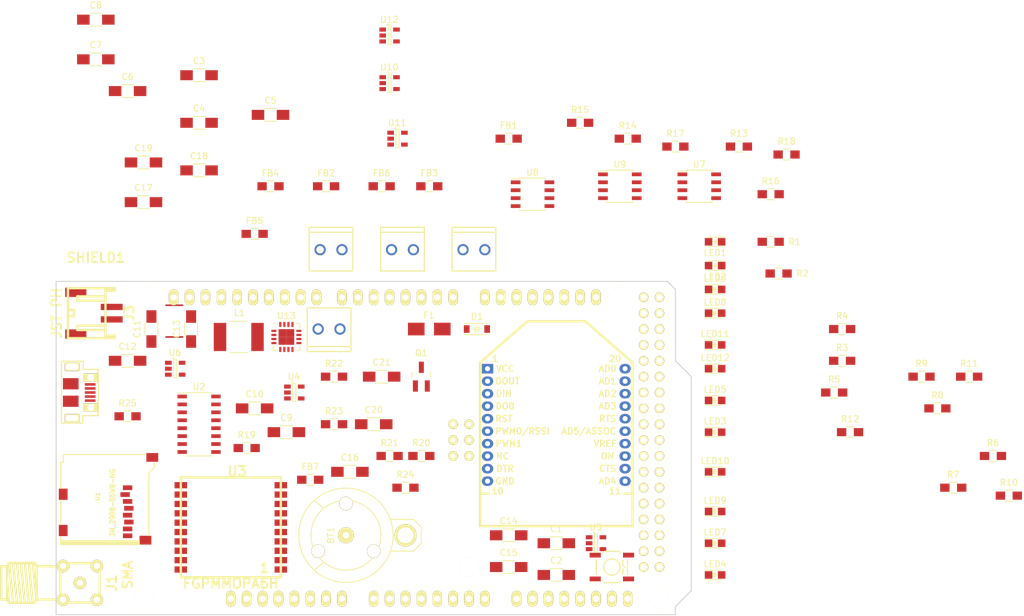
<source format=kicad_pcb>
(kicad_pcb (version 4) (host pcbnew "(2015-07-30 BZR 6023, Git cb629e0)-product")

  (general
    (links 204)
    (no_connects 204)
    (area 50.724999 98.984999 152.475001 152.475001)
    (thickness 1.6)
    (drawings 9)
    (tracks 2)
    (zones 0)
    (modules 93)
    (nets 188)
  )

  (page A4)
  (layers
    (0 F.Cu signal)
    (31 B.Cu signal)
    (32 B.Adhes user)
    (33 F.Adhes user)
    (34 B.Paste user)
    (35 F.Paste user)
    (36 B.SilkS user)
    (37 F.SilkS user)
    (38 B.Mask user)
    (39 F.Mask user)
    (40 Dwgs.User user)
    (41 Cmts.User user)
    (42 Eco1.User user)
    (43 Eco2.User user)
    (44 Edge.Cuts user)
    (45 Margin user)
    (46 B.CrtYd user)
    (47 F.CrtYd user)
    (48 B.Fab user)
    (49 F.Fab user)
  )

  (setup
    (last_trace_width 0.25)
    (trace_clearance 0.2)
    (zone_clearance 0.508)
    (zone_45_only no)
    (trace_min 0.2)
    (segment_width 0.2)
    (edge_width 0.15)
    (via_size 0.6)
    (via_drill 0.4)
    (via_min_size 0.4)
    (via_min_drill 0.3)
    (uvia_size 0.3)
    (uvia_drill 0.1)
    (uvias_allowed no)
    (uvia_min_size 0.2)
    (uvia_min_drill 0.1)
    (pcb_text_width 0.3)
    (pcb_text_size 1.5 1.5)
    (mod_edge_width 0.15)
    (mod_text_size 1 1)
    (mod_text_width 0.15)
    (pad_size 2.54 1.524)
    (pad_drill 1.016)
    (pad_to_mask_clearance 0.2)
    (aux_axis_origin 0 0)
    (grid_origin 50.8 152.4)
    (visible_elements 7FFFFFFF)
    (pcbplotparams
      (layerselection 0x01030_80000001)
      (usegerberextensions false)
      (excludeedgelayer true)
      (linewidth 0.100000)
      (plotframeref false)
      (viasonmask false)
      (mode 1)
      (useauxorigin false)
      (hpglpennumber 1)
      (hpglpenspeed 20)
      (hpglpendiameter 15)
      (hpglpenoverlay 2)
      (psnegative false)
      (psa4output false)
      (plotreference true)
      (plotvalue true)
      (plotinvisibletext false)
      (padsonsilk false)
      (subtractmaskfromsilk false)
      (outputformat 1)
      (mirror false)
      (drillshape 0)
      (scaleselection 1)
      (outputdirectory Output/))
  )

  (net 0 "")
  (net 1 "Net-(U1-Pad3)")
  (net 2 "Net-(U1-Pad5)")
  (net 3 "Net-(LED1-Pad1)")
  (net 4 "Net-(LED2-Pad1)")
  (net 5 "Net-(LED3-Pad1)")
  (net 6 "Net-(LED4-Pad1)")
  (net 7 "Net-(LED5-Pad1)")
  (net 8 "Net-(LED6-Pad1)")
  (net 9 "Net-(LED7-Pad1)")
  (net 10 "Net-(LED8-Pad1)")
  (net 11 "Net-(LED9-Pad1)")
  (net 12 "Net-(LED10-Pad1)")
  (net 13 "Net-(LED11-Pad1)")
  (net 14 "Net-(LED12-Pad1)")
  (net 15 GND)
  (net 16 "Net-(U1-Pad1)")
  (net 17 "Net-(U1-Pad2)")
  (net 18 "Net-(U2-Pad9)")
  (net 19 "Net-(U2-Pad10)")
  (net 20 "Net-(U2-Pad14)")
  (net 21 "Net-(U2-Pad15)")
  (net 22 "Net-(U3-Pad2)")
  (net 23 "Net-(U3-Pad8)")
  (net 24 "Net-(U3-Pad12)")
  (net 25 "Net-(U3-Pad13)")
  (net 26 "Net-(U3-Pad14)")
  (net 27 "Net-(U1-Pad8)")
  (net 28 "Net-(C1-Pad1)")
  (net 29 "Net-(C2-Pad1)")
  (net 30 "Net-(C3-Pad1)")
  (net 31 "Net-(C5-Pad1)")
  (net 32 "Net-(C7-Pad1)")
  (net 33 "Net-(C11-Pad1)")
  (net 34 "Net-(C14-Pad1)")
  (net 35 "Net-(C15-Pad2)")
  (net 36 "Net-(C16-Pad1)")
  (net 37 "Net-(C17-Pad1)")
  (net 38 "Net-(C17-Pad2)")
  (net 39 "Net-(C18-Pad1)")
  (net 40 "Net-(C18-Pad2)")
  (net 41 "Net-(C19-Pad1)")
  (net 42 "Net-(C19-Pad2)")
  (net 43 "Net-(FB1-Pad1)")
  (net 44 "Net-(FB2-Pad1)")
  (net 45 "Net-(FB3-Pad1)")
  (net 46 "Net-(FB4-Pad1)")
  (net 47 "Net-(FB5-Pad1)")
  (net 48 "Net-(FB6-Pad1)")
  (net 49 "Net-(FB7-Pad2)")
  (net 50 "Net-(R13-Pad1)")
  (net 51 "Net-(R15-Pad1)")
  (net 52 "Net-(R17-Pad1)")
  (net 53 "Net-(SHIELD1-Pad14)")
  (net 54 "Net-(SHIELD1-Pad15)")
  (net 55 "Net-(SHIELD1-Pad20)")
  (net 56 "Net-(SHIELD1-Pad21)")
  (net 57 "Net-(SHIELD1-PadC_TX)")
  (net 58 "Net-(SHIELD1-PadC_RX)")
  (net 59 "Net-(SHIELD1-PadDAC1)")
  (net 60 "Net-(SHIELD1-PadDAC0)")
  (net 61 "Net-(SHIELD1-PadAD8)")
  (net 62 "Net-(SHIELD1-PadAD7)")
  (net 63 "Net-(SHIELD1-PadAD6)")
  (net 64 "Net-(SHIELD1-PadAD9)")
  (net 65 "Net-(SHIELD1-PadAD10)")
  (net 66 "Net-(SHIELD1-PadAD11)")
  (net 67 "Net-(SHIELD1-PadAD5)")
  (net 68 "Net-(SHIELD1-PadAD4)")
  (net 69 "Net-(SHIELD1-PadAD3)")
  (net 70 "Net-(SHIELD1-PadAD0)")
  (net 71 "Net-(SHIELD1-PadAD1)")
  (net 72 "Net-(SHIELD1-PadAD2)")
  (net 73 "Net-(SHIELD1-PadV_IN)")
  (net 74 "Net-(SHIELD1-Pad3V3)")
  (net 75 "Net-(SHIELD1-Pad2)")
  (net 76 "Net-(SHIELD1-Pad3)")
  (net 77 "Net-(SHIELD1-Pad5)")
  (net 78 "Net-(SHIELD1-Pad6)")
  (net 79 "Net-(SHIELD1-Pad7)")
  (net 80 "Net-(SHIELD1-Pad8)")
  (net 81 "Net-(SHIELD1-Pad9)")
  (net 82 "Net-(SHIELD1-Pad11)")
  (net 83 "Net-(SHIELD1-Pad12)")
  (net 84 "Net-(SHIELD1-Pad13)")
  (net 85 "Net-(SHIELD1-PadAREF)")
  (net 86 "Net-(SHIELD1-Pad22)")
  (net 87 "Net-(SHIELD1-Pad23)")
  (net 88 "Net-(SHIELD1-Pad24)")
  (net 89 "Net-(SHIELD1-Pad25)")
  (net 90 "Net-(SHIELD1-Pad26)")
  (net 91 "Net-(SHIELD1-Pad27)")
  (net 92 "Net-(SHIELD1-Pad28)")
  (net 93 "Net-(SHIELD1-Pad29)")
  (net 94 "Net-(SHIELD1-Pad31)")
  (net 95 "Net-(SHIELD1-Pad30)")
  (net 96 "Net-(SHIELD1-Pad32)")
  (net 97 "Net-(SHIELD1-Pad33)")
  (net 98 "Net-(SHIELD1-Pad34)")
  (net 99 "Net-(SHIELD1-Pad35)")
  (net 100 "Net-(SHIELD1-Pad36)")
  (net 101 "Net-(SHIELD1-Pad37)")
  (net 102 "Net-(SHIELD1-Pad38)")
  (net 103 "Net-(SHIELD1-Pad39)")
  (net 104 "Net-(SHIELD1-Pad40)")
  (net 105 "Net-(SHIELD1-Pad41)")
  (net 106 "Net-(SHIELD1-Pad42)")
  (net 107 "Net-(SHIELD1-Pad43)")
  (net 108 "Net-(SHIELD1-Pad45)")
  (net 109 "Net-(SHIELD1-Pad47)")
  (net 110 "Net-(SHIELD1-Pad49)")
  (net 111 "Net-(SHIELD1-Pad51)")
  (net 112 "Net-(SHIELD1-Pad53)")
  (net 113 "Net-(SHIELD1-PadSP2)")
  (net 114 "Net-(SHIELD1-PadSP4)")
  (net 115 "Net-(SHIELD1-PadSP5)")
  (net 116 "Net-(SHIELD1-PadIO_R)")
  (net 117 "Net-(SHIELD1-PadSDA1)")
  (net 118 "Net-(SHIELD1-PadSCL1)")
  (net 119 "Net-(U4-Pad4)")
  (net 120 "Net-(J1-Pad1)")
  (net 121 "Net-(J1-Pad3)")
  (net 122 "Net-(J1-Pad4)")
  (net 123 "Net-(U5-Pad4)")
  (net 124 "Net-(X1-Pad20)")
  (net 125 "Net-(X1-Pad16)")
  (net 126 "Net-(X1-Pad14)")
  (net 127 "Net-(X1-Pad18)")
  (net 128 "Net-(X1-Pad19)")
  (net 129 "Net-(X1-Pad12)")
  (net 130 "Net-(X1-Pad11)")
  (net 131 "Net-(X1-Pad13)")
  (net 132 "Net-(X1-Pad8)")
  (net 133 "Net-(X1-Pad9)")
  (net 134 "Net-(X1-Pad7)")
  (net 135 "Net-(X1-Pad5)")
  (net 136 "Net-(J2-Pad3)")
  (net 137 "Net-(J2-Pad2)")
  (net 138 "Net-(J2-Pad6)")
  (net 139 "Net-(J2-Pad4)")
  (net 140 "Net-(D1-Pad2)")
  (net 141 "Net-(BT1-Pad1)")
  (net 142 "Net-(U10-Pad4)")
  (net 143 "Net-(U11-Pad4)")
  (net 144 "Net-(U12-Pad1)")
  (net 145 "Net-(U12-Pad4)")
  (net 146 "Net-(Q1-Pad1)")
  (net 147 "Net-(U13-Pad6)")
  (net 148 "Net-(U13-Pad7)")
  (net 149 "Net-(U13-Pad12)")
  (net 150 "Net-(U13-Pad15)")
  (net 151 BATT-5V)
  (net 152 GPS-SD-3V3)
  (net 153 XBEE-3V3)
  (net 154 XBEE-RSSI)
  (net 155 XBEE-DIO5)
  (net 156 BATT-STAT)
  (net 157 USB-5V)
  (net 158 BATT-DEAD)
  (net 159 SD-CLK)
  (net 160 GPS-FIX)
  (net 161 "Net-(R19-Pad1)")
  (net 162 GPS-3V3-RX)
  (net 163 "Net-(C20-Pad1)")
  (net 164 TC-SCK)
  (net 165 "Net-(R20-Pad1)")
  (net 166 "Net-(R21-Pad1)")
  (net 167 "Net-(R22-Pad1)")
  (net 168 "Net-(R23-Pad1)")
  (net 169 "Net-(R24-Pad1)")
  (net 170 "Net-(R25-Pad1)")
  (net 171 TC-MISO)
  (net 172 "Net-(L1-Pad2)")
  (net 173 XBEE-RESET)
  (net 174 XBEE-RX)
  (net 175 XBEE-TX)
  (net 176 TC-CS0)
  (net 177 TC-CS1)
  (net 178 TC-CS2)
  (net 179 SD-CS)
  (net 180 GPS-TX)
  (net 181 GPS-5V-RX)
  (net 182 "Net-(SHIELD1-Pad0)")
  (net 183 "Net-(SHIELD1-Pad1)")
  (net 184 SD-MOSI)
  (net 185 SD-MISO)
  (net 186 SD-SCK)
  (net 187 "Net-(X1-Pad4)")

  (net_class Default "This is the default net class."
    (clearance 0.2)
    (trace_width 0.25)
    (via_dia 0.6)
    (via_drill 0.4)
    (uvia_dia 0.3)
    (uvia_drill 0.1)
    (add_net BATT-5V)
    (add_net BATT-DEAD)
    (add_net BATT-STAT)
    (add_net GND)
    (add_net GPS-3V3-RX)
    (add_net GPS-5V-RX)
    (add_net GPS-FIX)
    (add_net GPS-SD-3V3)
    (add_net GPS-TX)
    (add_net "Net-(BT1-Pad1)")
    (add_net "Net-(C1-Pad1)")
    (add_net "Net-(C11-Pad1)")
    (add_net "Net-(C14-Pad1)")
    (add_net "Net-(C15-Pad2)")
    (add_net "Net-(C16-Pad1)")
    (add_net "Net-(C17-Pad1)")
    (add_net "Net-(C17-Pad2)")
    (add_net "Net-(C18-Pad1)")
    (add_net "Net-(C18-Pad2)")
    (add_net "Net-(C19-Pad1)")
    (add_net "Net-(C19-Pad2)")
    (add_net "Net-(C2-Pad1)")
    (add_net "Net-(C20-Pad1)")
    (add_net "Net-(C3-Pad1)")
    (add_net "Net-(C5-Pad1)")
    (add_net "Net-(C7-Pad1)")
    (add_net "Net-(D1-Pad2)")
    (add_net "Net-(FB1-Pad1)")
    (add_net "Net-(FB2-Pad1)")
    (add_net "Net-(FB3-Pad1)")
    (add_net "Net-(FB4-Pad1)")
    (add_net "Net-(FB5-Pad1)")
    (add_net "Net-(FB6-Pad1)")
    (add_net "Net-(FB7-Pad2)")
    (add_net "Net-(J1-Pad1)")
    (add_net "Net-(J1-Pad3)")
    (add_net "Net-(J1-Pad4)")
    (add_net "Net-(J2-Pad2)")
    (add_net "Net-(J2-Pad3)")
    (add_net "Net-(J2-Pad4)")
    (add_net "Net-(J2-Pad6)")
    (add_net "Net-(L1-Pad2)")
    (add_net "Net-(LED1-Pad1)")
    (add_net "Net-(LED10-Pad1)")
    (add_net "Net-(LED11-Pad1)")
    (add_net "Net-(LED12-Pad1)")
    (add_net "Net-(LED2-Pad1)")
    (add_net "Net-(LED3-Pad1)")
    (add_net "Net-(LED4-Pad1)")
    (add_net "Net-(LED5-Pad1)")
    (add_net "Net-(LED6-Pad1)")
    (add_net "Net-(LED7-Pad1)")
    (add_net "Net-(LED8-Pad1)")
    (add_net "Net-(LED9-Pad1)")
    (add_net "Net-(Q1-Pad1)")
    (add_net "Net-(R13-Pad1)")
    (add_net "Net-(R15-Pad1)")
    (add_net "Net-(R17-Pad1)")
    (add_net "Net-(R19-Pad1)")
    (add_net "Net-(R20-Pad1)")
    (add_net "Net-(R21-Pad1)")
    (add_net "Net-(R22-Pad1)")
    (add_net "Net-(R23-Pad1)")
    (add_net "Net-(R24-Pad1)")
    (add_net "Net-(R25-Pad1)")
    (add_net "Net-(SHIELD1-Pad0)")
    (add_net "Net-(SHIELD1-Pad1)")
    (add_net "Net-(SHIELD1-Pad11)")
    (add_net "Net-(SHIELD1-Pad12)")
    (add_net "Net-(SHIELD1-Pad13)")
    (add_net "Net-(SHIELD1-Pad14)")
    (add_net "Net-(SHIELD1-Pad15)")
    (add_net "Net-(SHIELD1-Pad2)")
    (add_net "Net-(SHIELD1-Pad20)")
    (add_net "Net-(SHIELD1-Pad21)")
    (add_net "Net-(SHIELD1-Pad22)")
    (add_net "Net-(SHIELD1-Pad23)")
    (add_net "Net-(SHIELD1-Pad24)")
    (add_net "Net-(SHIELD1-Pad25)")
    (add_net "Net-(SHIELD1-Pad26)")
    (add_net "Net-(SHIELD1-Pad27)")
    (add_net "Net-(SHIELD1-Pad28)")
    (add_net "Net-(SHIELD1-Pad29)")
    (add_net "Net-(SHIELD1-Pad3)")
    (add_net "Net-(SHIELD1-Pad30)")
    (add_net "Net-(SHIELD1-Pad31)")
    (add_net "Net-(SHIELD1-Pad32)")
    (add_net "Net-(SHIELD1-Pad33)")
    (add_net "Net-(SHIELD1-Pad34)")
    (add_net "Net-(SHIELD1-Pad35)")
    (add_net "Net-(SHIELD1-Pad36)")
    (add_net "Net-(SHIELD1-Pad37)")
    (add_net "Net-(SHIELD1-Pad38)")
    (add_net "Net-(SHIELD1-Pad39)")
    (add_net "Net-(SHIELD1-Pad3V3)")
    (add_net "Net-(SHIELD1-Pad40)")
    (add_net "Net-(SHIELD1-Pad41)")
    (add_net "Net-(SHIELD1-Pad42)")
    (add_net "Net-(SHIELD1-Pad43)")
    (add_net "Net-(SHIELD1-Pad45)")
    (add_net "Net-(SHIELD1-Pad47)")
    (add_net "Net-(SHIELD1-Pad49)")
    (add_net "Net-(SHIELD1-Pad5)")
    (add_net "Net-(SHIELD1-Pad51)")
    (add_net "Net-(SHIELD1-Pad53)")
    (add_net "Net-(SHIELD1-Pad6)")
    (add_net "Net-(SHIELD1-Pad7)")
    (add_net "Net-(SHIELD1-Pad8)")
    (add_net "Net-(SHIELD1-Pad9)")
    (add_net "Net-(SHIELD1-PadAD0)")
    (add_net "Net-(SHIELD1-PadAD1)")
    (add_net "Net-(SHIELD1-PadAD10)")
    (add_net "Net-(SHIELD1-PadAD11)")
    (add_net "Net-(SHIELD1-PadAD2)")
    (add_net "Net-(SHIELD1-PadAD3)")
    (add_net "Net-(SHIELD1-PadAD4)")
    (add_net "Net-(SHIELD1-PadAD5)")
    (add_net "Net-(SHIELD1-PadAD6)")
    (add_net "Net-(SHIELD1-PadAD7)")
    (add_net "Net-(SHIELD1-PadAD8)")
    (add_net "Net-(SHIELD1-PadAD9)")
    (add_net "Net-(SHIELD1-PadAREF)")
    (add_net "Net-(SHIELD1-PadC_RX)")
    (add_net "Net-(SHIELD1-PadC_TX)")
    (add_net "Net-(SHIELD1-PadDAC0)")
    (add_net "Net-(SHIELD1-PadDAC1)")
    (add_net "Net-(SHIELD1-PadIO_R)")
    (add_net "Net-(SHIELD1-PadSCL1)")
    (add_net "Net-(SHIELD1-PadSDA1)")
    (add_net "Net-(SHIELD1-PadSP2)")
    (add_net "Net-(SHIELD1-PadSP4)")
    (add_net "Net-(SHIELD1-PadSP5)")
    (add_net "Net-(SHIELD1-PadV_IN)")
    (add_net "Net-(U1-Pad1)")
    (add_net "Net-(U1-Pad2)")
    (add_net "Net-(U1-Pad3)")
    (add_net "Net-(U1-Pad5)")
    (add_net "Net-(U1-Pad8)")
    (add_net "Net-(U10-Pad4)")
    (add_net "Net-(U11-Pad4)")
    (add_net "Net-(U12-Pad1)")
    (add_net "Net-(U12-Pad4)")
    (add_net "Net-(U13-Pad12)")
    (add_net "Net-(U13-Pad15)")
    (add_net "Net-(U13-Pad6)")
    (add_net "Net-(U13-Pad7)")
    (add_net "Net-(U2-Pad10)")
    (add_net "Net-(U2-Pad14)")
    (add_net "Net-(U2-Pad15)")
    (add_net "Net-(U2-Pad9)")
    (add_net "Net-(U3-Pad12)")
    (add_net "Net-(U3-Pad13)")
    (add_net "Net-(U3-Pad14)")
    (add_net "Net-(U3-Pad2)")
    (add_net "Net-(U3-Pad8)")
    (add_net "Net-(U4-Pad4)")
    (add_net "Net-(U5-Pad4)")
    (add_net "Net-(X1-Pad11)")
    (add_net "Net-(X1-Pad12)")
    (add_net "Net-(X1-Pad13)")
    (add_net "Net-(X1-Pad14)")
    (add_net "Net-(X1-Pad16)")
    (add_net "Net-(X1-Pad18)")
    (add_net "Net-(X1-Pad19)")
    (add_net "Net-(X1-Pad20)")
    (add_net "Net-(X1-Pad4)")
    (add_net "Net-(X1-Pad5)")
    (add_net "Net-(X1-Pad7)")
    (add_net "Net-(X1-Pad8)")
    (add_net "Net-(X1-Pad9)")
    (add_net SD-CLK)
    (add_net SD-CS)
    (add_net SD-MISO)
    (add_net SD-MOSI)
    (add_net SD-SCK)
    (add_net TC-CS0)
    (add_net TC-CS1)
    (add_net TC-CS2)
    (add_net TC-MISO)
    (add_net TC-SCK)
    (add_net USB-5V)
    (add_net XBEE-3V3)
    (add_net XBEE-DIO5)
    (add_net XBEE-RESET)
    (add_net XBEE-RSSI)
    (add_net XBEE-RX)
    (add_net XBEE-TX)
  )

  (module LEDs:LED-0805 (layer F.Cu) (tedit 55F1DDF4) (tstamp 55F1DC34)
    (at 156.21 92.71 180)
    (descr "LED 0805 smd package")
    (tags "LED 0805 SMD")
    (path /55F1D029)
    (attr smd)
    (fp_text reference LED1 (at 0 -1.75 180) (layer F.SilkS)
      (effects (font (size 1 1) (thickness 0.15)))
    )
    (fp_text value RX (at 8.89 0 180) (layer F.Fab)
      (effects (font (size 1 1) (thickness 0.15)))
    )
    (fp_line (start -1.6 0.75) (end 1.1 0.75) (layer F.SilkS) (width 0.15))
    (fp_line (start -1.6 -0.75) (end 1.1 -0.75) (layer F.SilkS) (width 0.15))
    (fp_line (start -0.1 0.15) (end -0.1 -0.1) (layer F.SilkS) (width 0.15))
    (fp_line (start -0.1 -0.1) (end -0.25 0.05) (layer F.SilkS) (width 0.15))
    (fp_line (start -0.35 -0.35) (end -0.35 0.35) (layer F.SilkS) (width 0.15))
    (fp_line (start 0 0) (end 0.35 0) (layer F.SilkS) (width 0.15))
    (fp_line (start -0.35 0) (end 0 -0.35) (layer F.SilkS) (width 0.15))
    (fp_line (start 0 -0.35) (end 0 0.35) (layer F.SilkS) (width 0.15))
    (fp_line (start 0 0.35) (end -0.35 0) (layer F.SilkS) (width 0.15))
    (fp_line (start 1.9 -0.95) (end 1.9 0.95) (layer F.CrtYd) (width 0.05))
    (fp_line (start 1.9 0.95) (end -1.9 0.95) (layer F.CrtYd) (width 0.05))
    (fp_line (start -1.9 0.95) (end -1.9 -0.95) (layer F.CrtYd) (width 0.05))
    (fp_line (start -1.9 -0.95) (end 1.9 -0.95) (layer F.CrtYd) (width 0.05))
    (pad 2 smd rect (at 1.04902 0) (size 1.19888 1.19888) (layers F.Cu F.Paste F.Mask)
      (net 153 XBEE-3V3))
    (pad 1 smd rect (at -1.04902 0) (size 1.19888 1.19888) (layers F.Cu F.Paste F.Mask)
      (net 3 "Net-(LED1-Pad1)"))
    (model LEDs.3dshapes/LED-0805.wrl
      (at (xyz 0 0 0))
      (scale (xyz 1 1 1))
      (rotate (xyz 0 0 0))
    )
  )

  (module LEDs:LED-0805 (layer F.Cu) (tedit 55F1DE31) (tstamp 55F1DC3A)
    (at 156.21 96.52 180)
    (descr "LED 0805 smd package")
    (tags "LED 0805 SMD")
    (path /55F1D18C)
    (attr smd)
    (fp_text reference LED2 (at 0 -1.75 180) (layer F.SilkS)
      (effects (font (size 1 1) (thickness 0.15)))
    )
    (fp_text value TX (at 8.89 0 180) (layer F.Fab)
      (effects (font (size 1 1) (thickness 0.15)))
    )
    (fp_line (start -1.6 0.75) (end 1.1 0.75) (layer F.SilkS) (width 0.15))
    (fp_line (start -1.6 -0.75) (end 1.1 -0.75) (layer F.SilkS) (width 0.15))
    (fp_line (start -0.1 0.15) (end -0.1 -0.1) (layer F.SilkS) (width 0.15))
    (fp_line (start -0.1 -0.1) (end -0.25 0.05) (layer F.SilkS) (width 0.15))
    (fp_line (start -0.35 -0.35) (end -0.35 0.35) (layer F.SilkS) (width 0.15))
    (fp_line (start 0 0) (end 0.35 0) (layer F.SilkS) (width 0.15))
    (fp_line (start -0.35 0) (end 0 -0.35) (layer F.SilkS) (width 0.15))
    (fp_line (start 0 -0.35) (end 0 0.35) (layer F.SilkS) (width 0.15))
    (fp_line (start 0 0.35) (end -0.35 0) (layer F.SilkS) (width 0.15))
    (fp_line (start 1.9 -0.95) (end 1.9 0.95) (layer F.CrtYd) (width 0.05))
    (fp_line (start 1.9 0.95) (end -1.9 0.95) (layer F.CrtYd) (width 0.05))
    (fp_line (start -1.9 0.95) (end -1.9 -0.95) (layer F.CrtYd) (width 0.05))
    (fp_line (start -1.9 -0.95) (end 1.9 -0.95) (layer F.CrtYd) (width 0.05))
    (pad 2 smd rect (at 1.04902 0) (size 1.19888 1.19888) (layers F.Cu F.Paste F.Mask)
      (net 153 XBEE-3V3))
    (pad 1 smd rect (at -1.04902 0) (size 1.19888 1.19888) (layers F.Cu F.Paste F.Mask)
      (net 4 "Net-(LED2-Pad1)"))
    (model LEDs.3dshapes/LED-0805.wrl
      (at (xyz 0 0 0))
      (scale (xyz 1 1 1))
      (rotate (xyz 0 0 0))
    )
  )

  (module LEDs:LED-0805 (layer F.Cu) (tedit 55BDE1C2) (tstamp 55F1DC40)
    (at 156.21 123.19)
    (descr "LED 0805 smd package")
    (tags "LED 0805 SMD")
    (path /55F1D1CC)
    (attr smd)
    (fp_text reference LED3 (at 0 -1.75) (layer F.SilkS)
      (effects (font (size 1 1) (thickness 0.15)))
    )
    (fp_text value SIG (at 0 1.75) (layer F.Fab)
      (effects (font (size 1 1) (thickness 0.15)))
    )
    (fp_line (start -1.6 0.75) (end 1.1 0.75) (layer F.SilkS) (width 0.15))
    (fp_line (start -1.6 -0.75) (end 1.1 -0.75) (layer F.SilkS) (width 0.15))
    (fp_line (start -0.1 0.15) (end -0.1 -0.1) (layer F.SilkS) (width 0.15))
    (fp_line (start -0.1 -0.1) (end -0.25 0.05) (layer F.SilkS) (width 0.15))
    (fp_line (start -0.35 -0.35) (end -0.35 0.35) (layer F.SilkS) (width 0.15))
    (fp_line (start 0 0) (end 0.35 0) (layer F.SilkS) (width 0.15))
    (fp_line (start -0.35 0) (end 0 -0.35) (layer F.SilkS) (width 0.15))
    (fp_line (start 0 -0.35) (end 0 0.35) (layer F.SilkS) (width 0.15))
    (fp_line (start 0 0.35) (end -0.35 0) (layer F.SilkS) (width 0.15))
    (fp_line (start 1.9 -0.95) (end 1.9 0.95) (layer F.CrtYd) (width 0.05))
    (fp_line (start 1.9 0.95) (end -1.9 0.95) (layer F.CrtYd) (width 0.05))
    (fp_line (start -1.9 0.95) (end -1.9 -0.95) (layer F.CrtYd) (width 0.05))
    (fp_line (start -1.9 -0.95) (end 1.9 -0.95) (layer F.CrtYd) (width 0.05))
    (pad 2 smd rect (at 1.04902 0 180) (size 1.19888 1.19888) (layers F.Cu F.Paste F.Mask)
      (net 154 XBEE-RSSI))
    (pad 1 smd rect (at -1.04902 0 180) (size 1.19888 1.19888) (layers F.Cu F.Paste F.Mask)
      (net 5 "Net-(LED3-Pad1)"))
    (model LEDs.3dshapes/LED-0805.wrl
      (at (xyz 0 0 0))
      (scale (xyz 1 1 1))
      (rotate (xyz 0 0 0))
    )
  )

  (module LEDs:LED-0805 (layer F.Cu) (tedit 55BDE1C2) (tstamp 55F1DC46)
    (at 156.21 146.05)
    (descr "LED 0805 smd package")
    (tags "LED 0805 SMD")
    (path /55F1D2A0)
    (attr smd)
    (fp_text reference LED4 (at 0 -1.75) (layer F.SilkS)
      (effects (font (size 1 1) (thickness 0.15)))
    )
    (fp_text value PWR (at 0 1.75) (layer F.Fab)
      (effects (font (size 1 1) (thickness 0.15)))
    )
    (fp_line (start -1.6 0.75) (end 1.1 0.75) (layer F.SilkS) (width 0.15))
    (fp_line (start -1.6 -0.75) (end 1.1 -0.75) (layer F.SilkS) (width 0.15))
    (fp_line (start -0.1 0.15) (end -0.1 -0.1) (layer F.SilkS) (width 0.15))
    (fp_line (start -0.1 -0.1) (end -0.25 0.05) (layer F.SilkS) (width 0.15))
    (fp_line (start -0.35 -0.35) (end -0.35 0.35) (layer F.SilkS) (width 0.15))
    (fp_line (start 0 0) (end 0.35 0) (layer F.SilkS) (width 0.15))
    (fp_line (start -0.35 0) (end 0 -0.35) (layer F.SilkS) (width 0.15))
    (fp_line (start 0 -0.35) (end 0 0.35) (layer F.SilkS) (width 0.15))
    (fp_line (start 0 0.35) (end -0.35 0) (layer F.SilkS) (width 0.15))
    (fp_line (start 1.9 -0.95) (end 1.9 0.95) (layer F.CrtYd) (width 0.05))
    (fp_line (start 1.9 0.95) (end -1.9 0.95) (layer F.CrtYd) (width 0.05))
    (fp_line (start -1.9 0.95) (end -1.9 -0.95) (layer F.CrtYd) (width 0.05))
    (fp_line (start -1.9 -0.95) (end 1.9 -0.95) (layer F.CrtYd) (width 0.05))
    (pad 2 smd rect (at 1.04902 0 180) (size 1.19888 1.19888) (layers F.Cu F.Paste F.Mask)
      (net 153 XBEE-3V3))
    (pad 1 smd rect (at -1.04902 0 180) (size 1.19888 1.19888) (layers F.Cu F.Paste F.Mask)
      (net 6 "Net-(LED4-Pad1)"))
    (model LEDs.3dshapes/LED-0805.wrl
      (at (xyz 0 0 0))
      (scale (xyz 1 1 1))
      (rotate (xyz 0 0 0))
    )
  )

  (module LEDs:LED-0805 (layer F.Cu) (tedit 55BDE1C2) (tstamp 55F1DC4C)
    (at 156.21 118.11)
    (descr "LED 0805 smd package")
    (tags "LED 0805 SMD")
    (path /55F1D2CF)
    (attr smd)
    (fp_text reference LED5 (at 0 -1.75) (layer F.SilkS)
      (effects (font (size 1 1) (thickness 0.15)))
    )
    (fp_text value CONN (at 0 1.75) (layer F.Fab)
      (effects (font (size 1 1) (thickness 0.15)))
    )
    (fp_line (start -1.6 0.75) (end 1.1 0.75) (layer F.SilkS) (width 0.15))
    (fp_line (start -1.6 -0.75) (end 1.1 -0.75) (layer F.SilkS) (width 0.15))
    (fp_line (start -0.1 0.15) (end -0.1 -0.1) (layer F.SilkS) (width 0.15))
    (fp_line (start -0.1 -0.1) (end -0.25 0.05) (layer F.SilkS) (width 0.15))
    (fp_line (start -0.35 -0.35) (end -0.35 0.35) (layer F.SilkS) (width 0.15))
    (fp_line (start 0 0) (end 0.35 0) (layer F.SilkS) (width 0.15))
    (fp_line (start -0.35 0) (end 0 -0.35) (layer F.SilkS) (width 0.15))
    (fp_line (start 0 -0.35) (end 0 0.35) (layer F.SilkS) (width 0.15))
    (fp_line (start 0 0.35) (end -0.35 0) (layer F.SilkS) (width 0.15))
    (fp_line (start 1.9 -0.95) (end 1.9 0.95) (layer F.CrtYd) (width 0.05))
    (fp_line (start 1.9 0.95) (end -1.9 0.95) (layer F.CrtYd) (width 0.05))
    (fp_line (start -1.9 0.95) (end -1.9 -0.95) (layer F.CrtYd) (width 0.05))
    (fp_line (start -1.9 -0.95) (end 1.9 -0.95) (layer F.CrtYd) (width 0.05))
    (pad 2 smd rect (at 1.04902 0 180) (size 1.19888 1.19888) (layers F.Cu F.Paste F.Mask)
      (net 155 XBEE-DIO5))
    (pad 1 smd rect (at -1.04902 0 180) (size 1.19888 1.19888) (layers F.Cu F.Paste F.Mask)
      (net 7 "Net-(LED5-Pad1)"))
    (model LEDs.3dshapes/LED-0805.wrl
      (at (xyz 0 0 0))
      (scale (xyz 1 1 1))
      (rotate (xyz 0 0 0))
    )
  )

  (module LEDs:LED-0805 (layer F.Cu) (tedit 55BDE1C2) (tstamp 55F1DC52)
    (at 156.21 100.33)
    (descr "LED 0805 smd package")
    (tags "LED 0805 SMD")
    (path /55F1D50A)
    (attr smd)
    (fp_text reference LED6 (at 0 -1.75) (layer F.SilkS)
      (effects (font (size 1 1) (thickness 0.15)))
    )
    (fp_text value 5V (at 0 1.75) (layer F.Fab)
      (effects (font (size 1 1) (thickness 0.15)))
    )
    (fp_line (start -1.6 0.75) (end 1.1 0.75) (layer F.SilkS) (width 0.15))
    (fp_line (start -1.6 -0.75) (end 1.1 -0.75) (layer F.SilkS) (width 0.15))
    (fp_line (start -0.1 0.15) (end -0.1 -0.1) (layer F.SilkS) (width 0.15))
    (fp_line (start -0.1 -0.1) (end -0.25 0.05) (layer F.SilkS) (width 0.15))
    (fp_line (start -0.35 -0.35) (end -0.35 0.35) (layer F.SilkS) (width 0.15))
    (fp_line (start 0 0) (end 0.35 0) (layer F.SilkS) (width 0.15))
    (fp_line (start -0.35 0) (end 0 -0.35) (layer F.SilkS) (width 0.15))
    (fp_line (start 0 -0.35) (end 0 0.35) (layer F.SilkS) (width 0.15))
    (fp_line (start 0 0.35) (end -0.35 0) (layer F.SilkS) (width 0.15))
    (fp_line (start 1.9 -0.95) (end 1.9 0.95) (layer F.CrtYd) (width 0.05))
    (fp_line (start 1.9 0.95) (end -1.9 0.95) (layer F.CrtYd) (width 0.05))
    (fp_line (start -1.9 0.95) (end -1.9 -0.95) (layer F.CrtYd) (width 0.05))
    (fp_line (start -1.9 -0.95) (end 1.9 -0.95) (layer F.CrtYd) (width 0.05))
    (pad 2 smd rect (at 1.04902 0 180) (size 1.19888 1.19888) (layers F.Cu F.Paste F.Mask)
      (net 151 BATT-5V))
    (pad 1 smd rect (at -1.04902 0 180) (size 1.19888 1.19888) (layers F.Cu F.Paste F.Mask)
      (net 8 "Net-(LED6-Pad1)"))
    (model LEDs.3dshapes/LED-0805.wrl
      (at (xyz 0 0 0))
      (scale (xyz 1 1 1))
      (rotate (xyz 0 0 0))
    )
  )

  (module LEDs:LED-0805 (layer F.Cu) (tedit 55BDE1C2) (tstamp 55F1DC58)
    (at 156.21 140.97)
    (descr "LED 0805 smd package")
    (tags "LED 0805 SMD")
    (path /55F1D53B)
    (attr smd)
    (fp_text reference LED7 (at 0 -1.75) (layer F.SilkS)
      (effects (font (size 1 1) (thickness 0.15)))
    )
    (fp_text value FULL (at 0 1.75) (layer F.Fab)
      (effects (font (size 1 1) (thickness 0.15)))
    )
    (fp_line (start -1.6 0.75) (end 1.1 0.75) (layer F.SilkS) (width 0.15))
    (fp_line (start -1.6 -0.75) (end 1.1 -0.75) (layer F.SilkS) (width 0.15))
    (fp_line (start -0.1 0.15) (end -0.1 -0.1) (layer F.SilkS) (width 0.15))
    (fp_line (start -0.1 -0.1) (end -0.25 0.05) (layer F.SilkS) (width 0.15))
    (fp_line (start -0.35 -0.35) (end -0.35 0.35) (layer F.SilkS) (width 0.15))
    (fp_line (start 0 0) (end 0.35 0) (layer F.SilkS) (width 0.15))
    (fp_line (start -0.35 0) (end 0 -0.35) (layer F.SilkS) (width 0.15))
    (fp_line (start 0 -0.35) (end 0 0.35) (layer F.SilkS) (width 0.15))
    (fp_line (start 0 0.35) (end -0.35 0) (layer F.SilkS) (width 0.15))
    (fp_line (start 1.9 -0.95) (end 1.9 0.95) (layer F.CrtYd) (width 0.05))
    (fp_line (start 1.9 0.95) (end -1.9 0.95) (layer F.CrtYd) (width 0.05))
    (fp_line (start -1.9 0.95) (end -1.9 -0.95) (layer F.CrtYd) (width 0.05))
    (fp_line (start -1.9 -0.95) (end 1.9 -0.95) (layer F.CrtYd) (width 0.05))
    (pad 2 smd rect (at 1.04902 0 180) (size 1.19888 1.19888) (layers F.Cu F.Paste F.Mask)
      (net 156 BATT-STAT))
    (pad 1 smd rect (at -1.04902 0 180) (size 1.19888 1.19888) (layers F.Cu F.Paste F.Mask)
      (net 9 "Net-(LED7-Pad1)"))
    (model LEDs.3dshapes/LED-0805.wrl
      (at (xyz 0 0 0))
      (scale (xyz 1 1 1))
      (rotate (xyz 0 0 0))
    )
  )

  (module LEDs:LED-0805 (layer F.Cu) (tedit 55BDE1C2) (tstamp 55F1DC5E)
    (at 156.21 104.14)
    (descr "LED 0805 smd package")
    (tags "LED 0805 SMD")
    (path /55F1D571)
    (attr smd)
    (fp_text reference LED8 (at 0 -1.75) (layer F.SilkS)
      (effects (font (size 1 1) (thickness 0.15)))
    )
    (fp_text value CHG (at 0 1.75) (layer F.Fab)
      (effects (font (size 1 1) (thickness 0.15)))
    )
    (fp_line (start -1.6 0.75) (end 1.1 0.75) (layer F.SilkS) (width 0.15))
    (fp_line (start -1.6 -0.75) (end 1.1 -0.75) (layer F.SilkS) (width 0.15))
    (fp_line (start -0.1 0.15) (end -0.1 -0.1) (layer F.SilkS) (width 0.15))
    (fp_line (start -0.1 -0.1) (end -0.25 0.05) (layer F.SilkS) (width 0.15))
    (fp_line (start -0.35 -0.35) (end -0.35 0.35) (layer F.SilkS) (width 0.15))
    (fp_line (start 0 0) (end 0.35 0) (layer F.SilkS) (width 0.15))
    (fp_line (start -0.35 0) (end 0 -0.35) (layer F.SilkS) (width 0.15))
    (fp_line (start 0 -0.35) (end 0 0.35) (layer F.SilkS) (width 0.15))
    (fp_line (start 0 0.35) (end -0.35 0) (layer F.SilkS) (width 0.15))
    (fp_line (start 1.9 -0.95) (end 1.9 0.95) (layer F.CrtYd) (width 0.05))
    (fp_line (start 1.9 0.95) (end -1.9 0.95) (layer F.CrtYd) (width 0.05))
    (fp_line (start -1.9 0.95) (end -1.9 -0.95) (layer F.CrtYd) (width 0.05))
    (fp_line (start -1.9 -0.95) (end 1.9 -0.95) (layer F.CrtYd) (width 0.05))
    (pad 2 smd rect (at 1.04902 0 180) (size 1.19888 1.19888) (layers F.Cu F.Paste F.Mask)
      (net 157 USB-5V))
    (pad 1 smd rect (at -1.04902 0 180) (size 1.19888 1.19888) (layers F.Cu F.Paste F.Mask)
      (net 10 "Net-(LED8-Pad1)"))
    (model LEDs.3dshapes/LED-0805.wrl
      (at (xyz 0 0 0))
      (scale (xyz 1 1 1))
      (rotate (xyz 0 0 0))
    )
  )

  (module LEDs:LED-0805 (layer F.Cu) (tedit 55BDE1C2) (tstamp 55F1DC64)
    (at 156.21 135.89)
    (descr "LED 0805 smd package")
    (tags "LED 0805 SMD")
    (path /55F1D65C)
    (attr smd)
    (fp_text reference LED9 (at 0 -1.75) (layer F.SilkS)
      (effects (font (size 1 1) (thickness 0.15)))
    )
    (fp_text value DEAD (at 0 1.75) (layer F.Fab)
      (effects (font (size 1 1) (thickness 0.15)))
    )
    (fp_line (start -1.6 0.75) (end 1.1 0.75) (layer F.SilkS) (width 0.15))
    (fp_line (start -1.6 -0.75) (end 1.1 -0.75) (layer F.SilkS) (width 0.15))
    (fp_line (start -0.1 0.15) (end -0.1 -0.1) (layer F.SilkS) (width 0.15))
    (fp_line (start -0.1 -0.1) (end -0.25 0.05) (layer F.SilkS) (width 0.15))
    (fp_line (start -0.35 -0.35) (end -0.35 0.35) (layer F.SilkS) (width 0.15))
    (fp_line (start 0 0) (end 0.35 0) (layer F.SilkS) (width 0.15))
    (fp_line (start -0.35 0) (end 0 -0.35) (layer F.SilkS) (width 0.15))
    (fp_line (start 0 -0.35) (end 0 0.35) (layer F.SilkS) (width 0.15))
    (fp_line (start 0 0.35) (end -0.35 0) (layer F.SilkS) (width 0.15))
    (fp_line (start 1.9 -0.95) (end 1.9 0.95) (layer F.CrtYd) (width 0.05))
    (fp_line (start 1.9 0.95) (end -1.9 0.95) (layer F.CrtYd) (width 0.05))
    (fp_line (start -1.9 0.95) (end -1.9 -0.95) (layer F.CrtYd) (width 0.05))
    (fp_line (start -1.9 -0.95) (end 1.9 -0.95) (layer F.CrtYd) (width 0.05))
    (pad 2 smd rect (at 1.04902 0 180) (size 1.19888 1.19888) (layers F.Cu F.Paste F.Mask)
      (net 158 BATT-DEAD))
    (pad 1 smd rect (at -1.04902 0 180) (size 1.19888 1.19888) (layers F.Cu F.Paste F.Mask)
      (net 11 "Net-(LED9-Pad1)"))
    (model LEDs.3dshapes/LED-0805.wrl
      (at (xyz 0 0 0))
      (scale (xyz 1 1 1))
      (rotate (xyz 0 0 0))
    )
  )

  (module LEDs:LED-0805 (layer F.Cu) (tedit 55BDE1C2) (tstamp 55F1DC6A)
    (at 156.21 129.54)
    (descr "LED 0805 smd package")
    (tags "LED 0805 SMD")
    (path /55F1D88E)
    (attr smd)
    (fp_text reference LED10 (at 0 -1.75) (layer F.SilkS)
      (effects (font (size 1 1) (thickness 0.15)))
    )
    (fp_text value LOG (at 0 1.75) (layer F.Fab)
      (effects (font (size 1 1) (thickness 0.15)))
    )
    (fp_line (start -1.6 0.75) (end 1.1 0.75) (layer F.SilkS) (width 0.15))
    (fp_line (start -1.6 -0.75) (end 1.1 -0.75) (layer F.SilkS) (width 0.15))
    (fp_line (start -0.1 0.15) (end -0.1 -0.1) (layer F.SilkS) (width 0.15))
    (fp_line (start -0.1 -0.1) (end -0.25 0.05) (layer F.SilkS) (width 0.15))
    (fp_line (start -0.35 -0.35) (end -0.35 0.35) (layer F.SilkS) (width 0.15))
    (fp_line (start 0 0) (end 0.35 0) (layer F.SilkS) (width 0.15))
    (fp_line (start -0.35 0) (end 0 -0.35) (layer F.SilkS) (width 0.15))
    (fp_line (start 0 -0.35) (end 0 0.35) (layer F.SilkS) (width 0.15))
    (fp_line (start 0 0.35) (end -0.35 0) (layer F.SilkS) (width 0.15))
    (fp_line (start 1.9 -0.95) (end 1.9 0.95) (layer F.CrtYd) (width 0.05))
    (fp_line (start 1.9 0.95) (end -1.9 0.95) (layer F.CrtYd) (width 0.05))
    (fp_line (start -1.9 0.95) (end -1.9 -0.95) (layer F.CrtYd) (width 0.05))
    (fp_line (start -1.9 -0.95) (end 1.9 -0.95) (layer F.CrtYd) (width 0.05))
    (pad 2 smd rect (at 1.04902 0 180) (size 1.19888 1.19888) (layers F.Cu F.Paste F.Mask)
      (net 159 SD-CLK))
    (pad 1 smd rect (at -1.04902 0 180) (size 1.19888 1.19888) (layers F.Cu F.Paste F.Mask)
      (net 12 "Net-(LED10-Pad1)"))
    (model LEDs.3dshapes/LED-0805.wrl
      (at (xyz 0 0 0))
      (scale (xyz 1 1 1))
      (rotate (xyz 0 0 0))
    )
  )

  (module LEDs:LED-0805 (layer F.Cu) (tedit 55BDE1C2) (tstamp 55F1DC70)
    (at 156.21 109.22)
    (descr "LED 0805 smd package")
    (tags "LED 0805 SMD")
    (path /55F1D8CF)
    (attr smd)
    (fp_text reference LED11 (at 0 -1.75) (layer F.SilkS)
      (effects (font (size 1 1) (thickness 0.15)))
    )
    (fp_text value PWR (at 0 1.75) (layer F.Fab)
      (effects (font (size 1 1) (thickness 0.15)))
    )
    (fp_line (start -1.6 0.75) (end 1.1 0.75) (layer F.SilkS) (width 0.15))
    (fp_line (start -1.6 -0.75) (end 1.1 -0.75) (layer F.SilkS) (width 0.15))
    (fp_line (start -0.1 0.15) (end -0.1 -0.1) (layer F.SilkS) (width 0.15))
    (fp_line (start -0.1 -0.1) (end -0.25 0.05) (layer F.SilkS) (width 0.15))
    (fp_line (start -0.35 -0.35) (end -0.35 0.35) (layer F.SilkS) (width 0.15))
    (fp_line (start 0 0) (end 0.35 0) (layer F.SilkS) (width 0.15))
    (fp_line (start -0.35 0) (end 0 -0.35) (layer F.SilkS) (width 0.15))
    (fp_line (start 0 -0.35) (end 0 0.35) (layer F.SilkS) (width 0.15))
    (fp_line (start 0 0.35) (end -0.35 0) (layer F.SilkS) (width 0.15))
    (fp_line (start 1.9 -0.95) (end 1.9 0.95) (layer F.CrtYd) (width 0.05))
    (fp_line (start 1.9 0.95) (end -1.9 0.95) (layer F.CrtYd) (width 0.05))
    (fp_line (start -1.9 0.95) (end -1.9 -0.95) (layer F.CrtYd) (width 0.05))
    (fp_line (start -1.9 -0.95) (end 1.9 -0.95) (layer F.CrtYd) (width 0.05))
    (pad 2 smd rect (at 1.04902 0 180) (size 1.19888 1.19888) (layers F.Cu F.Paste F.Mask)
      (net 152 GPS-SD-3V3))
    (pad 1 smd rect (at -1.04902 0 180) (size 1.19888 1.19888) (layers F.Cu F.Paste F.Mask)
      (net 13 "Net-(LED11-Pad1)"))
    (model LEDs.3dshapes/LED-0805.wrl
      (at (xyz 0 0 0))
      (scale (xyz 1 1 1))
      (rotate (xyz 0 0 0))
    )
  )

  (module LEDs:LED-0805 (layer F.Cu) (tedit 55BDE1C2) (tstamp 55F1DC76)
    (at 156.21 113.03)
    (descr "LED 0805 smd package")
    (tags "LED 0805 SMD")
    (path /55F1D90B)
    (attr smd)
    (fp_text reference LED12 (at 0 -1.75) (layer F.SilkS)
      (effects (font (size 1 1) (thickness 0.15)))
    )
    (fp_text value FIX (at 0 1.75) (layer F.Fab)
      (effects (font (size 1 1) (thickness 0.15)))
    )
    (fp_line (start -1.6 0.75) (end 1.1 0.75) (layer F.SilkS) (width 0.15))
    (fp_line (start -1.6 -0.75) (end 1.1 -0.75) (layer F.SilkS) (width 0.15))
    (fp_line (start -0.1 0.15) (end -0.1 -0.1) (layer F.SilkS) (width 0.15))
    (fp_line (start -0.1 -0.1) (end -0.25 0.05) (layer F.SilkS) (width 0.15))
    (fp_line (start -0.35 -0.35) (end -0.35 0.35) (layer F.SilkS) (width 0.15))
    (fp_line (start 0 0) (end 0.35 0) (layer F.SilkS) (width 0.15))
    (fp_line (start -0.35 0) (end 0 -0.35) (layer F.SilkS) (width 0.15))
    (fp_line (start 0 -0.35) (end 0 0.35) (layer F.SilkS) (width 0.15))
    (fp_line (start 0 0.35) (end -0.35 0) (layer F.SilkS) (width 0.15))
    (fp_line (start 1.9 -0.95) (end 1.9 0.95) (layer F.CrtYd) (width 0.05))
    (fp_line (start 1.9 0.95) (end -1.9 0.95) (layer F.CrtYd) (width 0.05))
    (fp_line (start -1.9 0.95) (end -1.9 -0.95) (layer F.CrtYd) (width 0.05))
    (fp_line (start -1.9 -0.95) (end 1.9 -0.95) (layer F.CrtYd) (width 0.05))
    (pad 2 smd rect (at 1.04902 0 180) (size 1.19888 1.19888) (layers F.Cu F.Paste F.Mask)
      (net 160 GPS-FIX))
    (pad 1 smd rect (at -1.04902 0 180) (size 1.19888 1.19888) (layers F.Cu F.Paste F.Mask)
      (net 14 "Net-(LED12-Pad1)"))
    (model LEDs.3dshapes/LED-0805.wrl
      (at (xyz 0 0 0))
      (scale (xyz 1 1 1))
      (rotate (xyz 0 0 0))
    )
  )

  (module Resistors_SMD:R_0805_HandSoldering (layer F.Cu) (tedit 55F1DD7C) (tstamp 55F1DC7C)
    (at 165.1 92.71)
    (descr "Resistor SMD 0805, hand soldering")
    (tags "resistor 0805")
    (path /55F1DA4F)
    (attr smd)
    (fp_text reference R1 (at 3.81 0) (layer F.SilkS)
      (effects (font (size 1 1) (thickness 0.15)))
    )
    (fp_text value 1K (at 0 2.1) (layer F.Fab)
      (effects (font (size 1 1) (thickness 0.15)))
    )
    (fp_line (start -2.4 -1) (end 2.4 -1) (layer F.CrtYd) (width 0.05))
    (fp_line (start -2.4 1) (end 2.4 1) (layer F.CrtYd) (width 0.05))
    (fp_line (start -2.4 -1) (end -2.4 1) (layer F.CrtYd) (width 0.05))
    (fp_line (start 2.4 -1) (end 2.4 1) (layer F.CrtYd) (width 0.05))
    (fp_line (start 0.6 0.875) (end -0.6 0.875) (layer F.SilkS) (width 0.15))
    (fp_line (start -0.6 -0.875) (end 0.6 -0.875) (layer F.SilkS) (width 0.15))
    (pad 1 smd rect (at -1.35 0) (size 1.5 1.3) (layers F.Cu F.Paste F.Mask)
      (net 3 "Net-(LED1-Pad1)"))
    (pad 2 smd rect (at 1.35 0) (size 1.5 1.3) (layers F.Cu F.Paste F.Mask)
      (net 174 XBEE-RX))
    (model Resistors_SMD.3dshapes/R_0805_HandSoldering.wrl
      (at (xyz 0 0 0))
      (scale (xyz 1 1 1))
      (rotate (xyz 0 0 0))
    )
  )

  (module Resistors_SMD:R_0805_HandSoldering (layer F.Cu) (tedit 55F1DE3C) (tstamp 55F1DC82)
    (at 166.37 97.79)
    (descr "Resistor SMD 0805, hand soldering")
    (tags "resistor 0805")
    (path /55F1DBFD)
    (attr smd)
    (fp_text reference R2 (at 3.81 0) (layer F.SilkS)
      (effects (font (size 1 1) (thickness 0.15)))
    )
    (fp_text value 1K (at 0 2.1) (layer F.Fab)
      (effects (font (size 1 1) (thickness 0.15)))
    )
    (fp_line (start -2.4 -1) (end 2.4 -1) (layer F.CrtYd) (width 0.05))
    (fp_line (start -2.4 1) (end 2.4 1) (layer F.CrtYd) (width 0.05))
    (fp_line (start -2.4 -1) (end -2.4 1) (layer F.CrtYd) (width 0.05))
    (fp_line (start 2.4 -1) (end 2.4 1) (layer F.CrtYd) (width 0.05))
    (fp_line (start 0.6 0.875) (end -0.6 0.875) (layer F.SilkS) (width 0.15))
    (fp_line (start -0.6 -0.875) (end 0.6 -0.875) (layer F.SilkS) (width 0.15))
    (pad 1 smd rect (at -1.35 0) (size 1.5 1.3) (layers F.Cu F.Paste F.Mask)
      (net 4 "Net-(LED2-Pad1)"))
    (pad 2 smd rect (at 1.35 0) (size 1.5 1.3) (layers F.Cu F.Paste F.Mask)
      (net 175 XBEE-TX))
    (model Resistors_SMD.3dshapes/R_0805_HandSoldering.wrl
      (at (xyz 0 0 0))
      (scale (xyz 1 1 1))
      (rotate (xyz 0 0 0))
    )
  )

  (module Resistors_SMD:R_0805_HandSoldering (layer F.Cu) (tedit 54189DEE) (tstamp 55F1DC88)
    (at 176.53 111.76)
    (descr "Resistor SMD 0805, hand soldering")
    (tags "resistor 0805")
    (path /55F1DC46)
    (attr smd)
    (fp_text reference R3 (at 0 -2.1) (layer F.SilkS)
      (effects (font (size 1 1) (thickness 0.15)))
    )
    (fp_text value 1K (at 0 2.1) (layer F.Fab)
      (effects (font (size 1 1) (thickness 0.15)))
    )
    (fp_line (start -2.4 -1) (end 2.4 -1) (layer F.CrtYd) (width 0.05))
    (fp_line (start -2.4 1) (end 2.4 1) (layer F.CrtYd) (width 0.05))
    (fp_line (start -2.4 -1) (end -2.4 1) (layer F.CrtYd) (width 0.05))
    (fp_line (start 2.4 -1) (end 2.4 1) (layer F.CrtYd) (width 0.05))
    (fp_line (start 0.6 0.875) (end -0.6 0.875) (layer F.SilkS) (width 0.15))
    (fp_line (start -0.6 -0.875) (end 0.6 -0.875) (layer F.SilkS) (width 0.15))
    (pad 1 smd rect (at -1.35 0) (size 1.5 1.3) (layers F.Cu F.Paste F.Mask)
      (net 5 "Net-(LED3-Pad1)"))
    (pad 2 smd rect (at 1.35 0) (size 1.5 1.3) (layers F.Cu F.Paste F.Mask)
      (net 15 GND))
    (model Resistors_SMD.3dshapes/R_0805_HandSoldering.wrl
      (at (xyz 0 0 0))
      (scale (xyz 1 1 1))
      (rotate (xyz 0 0 0))
    )
  )

  (module Resistors_SMD:R_0805_HandSoldering (layer F.Cu) (tedit 54189DEE) (tstamp 55F1DC8E)
    (at 176.53 106.68)
    (descr "Resistor SMD 0805, hand soldering")
    (tags "resistor 0805")
    (path /55F1DCCC)
    (attr smd)
    (fp_text reference R4 (at 0 -2.1) (layer F.SilkS)
      (effects (font (size 1 1) (thickness 0.15)))
    )
    (fp_text value 1K (at 0 2.1) (layer F.Fab)
      (effects (font (size 1 1) (thickness 0.15)))
    )
    (fp_line (start -2.4 -1) (end 2.4 -1) (layer F.CrtYd) (width 0.05))
    (fp_line (start -2.4 1) (end 2.4 1) (layer F.CrtYd) (width 0.05))
    (fp_line (start -2.4 -1) (end -2.4 1) (layer F.CrtYd) (width 0.05))
    (fp_line (start 2.4 -1) (end 2.4 1) (layer F.CrtYd) (width 0.05))
    (fp_line (start 0.6 0.875) (end -0.6 0.875) (layer F.SilkS) (width 0.15))
    (fp_line (start -0.6 -0.875) (end 0.6 -0.875) (layer F.SilkS) (width 0.15))
    (pad 1 smd rect (at -1.35 0) (size 1.5 1.3) (layers F.Cu F.Paste F.Mask)
      (net 6 "Net-(LED4-Pad1)"))
    (pad 2 smd rect (at 1.35 0) (size 1.5 1.3) (layers F.Cu F.Paste F.Mask)
      (net 15 GND))
    (model Resistors_SMD.3dshapes/R_0805_HandSoldering.wrl
      (at (xyz 0 0 0))
      (scale (xyz 1 1 1))
      (rotate (xyz 0 0 0))
    )
  )

  (module Resistors_SMD:R_0805_HandSoldering (layer F.Cu) (tedit 54189DEE) (tstamp 55F1DC94)
    (at 175.26 116.84)
    (descr "Resistor SMD 0805, hand soldering")
    (tags "resistor 0805")
    (path /55F1DD1B)
    (attr smd)
    (fp_text reference R5 (at 0 -2.1) (layer F.SilkS)
      (effects (font (size 1 1) (thickness 0.15)))
    )
    (fp_text value 1K (at 0 2.1) (layer F.Fab)
      (effects (font (size 1 1) (thickness 0.15)))
    )
    (fp_line (start -2.4 -1) (end 2.4 -1) (layer F.CrtYd) (width 0.05))
    (fp_line (start -2.4 1) (end 2.4 1) (layer F.CrtYd) (width 0.05))
    (fp_line (start -2.4 -1) (end -2.4 1) (layer F.CrtYd) (width 0.05))
    (fp_line (start 2.4 -1) (end 2.4 1) (layer F.CrtYd) (width 0.05))
    (fp_line (start 0.6 0.875) (end -0.6 0.875) (layer F.SilkS) (width 0.15))
    (fp_line (start -0.6 -0.875) (end 0.6 -0.875) (layer F.SilkS) (width 0.15))
    (pad 1 smd rect (at -1.35 0) (size 1.5 1.3) (layers F.Cu F.Paste F.Mask)
      (net 7 "Net-(LED5-Pad1)"))
    (pad 2 smd rect (at 1.35 0) (size 1.5 1.3) (layers F.Cu F.Paste F.Mask)
      (net 15 GND))
    (model Resistors_SMD.3dshapes/R_0805_HandSoldering.wrl
      (at (xyz 0 0 0))
      (scale (xyz 1 1 1))
      (rotate (xyz 0 0 0))
    )
  )

  (module Resistors_SMD:R_0805_HandSoldering (layer F.Cu) (tedit 54189DEE) (tstamp 55F1DC9A)
    (at 200.66 127)
    (descr "Resistor SMD 0805, hand soldering")
    (tags "resistor 0805")
    (path /55F1DD75)
    (attr smd)
    (fp_text reference R6 (at 0 -2.1) (layer F.SilkS)
      (effects (font (size 1 1) (thickness 0.15)))
    )
    (fp_text value 1K (at 0 2.1) (layer F.Fab)
      (effects (font (size 1 1) (thickness 0.15)))
    )
    (fp_line (start -2.4 -1) (end 2.4 -1) (layer F.CrtYd) (width 0.05))
    (fp_line (start -2.4 1) (end 2.4 1) (layer F.CrtYd) (width 0.05))
    (fp_line (start -2.4 -1) (end -2.4 1) (layer F.CrtYd) (width 0.05))
    (fp_line (start 2.4 -1) (end 2.4 1) (layer F.CrtYd) (width 0.05))
    (fp_line (start 0.6 0.875) (end -0.6 0.875) (layer F.SilkS) (width 0.15))
    (fp_line (start -0.6 -0.875) (end 0.6 -0.875) (layer F.SilkS) (width 0.15))
    (pad 1 smd rect (at -1.35 0) (size 1.5 1.3) (layers F.Cu F.Paste F.Mask)
      (net 8 "Net-(LED6-Pad1)"))
    (pad 2 smd rect (at 1.35 0) (size 1.5 1.3) (layers F.Cu F.Paste F.Mask)
      (net 15 GND))
    (model Resistors_SMD.3dshapes/R_0805_HandSoldering.wrl
      (at (xyz 0 0 0))
      (scale (xyz 1 1 1))
      (rotate (xyz 0 0 0))
    )
  )

  (module Resistors_SMD:R_0805_HandSoldering (layer F.Cu) (tedit 54189DEE) (tstamp 55F1DCA0)
    (at 194.31 132.08)
    (descr "Resistor SMD 0805, hand soldering")
    (tags "resistor 0805")
    (path /55F1DDCE)
    (attr smd)
    (fp_text reference R7 (at 0 -2.1) (layer F.SilkS)
      (effects (font (size 1 1) (thickness 0.15)))
    )
    (fp_text value 1K (at 0 2.1) (layer F.Fab)
      (effects (font (size 1 1) (thickness 0.15)))
    )
    (fp_line (start -2.4 -1) (end 2.4 -1) (layer F.CrtYd) (width 0.05))
    (fp_line (start -2.4 1) (end 2.4 1) (layer F.CrtYd) (width 0.05))
    (fp_line (start -2.4 -1) (end -2.4 1) (layer F.CrtYd) (width 0.05))
    (fp_line (start 2.4 -1) (end 2.4 1) (layer F.CrtYd) (width 0.05))
    (fp_line (start 0.6 0.875) (end -0.6 0.875) (layer F.SilkS) (width 0.15))
    (fp_line (start -0.6 -0.875) (end 0.6 -0.875) (layer F.SilkS) (width 0.15))
    (pad 1 smd rect (at -1.35 0) (size 1.5 1.3) (layers F.Cu F.Paste F.Mask)
      (net 9 "Net-(LED7-Pad1)"))
    (pad 2 smd rect (at 1.35 0) (size 1.5 1.3) (layers F.Cu F.Paste F.Mask)
      (net 15 GND))
    (model Resistors_SMD.3dshapes/R_0805_HandSoldering.wrl
      (at (xyz 0 0 0))
      (scale (xyz 1 1 1))
      (rotate (xyz 0 0 0))
    )
  )

  (module Resistors_SMD:R_0805_HandSoldering (layer F.Cu) (tedit 54189DEE) (tstamp 55F1DCA6)
    (at 191.77 119.38)
    (descr "Resistor SMD 0805, hand soldering")
    (tags "resistor 0805")
    (path /55F1DE2A)
    (attr smd)
    (fp_text reference R8 (at 0 -2.1) (layer F.SilkS)
      (effects (font (size 1 1) (thickness 0.15)))
    )
    (fp_text value 1K (at 0 2.1) (layer F.Fab)
      (effects (font (size 1 1) (thickness 0.15)))
    )
    (fp_line (start -2.4 -1) (end 2.4 -1) (layer F.CrtYd) (width 0.05))
    (fp_line (start -2.4 1) (end 2.4 1) (layer F.CrtYd) (width 0.05))
    (fp_line (start -2.4 -1) (end -2.4 1) (layer F.CrtYd) (width 0.05))
    (fp_line (start 2.4 -1) (end 2.4 1) (layer F.CrtYd) (width 0.05))
    (fp_line (start 0.6 0.875) (end -0.6 0.875) (layer F.SilkS) (width 0.15))
    (fp_line (start -0.6 -0.875) (end 0.6 -0.875) (layer F.SilkS) (width 0.15))
    (pad 1 smd rect (at -1.35 0) (size 1.5 1.3) (layers F.Cu F.Paste F.Mask)
      (net 10 "Net-(LED8-Pad1)"))
    (pad 2 smd rect (at 1.35 0) (size 1.5 1.3) (layers F.Cu F.Paste F.Mask)
      (net 156 BATT-STAT))
    (model Resistors_SMD.3dshapes/R_0805_HandSoldering.wrl
      (at (xyz 0 0 0))
      (scale (xyz 1 1 1))
      (rotate (xyz 0 0 0))
    )
  )

  (module Resistors_SMD:R_0805_HandSoldering (layer F.Cu) (tedit 54189DEE) (tstamp 55F1DCAC)
    (at 189.23 114.3)
    (descr "Resistor SMD 0805, hand soldering")
    (tags "resistor 0805")
    (path /55F1E590)
    (attr smd)
    (fp_text reference R9 (at 0 -2.1) (layer F.SilkS)
      (effects (font (size 1 1) (thickness 0.15)))
    )
    (fp_text value 1K (at 0 2.1) (layer F.Fab)
      (effects (font (size 1 1) (thickness 0.15)))
    )
    (fp_line (start -2.4 -1) (end 2.4 -1) (layer F.CrtYd) (width 0.05))
    (fp_line (start -2.4 1) (end 2.4 1) (layer F.CrtYd) (width 0.05))
    (fp_line (start -2.4 -1) (end -2.4 1) (layer F.CrtYd) (width 0.05))
    (fp_line (start 2.4 -1) (end 2.4 1) (layer F.CrtYd) (width 0.05))
    (fp_line (start 0.6 0.875) (end -0.6 0.875) (layer F.SilkS) (width 0.15))
    (fp_line (start -0.6 -0.875) (end 0.6 -0.875) (layer F.SilkS) (width 0.15))
    (pad 1 smd rect (at -1.35 0) (size 1.5 1.3) (layers F.Cu F.Paste F.Mask)
      (net 11 "Net-(LED9-Pad1)"))
    (pad 2 smd rect (at 1.35 0) (size 1.5 1.3) (layers F.Cu F.Paste F.Mask)
      (net 15 GND))
    (model Resistors_SMD.3dshapes/R_0805_HandSoldering.wrl
      (at (xyz 0 0 0))
      (scale (xyz 1 1 1))
      (rotate (xyz 0 0 0))
    )
  )

  (module Resistors_SMD:R_0805_HandSoldering (layer F.Cu) (tedit 54189DEE) (tstamp 55F1DCB2)
    (at 203.2 133.35)
    (descr "Resistor SMD 0805, hand soldering")
    (tags "resistor 0805")
    (path /55F1E44D)
    (attr smd)
    (fp_text reference R10 (at 0 -2.1) (layer F.SilkS)
      (effects (font (size 1 1) (thickness 0.15)))
    )
    (fp_text value 1K (at 0 2.1) (layer F.Fab)
      (effects (font (size 1 1) (thickness 0.15)))
    )
    (fp_line (start -2.4 -1) (end 2.4 -1) (layer F.CrtYd) (width 0.05))
    (fp_line (start -2.4 1) (end 2.4 1) (layer F.CrtYd) (width 0.05))
    (fp_line (start -2.4 -1) (end -2.4 1) (layer F.CrtYd) (width 0.05))
    (fp_line (start 2.4 -1) (end 2.4 1) (layer F.CrtYd) (width 0.05))
    (fp_line (start 0.6 0.875) (end -0.6 0.875) (layer F.SilkS) (width 0.15))
    (fp_line (start -0.6 -0.875) (end 0.6 -0.875) (layer F.SilkS) (width 0.15))
    (pad 1 smd rect (at -1.35 0) (size 1.5 1.3) (layers F.Cu F.Paste F.Mask)
      (net 12 "Net-(LED10-Pad1)"))
    (pad 2 smd rect (at 1.35 0) (size 1.5 1.3) (layers F.Cu F.Paste F.Mask)
      (net 15 GND))
    (model Resistors_SMD.3dshapes/R_0805_HandSoldering.wrl
      (at (xyz 0 0 0))
      (scale (xyz 1 1 1))
      (rotate (xyz 0 0 0))
    )
  )

  (module Resistors_SMD:R_0805_HandSoldering (layer F.Cu) (tedit 54189DEE) (tstamp 55F1DCB8)
    (at 196.85 114.3)
    (descr "Resistor SMD 0805, hand soldering")
    (tags "resistor 0805")
    (path /55F1E4BF)
    (attr smd)
    (fp_text reference R11 (at 0 -2.1) (layer F.SilkS)
      (effects (font (size 1 1) (thickness 0.15)))
    )
    (fp_text value 1K (at 0 2.1) (layer F.Fab)
      (effects (font (size 1 1) (thickness 0.15)))
    )
    (fp_line (start -2.4 -1) (end 2.4 -1) (layer F.CrtYd) (width 0.05))
    (fp_line (start -2.4 1) (end 2.4 1) (layer F.CrtYd) (width 0.05))
    (fp_line (start -2.4 -1) (end -2.4 1) (layer F.CrtYd) (width 0.05))
    (fp_line (start 2.4 -1) (end 2.4 1) (layer F.CrtYd) (width 0.05))
    (fp_line (start 0.6 0.875) (end -0.6 0.875) (layer F.SilkS) (width 0.15))
    (fp_line (start -0.6 -0.875) (end 0.6 -0.875) (layer F.SilkS) (width 0.15))
    (pad 1 smd rect (at -1.35 0) (size 1.5 1.3) (layers F.Cu F.Paste F.Mask)
      (net 13 "Net-(LED11-Pad1)"))
    (pad 2 smd rect (at 1.35 0) (size 1.5 1.3) (layers F.Cu F.Paste F.Mask)
      (net 15 GND))
    (model Resistors_SMD.3dshapes/R_0805_HandSoldering.wrl
      (at (xyz 0 0 0))
      (scale (xyz 1 1 1))
      (rotate (xyz 0 0 0))
    )
  )

  (module Resistors_SMD:R_0805_HandSoldering (layer F.Cu) (tedit 54189DEE) (tstamp 55F1DCBE)
    (at 177.8 123.19)
    (descr "Resistor SMD 0805, hand soldering")
    (tags "resistor 0805")
    (path /55F1E528)
    (attr smd)
    (fp_text reference R12 (at 0 -2.1) (layer F.SilkS)
      (effects (font (size 1 1) (thickness 0.15)))
    )
    (fp_text value 1K (at 0 2.1) (layer F.Fab)
      (effects (font (size 1 1) (thickness 0.15)))
    )
    (fp_line (start -2.4 -1) (end 2.4 -1) (layer F.CrtYd) (width 0.05))
    (fp_line (start -2.4 1) (end 2.4 1) (layer F.CrtYd) (width 0.05))
    (fp_line (start -2.4 -1) (end -2.4 1) (layer F.CrtYd) (width 0.05))
    (fp_line (start 2.4 -1) (end 2.4 1) (layer F.CrtYd) (width 0.05))
    (fp_line (start 0.6 0.875) (end -0.6 0.875) (layer F.SilkS) (width 0.15))
    (fp_line (start -0.6 -0.875) (end 0.6 -0.875) (layer F.SilkS) (width 0.15))
    (pad 1 smd rect (at -1.35 0) (size 1.5 1.3) (layers F.Cu F.Paste F.Mask)
      (net 14 "Net-(LED12-Pad1)"))
    (pad 2 smd rect (at 1.35 0) (size 1.5 1.3) (layers F.Cu F.Paste F.Mask)
      (net 15 GND))
    (model Resistors_SMD.3dshapes/R_0805_HandSoldering.wrl
      (at (xyz 0 0 0))
      (scale (xyz 1 1 1))
      (rotate (xyz 0 0 0))
    )
  )

  (module Housings_SOIC:SOIC-16_3.9x9.9mm_Pitch1.27mm (layer F.Cu) (tedit 54130A77) (tstamp 55F32623)
    (at 73.66 121.92)
    (descr "16-Lead Plastic Small Outline (SL) - Narrow, 3.90 mm Body [SOIC] (see Microchip Packaging Specification 00000049BS.pdf)")
    (tags "SOIC 1.27")
    (path /55F321E3)
    (attr smd)
    (fp_text reference U2 (at 0 -6) (layer F.SilkS)
      (effects (font (size 1 1) (thickness 0.15)))
    )
    (fp_text value 74HC4050 (at 0 6) (layer F.Fab)
      (effects (font (size 1 1) (thickness 0.15)))
    )
    (fp_line (start -3.7 -5.25) (end -3.7 5.25) (layer F.CrtYd) (width 0.05))
    (fp_line (start 3.7 -5.25) (end 3.7 5.25) (layer F.CrtYd) (width 0.05))
    (fp_line (start -3.7 -5.25) (end 3.7 -5.25) (layer F.CrtYd) (width 0.05))
    (fp_line (start -3.7 5.25) (end 3.7 5.25) (layer F.CrtYd) (width 0.05))
    (fp_line (start -2.075 -5.075) (end -2.075 -4.97) (layer F.SilkS) (width 0.15))
    (fp_line (start 2.075 -5.075) (end 2.075 -4.97) (layer F.SilkS) (width 0.15))
    (fp_line (start 2.075 5.075) (end 2.075 4.97) (layer F.SilkS) (width 0.15))
    (fp_line (start -2.075 5.075) (end -2.075 4.97) (layer F.SilkS) (width 0.15))
    (fp_line (start -2.075 -5.075) (end 2.075 -5.075) (layer F.SilkS) (width 0.15))
    (fp_line (start -2.075 5.075) (end 2.075 5.075) (layer F.SilkS) (width 0.15))
    (fp_line (start -2.075 -4.97) (end -3.45 -4.97) (layer F.SilkS) (width 0.15))
    (pad 1 smd rect (at -2.7 -4.445) (size 1.5 0.6) (layers F.Cu F.Paste F.Mask)
      (net 152 GPS-SD-3V3))
    (pad 2 smd rect (at -2.7 -3.175) (size 1.5 0.6) (layers F.Cu F.Paste F.Mask)
      (net 2 "Net-(U1-Pad5)"))
    (pad 3 smd rect (at -2.7 -1.905) (size 1.5 0.6) (layers F.Cu F.Paste F.Mask)
      (net 186 SD-SCK))
    (pad 4 smd rect (at -2.7 -0.635) (size 1.5 0.6) (layers F.Cu F.Paste F.Mask)
      (net 1 "Net-(U1-Pad3)"))
    (pad 5 smd rect (at -2.7 0.635) (size 1.5 0.6) (layers F.Cu F.Paste F.Mask)
      (net 184 SD-MOSI))
    (pad 6 smd rect (at -2.7 1.905) (size 1.5 0.6) (layers F.Cu F.Paste F.Mask)
      (net 17 "Net-(U1-Pad2)"))
    (pad 7 smd rect (at -2.7 3.175) (size 1.5 0.6) (layers F.Cu F.Paste F.Mask)
      (net 179 SD-CS))
    (pad 8 smd rect (at -2.7 4.445) (size 1.5 0.6) (layers F.Cu F.Paste F.Mask)
      (net 15 GND))
    (pad 9 smd rect (at 2.7 4.445) (size 1.5 0.6) (layers F.Cu F.Paste F.Mask)
      (net 18 "Net-(U2-Pad9)"))
    (pad 10 smd rect (at 2.7 3.175) (size 1.5 0.6) (layers F.Cu F.Paste F.Mask)
      (net 19 "Net-(U2-Pad10)"))
    (pad 11 smd rect (at 2.7 1.905) (size 1.5 0.6) (layers F.Cu F.Paste F.Mask)
      (net 181 GPS-5V-RX))
    (pad 12 smd rect (at 2.7 0.635) (size 1.5 0.6) (layers F.Cu F.Paste F.Mask)
      (net 162 GPS-3V3-RX))
    (pad 13 smd rect (at 2.7 -0.635) (size 1.5 0.6) (layers F.Cu F.Paste F.Mask))
    (pad 14 smd rect (at 2.7 -1.905) (size 1.5 0.6) (layers F.Cu F.Paste F.Mask)
      (net 20 "Net-(U2-Pad14)"))
    (pad 15 smd rect (at 2.7 -3.175) (size 1.5 0.6) (layers F.Cu F.Paste F.Mask)
      (net 21 "Net-(U2-Pad15)"))
    (pad 16 smd rect (at 2.7 -4.445) (size 1.5 0.6) (layers F.Cu F.Paste F.Mask))
    (model Housings_SOIC.3dshapes/SOIC-16_3.9x9.9mm_Pitch1.27mm.wrl
      (at (xyz 0 0 0))
      (scale (xyz 1 1 1))
      (rotate (xyz 0 0 0))
    )
  )

  (module rascalmicro-kicad-footprints:FGPMMOPA6H (layer F.Cu) (tedit 50BDFD05) (tstamp 55F3263B)
    (at 78.74 138.43 180)
    (path /55F32348)
    (fp_text reference U3 (at -1.00076 8.99922 180) (layer F.SilkS)
      (effects (font (thickness 0.3048)))
    )
    (fp_text value FGPMMOPA6H (at 0 -8.99922 180) (layer F.SilkS)
      (effects (font (thickness 0.3048)))
    )
    (fp_text user 1 (at -5.3848 -6.5024 180) (layer F.SilkS)
      (effects (font (thickness 0.3048)))
    )
    (fp_line (start -8.001 0) (end -8.001 -8.001) (layer F.SilkS) (width 0.381))
    (fp_line (start -8.001 -8.001) (end 8.001 -8.001) (layer F.SilkS) (width 0.381))
    (fp_line (start 8.001 -8.001) (end 8.001 5.99948) (layer F.SilkS) (width 0.381))
    (fp_line (start 8.001 5.99948) (end 8.001 8.001) (layer F.SilkS) (width 0.381))
    (fp_line (start 8.001 8.001) (end -8.001 8.001) (layer F.SilkS) (width 0.381))
    (fp_line (start -8.001 8.001) (end -8.001 0) (layer F.SilkS) (width 0.381))
    (pad 1 smd rect (at -8.001 -6.74878 180) (size 1.99898 1.00076) (layers F.Cu F.Paste F.Mask)
      (net 49 "Net-(FB7-Pad2)"))
    (pad 2 smd rect (at -8.001 -5.25018 180) (size 1.99898 1.00076) (layers F.Cu F.Paste F.Mask)
      (net 22 "Net-(U3-Pad2)"))
    (pad 3 smd rect (at -8.001 -3.74904 180) (size 1.99898 1.00076) (layers F.Cu F.Paste F.Mask)
      (net 15 GND))
    (pad 4 smd rect (at -8.001 -2.25044 180) (size 1.99898 1.00076) (layers F.Cu F.Paste F.Mask)
      (net 141 "Net-(BT1-Pad1)"))
    (pad 5 smd rect (at -8.001 -0.7493 180) (size 1.99898 1.00076) (layers F.Cu F.Paste F.Mask)
      (net 160 GPS-FIX))
    (pad 6 smd rect (at -8.001 0.7493 180) (size 1.99898 1.00076) (layers F.Cu F.Paste F.Mask))
    (pad 7 smd rect (at -8.001 2.25044 180) (size 1.99898 1.00076) (layers F.Cu F.Paste F.Mask))
    (pad 8 smd rect (at -8.001 3.74904 180) (size 1.99898 1.00076) (layers F.Cu F.Paste F.Mask)
      (net 23 "Net-(U3-Pad8)"))
    (pad 9 smd rect (at -8.001 5.25018 180) (size 1.99898 1.00076) (layers F.Cu F.Paste F.Mask)
      (net 180 GPS-TX))
    (pad 10 smd rect (at -8.001 6.74878 180) (size 1.99898 1.00076) (layers F.Cu F.Paste F.Mask)
      (net 162 GPS-3V3-RX))
    (pad 11 smd rect (at 8.001 6.74878 180) (size 1.99898 1.00076) (layers F.Cu F.Paste F.Mask)
      (net 120 "Net-(J1-Pad1)"))
    (pad 12 smd rect (at 8.001 5.25018 180) (size 1.99898 1.00076) (layers F.Cu F.Paste F.Mask)
      (net 24 "Net-(U3-Pad12)"))
    (pad 13 smd rect (at 8.001 3.74904 180) (size 1.99898 1.00076) (layers F.Cu F.Paste F.Mask)
      (net 25 "Net-(U3-Pad13)"))
    (pad 14 smd rect (at 8.001 2.25044 180) (size 1.99898 1.00076) (layers F.Cu F.Paste F.Mask)
      (net 26 "Net-(U3-Pad14)"))
    (pad 15 smd rect (at 8.001 0.7493 180) (size 1.99898 1.00076) (layers F.Cu F.Paste F.Mask))
    (pad 16 smd rect (at 8.001 -0.7493 180) (size 1.99898 1.00076) (layers F.Cu F.Paste F.Mask))
    (pad 17 smd rect (at 8.001 -2.25044 180) (size 1.99898 1.00076) (layers F.Cu F.Paste F.Mask))
    (pad 18 smd rect (at 8.001 -3.74904 180) (size 1.99898 1.00076) (layers F.Cu F.Paste F.Mask))
    (pad 19 smd rect (at 8.001 -5.25018 180) (size 1.99898 1.00076) (layers F.Cu F.Paste F.Mask)
      (net 15 GND))
    (pad 20 smd rect (at 8.001 -6.74878 180) (size 1.99898 1.00076) (layers F.Cu F.Paste F.Mask))
  )

  (module rascalmicro-kicad-footprints:3M_2908-05WB-MG (layer F.Cu) (tedit 4A5BC5A4) (tstamp 55F32802)
    (at 62.23 132.08 270)
    (tags "microSD 3M 2908-05WB-MG 3M5607CT-ND")
    (path /55F32015)
    (fp_text reference U1 (at 1.397 4.826 270) (layer F.SilkS)
      (effects (font (size 0.7112 0.7112) (thickness 0.1778)))
    )
    (fp_text value 3M_2908-05WB-MG (at 2.413 2.413 270) (layer F.SilkS)
      (effects (font (size 0.8128 0.7112) (thickness 0.1778)))
    )
    (fp_line (start 8.60044 10.65022) (end 8.60044 -1.80086) (layer F.SilkS) (width 0.1778))
    (fp_line (start 8.6995 -1.84912) (end 8.6995 10.70102) (layer F.SilkS) (width 0.1778))
    (fp_line (start 8.95096 10.65022) (end 8.95096 -1.80086) (layer F.SilkS) (width 0.1778))
    (fp_line (start 9.10082 10.70102) (end 8.84936 10.70102) (layer F.SilkS) (width 0.1778))
    (fp_line (start 9.10082 -1.84912) (end 9.10082 10.70102) (layer F.SilkS) (width 0.1778))
    (fp_line (start 8.49884 -1.84912) (end 8.49884 10.70102) (layer F.SilkS) (width 0.1778))
    (fp_line (start 9.10082 -1.84912) (end 8.49884 -1.84912) (layer F.SilkS) (width 0.1778))
    (fp_line (start -4.04876 10.70102) (end -4.04876 10.2997) (layer F.SilkS) (width 0.1778))
    (fp_line (start -5.30098 -2.94894) (end -5.30098 10.2997) (layer F.SilkS) (width 0.1778))
    (fp_line (start -5.30098 10.2997) (end -4.04876 10.2997) (layer F.SilkS) (width 0.1778))
    (fp_line (start 7.65048 -3.40106) (end -2.3495 -3.40106) (layer F.SilkS) (width 0.1778))
    (fp_line (start -2.3495 -3.40106) (end -3.2004 -4.24942) (layer F.SilkS) (width 0.1778))
    (fp_line (start -3.2004 -4.24942) (end -4.04876 -4.24942) (layer F.SilkS) (width 0.1778))
    (fp_line (start 0.09906 10.70102) (end -4.04876 10.70102) (layer F.SilkS) (width 0.1778))
    (fp_line (start 5.90042 10.70102) (end 1.99898 10.70102) (layer F.SilkS) (width 0.1778))
    (fp_line (start 8.84936 10.70102) (end 7.80034 10.70102) (layer F.SilkS) (width 0.1778))
    (fp_line (start 8.84936 -1.84912) (end 8.84936 10.70102) (layer F.SilkS) (width 0.1778))
    (pad 7 smd rect (at 6.59892 0 270) (size 0.7493 1.50114) (layers F.Cu F.Paste F.Mask)
      (net 185 SD-MISO))
    (pad 8 smd rect (at 7.69874 0 270) (size 0.7493 1.50114) (layers F.Cu F.Paste F.Mask)
      (net 27 "Net-(U1-Pad8)"))
    (pad 6 smd rect (at 5.4991 -0.20066 270) (size 0.7493 1.50114) (layers F.Cu F.Paste F.Mask)
      (net 15 GND))
    (pad 5 smd rect (at 4.39928 0 270) (size 0.7493 1.50114) (layers F.Cu F.Paste F.Mask)
      (net 2 "Net-(U1-Pad5)"))
    (pad 1 smd rect (at 0 0 270) (size 0.7493 1.50114) (layers F.Cu F.Paste F.Mask)
      (net 16 "Net-(U1-Pad1)"))
    (pad 2 smd rect (at 1.09982 0.39878 270) (size 0.7493 1.50114) (layers F.Cu F.Paste F.Mask)
      (net 17 "Net-(U1-Pad2)"))
    (pad 3 smd rect (at 2.19964 0 270) (size 0.7493 1.50114) (layers F.Cu F.Paste F.Mask)
      (net 1 "Net-(U1-Pad3)"))
    (pad 4 smd rect (at 3.29946 -0.20066 270) (size 0.7493 1.50114) (layers F.Cu F.Paste F.Mask)
      (net 152 GPS-SD-3V3))
    (pad 9 smd rect (at 8.39978 -2.84988 270) (size 1.39954 1.89992) (layers F.Cu F.Paste F.Mask)
      (net 15 GND))
    (pad 9 smd rect (at -4.84886 -3.9497 270) (size 1.39954 1.89992) (layers F.Cu F.Paste F.Mask)
      (net 15 GND))
    (pad 9 smd rect (at 6.85038 10.2997 270) (size 1.80086 1.39954) (layers F.Cu F.Paste F.Mask)
      (net 15 GND))
    (pad 9 smd rect (at 1.04902 10.2997 270) (size 1.80086 1.39954) (layers F.Cu F.Paste F.Mask)
      (net 15 GND))
  )

  (module Capacitors_SMD:C_1206_HandSoldering (layer F.Cu) (tedit 541A9C03) (tstamp 55FB15ED)
    (at 130.81 140.97)
    (descr "Capacitor SMD 1206, hand soldering")
    (tags "capacitor 1206")
    (path /55FAE2A5)
    (attr smd)
    (fp_text reference C1 (at 0 -2.3) (layer F.SilkS)
      (effects (font (size 1 1) (thickness 0.15)))
    )
    (fp_text value "10 uF" (at 0 2.3) (layer F.Fab)
      (effects (font (size 1 1) (thickness 0.15)))
    )
    (fp_line (start -3.3 -1.15) (end 3.3 -1.15) (layer F.CrtYd) (width 0.05))
    (fp_line (start -3.3 1.15) (end 3.3 1.15) (layer F.CrtYd) (width 0.05))
    (fp_line (start -3.3 -1.15) (end -3.3 1.15) (layer F.CrtYd) (width 0.05))
    (fp_line (start 3.3 -1.15) (end 3.3 1.15) (layer F.CrtYd) (width 0.05))
    (fp_line (start 1 -1.025) (end -1 -1.025) (layer F.SilkS) (width 0.15))
    (fp_line (start -1 1.025) (end 1 1.025) (layer F.SilkS) (width 0.15))
    (pad 1 smd rect (at -2 0) (size 2 1.6) (layers F.Cu F.Paste F.Mask)
      (net 28 "Net-(C1-Pad1)"))
    (pad 2 smd rect (at 2 0) (size 2 1.6) (layers F.Cu F.Paste F.Mask)
      (net 15 GND))
    (model Capacitors_SMD.3dshapes/C_1206_HandSoldering.wrl
      (at (xyz 0 0 0))
      (scale (xyz 1 1 1))
      (rotate (xyz 0 0 0))
    )
  )

  (module Capacitors_SMD:C_1206_HandSoldering (layer F.Cu) (tedit 541A9C03) (tstamp 55FB15F3)
    (at 130.81 146.05)
    (descr "Capacitor SMD 1206, hand soldering")
    (tags "capacitor 1206")
    (path /55FAE430)
    (attr smd)
    (fp_text reference C2 (at 0 -2.3) (layer F.SilkS)
      (effects (font (size 1 1) (thickness 0.15)))
    )
    (fp_text value "10 uF" (at 0 2.3) (layer F.Fab)
      (effects (font (size 1 1) (thickness 0.15)))
    )
    (fp_line (start -3.3 -1.15) (end 3.3 -1.15) (layer F.CrtYd) (width 0.05))
    (fp_line (start -3.3 1.15) (end 3.3 1.15) (layer F.CrtYd) (width 0.05))
    (fp_line (start -3.3 -1.15) (end -3.3 1.15) (layer F.CrtYd) (width 0.05))
    (fp_line (start 3.3 -1.15) (end 3.3 1.15) (layer F.CrtYd) (width 0.05))
    (fp_line (start 1 -1.025) (end -1 -1.025) (layer F.SilkS) (width 0.15))
    (fp_line (start -1 1.025) (end 1 1.025) (layer F.SilkS) (width 0.15))
    (pad 1 smd rect (at -2 0) (size 2 1.6) (layers F.Cu F.Paste F.Mask)
      (net 29 "Net-(C2-Pad1)"))
    (pad 2 smd rect (at 2 0) (size 2 1.6) (layers F.Cu F.Paste F.Mask)
      (net 15 GND))
    (model Capacitors_SMD.3dshapes/C_1206_HandSoldering.wrl
      (at (xyz 0 0 0))
      (scale (xyz 1 1 1))
      (rotate (xyz 0 0 0))
    )
  )

  (module Capacitors_SMD:C_1206_HandSoldering (layer F.Cu) (tedit 541A9C03) (tstamp 55FB15F9)
    (at 73.66 66.04)
    (descr "Capacitor SMD 1206, hand soldering")
    (tags "capacitor 1206")
    (path /55FAE4D2)
    (attr smd)
    (fp_text reference C3 (at 0 -2.3) (layer F.SilkS)
      (effects (font (size 1 1) (thickness 0.15)))
    )
    (fp_text value "10 uF" (at 0 2.3) (layer F.Fab)
      (effects (font (size 1 1) (thickness 0.15)))
    )
    (fp_line (start -3.3 -1.15) (end 3.3 -1.15) (layer F.CrtYd) (width 0.05))
    (fp_line (start -3.3 1.15) (end 3.3 1.15) (layer F.CrtYd) (width 0.05))
    (fp_line (start -3.3 -1.15) (end -3.3 1.15) (layer F.CrtYd) (width 0.05))
    (fp_line (start 3.3 -1.15) (end 3.3 1.15) (layer F.CrtYd) (width 0.05))
    (fp_line (start 1 -1.025) (end -1 -1.025) (layer F.SilkS) (width 0.15))
    (fp_line (start -1 1.025) (end 1 1.025) (layer F.SilkS) (width 0.15))
    (pad 1 smd rect (at -2 0) (size 2 1.6) (layers F.Cu F.Paste F.Mask)
      (net 30 "Net-(C3-Pad1)"))
    (pad 2 smd rect (at 2 0) (size 2 1.6) (layers F.Cu F.Paste F.Mask)
      (net 15 GND))
    (model Capacitors_SMD.3dshapes/C_1206_HandSoldering.wrl
      (at (xyz 0 0 0))
      (scale (xyz 1 1 1))
      (rotate (xyz 0 0 0))
    )
  )

  (module Capacitors_SMD:C_1206_HandSoldering (layer F.Cu) (tedit 541A9C03) (tstamp 55FB15FF)
    (at 73.66 73.66)
    (descr "Capacitor SMD 1206, hand soldering")
    (tags "capacitor 1206")
    (path /55FAE733)
    (attr smd)
    (fp_text reference C4 (at 0 -2.3) (layer F.SilkS)
      (effects (font (size 1 1) (thickness 0.15)))
    )
    (fp_text value "10 uF" (at 0 2.3) (layer F.Fab)
      (effects (font (size 1 1) (thickness 0.15)))
    )
    (fp_line (start -3.3 -1.15) (end 3.3 -1.15) (layer F.CrtYd) (width 0.05))
    (fp_line (start -3.3 1.15) (end 3.3 1.15) (layer F.CrtYd) (width 0.05))
    (fp_line (start -3.3 -1.15) (end -3.3 1.15) (layer F.CrtYd) (width 0.05))
    (fp_line (start 3.3 -1.15) (end 3.3 1.15) (layer F.CrtYd) (width 0.05))
    (fp_line (start 1 -1.025) (end -1 -1.025) (layer F.SilkS) (width 0.15))
    (fp_line (start -1 1.025) (end 1 1.025) (layer F.SilkS) (width 0.15))
    (pad 1 smd rect (at -2 0) (size 2 1.6) (layers F.Cu F.Paste F.Mask)
      (net 30 "Net-(C3-Pad1)"))
    (pad 2 smd rect (at 2 0) (size 2 1.6) (layers F.Cu F.Paste F.Mask)
      (net 15 GND))
    (model Capacitors_SMD.3dshapes/C_1206_HandSoldering.wrl
      (at (xyz 0 0 0))
      (scale (xyz 1 1 1))
      (rotate (xyz 0 0 0))
    )
  )

  (module Capacitors_SMD:C_1206_HandSoldering (layer F.Cu) (tedit 541A9C03) (tstamp 55FB1605)
    (at 85.09 72.39)
    (descr "Capacitor SMD 1206, hand soldering")
    (tags "capacitor 1206")
    (path /55FAE7EB)
    (attr smd)
    (fp_text reference C5 (at 0 -2.3) (layer F.SilkS)
      (effects (font (size 1 1) (thickness 0.15)))
    )
    (fp_text value "10 uF" (at 0 2.3) (layer F.Fab)
      (effects (font (size 1 1) (thickness 0.15)))
    )
    (fp_line (start -3.3 -1.15) (end 3.3 -1.15) (layer F.CrtYd) (width 0.05))
    (fp_line (start -3.3 1.15) (end 3.3 1.15) (layer F.CrtYd) (width 0.05))
    (fp_line (start -3.3 -1.15) (end -3.3 1.15) (layer F.CrtYd) (width 0.05))
    (fp_line (start 3.3 -1.15) (end 3.3 1.15) (layer F.CrtYd) (width 0.05))
    (fp_line (start 1 -1.025) (end -1 -1.025) (layer F.SilkS) (width 0.15))
    (fp_line (start -1 1.025) (end 1 1.025) (layer F.SilkS) (width 0.15))
    (pad 1 smd rect (at -2 0) (size 2 1.6) (layers F.Cu F.Paste F.Mask)
      (net 31 "Net-(C5-Pad1)"))
    (pad 2 smd rect (at 2 0) (size 2 1.6) (layers F.Cu F.Paste F.Mask)
      (net 15 GND))
    (model Capacitors_SMD.3dshapes/C_1206_HandSoldering.wrl
      (at (xyz 0 0 0))
      (scale (xyz 1 1 1))
      (rotate (xyz 0 0 0))
    )
  )

  (module Capacitors_SMD:C_1206_HandSoldering (layer F.Cu) (tedit 541A9C03) (tstamp 55FB160B)
    (at 62.23 68.58)
    (descr "Capacitor SMD 1206, hand soldering")
    (tags "capacitor 1206")
    (path /55FAE868)
    (attr smd)
    (fp_text reference C6 (at 0 -2.3) (layer F.SilkS)
      (effects (font (size 1 1) (thickness 0.15)))
    )
    (fp_text value "10 uF" (at 0 2.3) (layer F.Fab)
      (effects (font (size 1 1) (thickness 0.15)))
    )
    (fp_line (start -3.3 -1.15) (end 3.3 -1.15) (layer F.CrtYd) (width 0.05))
    (fp_line (start -3.3 1.15) (end 3.3 1.15) (layer F.CrtYd) (width 0.05))
    (fp_line (start -3.3 -1.15) (end -3.3 1.15) (layer F.CrtYd) (width 0.05))
    (fp_line (start 3.3 -1.15) (end 3.3 1.15) (layer F.CrtYd) (width 0.05))
    (fp_line (start 1 -1.025) (end -1 -1.025) (layer F.SilkS) (width 0.15))
    (fp_line (start -1 1.025) (end 1 1.025) (layer F.SilkS) (width 0.15))
    (pad 1 smd rect (at -2 0) (size 2 1.6) (layers F.Cu F.Paste F.Mask)
      (net 31 "Net-(C5-Pad1)"))
    (pad 2 smd rect (at 2 0) (size 2 1.6) (layers F.Cu F.Paste F.Mask)
      (net 15 GND))
    (model Capacitors_SMD.3dshapes/C_1206_HandSoldering.wrl
      (at (xyz 0 0 0))
      (scale (xyz 1 1 1))
      (rotate (xyz 0 0 0))
    )
  )

  (module Capacitors_SMD:C_1206_HandSoldering (layer F.Cu) (tedit 541A9C03) (tstamp 55FB1611)
    (at 57.15 63.5)
    (descr "Capacitor SMD 1206, hand soldering")
    (tags "capacitor 1206")
    (path /55FAE8EA)
    (attr smd)
    (fp_text reference C7 (at 0 -2.3) (layer F.SilkS)
      (effects (font (size 1 1) (thickness 0.15)))
    )
    (fp_text value "10 uF" (at 0 2.3) (layer F.Fab)
      (effects (font (size 1 1) (thickness 0.15)))
    )
    (fp_line (start -3.3 -1.15) (end 3.3 -1.15) (layer F.CrtYd) (width 0.05))
    (fp_line (start -3.3 1.15) (end 3.3 1.15) (layer F.CrtYd) (width 0.05))
    (fp_line (start -3.3 -1.15) (end -3.3 1.15) (layer F.CrtYd) (width 0.05))
    (fp_line (start 3.3 -1.15) (end 3.3 1.15) (layer F.CrtYd) (width 0.05))
    (fp_line (start 1 -1.025) (end -1 -1.025) (layer F.SilkS) (width 0.15))
    (fp_line (start -1 1.025) (end 1 1.025) (layer F.SilkS) (width 0.15))
    (pad 1 smd rect (at -2 0) (size 2 1.6) (layers F.Cu F.Paste F.Mask)
      (net 32 "Net-(C7-Pad1)"))
    (pad 2 smd rect (at 2 0) (size 2 1.6) (layers F.Cu F.Paste F.Mask)
      (net 15 GND))
    (model Capacitors_SMD.3dshapes/C_1206_HandSoldering.wrl
      (at (xyz 0 0 0))
      (scale (xyz 1 1 1))
      (rotate (xyz 0 0 0))
    )
  )

  (module Capacitors_SMD:C_1206_HandSoldering (layer F.Cu) (tedit 541A9C03) (tstamp 55FB1617)
    (at 57.15 57.15)
    (descr "Capacitor SMD 1206, hand soldering")
    (tags "capacitor 1206")
    (path /55FAE97F)
    (attr smd)
    (fp_text reference C8 (at 0 -2.3) (layer F.SilkS)
      (effects (font (size 1 1) (thickness 0.15)))
    )
    (fp_text value "10 uF" (at 0 2.3) (layer F.Fab)
      (effects (font (size 1 1) (thickness 0.15)))
    )
    (fp_line (start -3.3 -1.15) (end 3.3 -1.15) (layer F.CrtYd) (width 0.05))
    (fp_line (start -3.3 1.15) (end 3.3 1.15) (layer F.CrtYd) (width 0.05))
    (fp_line (start -3.3 -1.15) (end -3.3 1.15) (layer F.CrtYd) (width 0.05))
    (fp_line (start 3.3 -1.15) (end 3.3 1.15) (layer F.CrtYd) (width 0.05))
    (fp_line (start 1 -1.025) (end -1 -1.025) (layer F.SilkS) (width 0.15))
    (fp_line (start -1 1.025) (end 1 1.025) (layer F.SilkS) (width 0.15))
    (pad 1 smd rect (at -2 0) (size 2 1.6) (layers F.Cu F.Paste F.Mask)
      (net 32 "Net-(C7-Pad1)"))
    (pad 2 smd rect (at 2 0) (size 2 1.6) (layers F.Cu F.Paste F.Mask)
      (net 15 GND))
    (model Capacitors_SMD.3dshapes/C_1206_HandSoldering.wrl
      (at (xyz 0 0 0))
      (scale (xyz 1 1 1))
      (rotate (xyz 0 0 0))
    )
  )

  (module Capacitors_SMD:C_1206_HandSoldering (layer F.Cu) (tedit 541A9C03) (tstamp 55FB161D)
    (at 87.63 123.19)
    (descr "Capacitor SMD 1206, hand soldering")
    (tags "capacitor 1206")
    (path /55FAED27)
    (attr smd)
    (fp_text reference C9 (at 0 -2.3) (layer F.SilkS)
      (effects (font (size 1 1) (thickness 0.15)))
    )
    (fp_text value "10 uF" (at 0 2.3) (layer F.Fab)
      (effects (font (size 1 1) (thickness 0.15)))
    )
    (fp_line (start -3.3 -1.15) (end 3.3 -1.15) (layer F.CrtYd) (width 0.05))
    (fp_line (start -3.3 1.15) (end 3.3 1.15) (layer F.CrtYd) (width 0.05))
    (fp_line (start -3.3 -1.15) (end -3.3 1.15) (layer F.CrtYd) (width 0.05))
    (fp_line (start 3.3 -1.15) (end 3.3 1.15) (layer F.CrtYd) (width 0.05))
    (fp_line (start 1 -1.025) (end -1 -1.025) (layer F.SilkS) (width 0.15))
    (fp_line (start -1 1.025) (end 1 1.025) (layer F.SilkS) (width 0.15))
    (pad 1 smd rect (at -2 0) (size 2 1.6) (layers F.Cu F.Paste F.Mask)
      (net 151 BATT-5V))
    (pad 2 smd rect (at 2 0) (size 2 1.6) (layers F.Cu F.Paste F.Mask)
      (net 15 GND))
    (model Capacitors_SMD.3dshapes/C_1206_HandSoldering.wrl
      (at (xyz 0 0 0))
      (scale (xyz 1 1 1))
      (rotate (xyz 0 0 0))
    )
  )

  (module Capacitors_SMD:C_1206_HandSoldering (layer F.Cu) (tedit 541A9C03) (tstamp 55FB1623)
    (at 82.55 119.38)
    (descr "Capacitor SMD 1206, hand soldering")
    (tags "capacitor 1206")
    (path /55FAEDB6)
    (attr smd)
    (fp_text reference C10 (at 0 -2.3) (layer F.SilkS)
      (effects (font (size 1 1) (thickness 0.15)))
    )
    (fp_text value "10 uF" (at 0 2.3) (layer F.Fab)
      (effects (font (size 1 1) (thickness 0.15)))
    )
    (fp_line (start -3.3 -1.15) (end 3.3 -1.15) (layer F.CrtYd) (width 0.05))
    (fp_line (start -3.3 1.15) (end 3.3 1.15) (layer F.CrtYd) (width 0.05))
    (fp_line (start -3.3 -1.15) (end -3.3 1.15) (layer F.CrtYd) (width 0.05))
    (fp_line (start 3.3 -1.15) (end 3.3 1.15) (layer F.CrtYd) (width 0.05))
    (fp_line (start 1 -1.025) (end -1 -1.025) (layer F.SilkS) (width 0.15))
    (fp_line (start -1 1.025) (end 1 1.025) (layer F.SilkS) (width 0.15))
    (pad 1 smd rect (at -2 0) (size 2 1.6) (layers F.Cu F.Paste F.Mask)
      (net 152 GPS-SD-3V3))
    (pad 2 smd rect (at 2 0) (size 2 1.6) (layers F.Cu F.Paste F.Mask)
      (net 15 GND))
    (model Capacitors_SMD.3dshapes/C_1206_HandSoldering.wrl
      (at (xyz 0 0 0))
      (scale (xyz 1 1 1))
      (rotate (xyz 0 0 0))
    )
  )

  (module Capacitors_SMD:C_1206_HandSoldering (layer F.Cu) (tedit 541A9C03) (tstamp 55FB1629)
    (at 66.04 106.68 90)
    (descr "Capacitor SMD 1206, hand soldering")
    (tags "capacitor 1206")
    (path /55FAEE8E)
    (attr smd)
    (fp_text reference C11 (at 0 -2.3 90) (layer F.SilkS)
      (effects (font (size 1 1) (thickness 0.15)))
    )
    (fp_text value "10 uF" (at 0 2.3 90) (layer F.Fab)
      (effects (font (size 1 1) (thickness 0.15)))
    )
    (fp_line (start -3.3 -1.15) (end 3.3 -1.15) (layer F.CrtYd) (width 0.05))
    (fp_line (start -3.3 1.15) (end 3.3 1.15) (layer F.CrtYd) (width 0.05))
    (fp_line (start -3.3 -1.15) (end -3.3 1.15) (layer F.CrtYd) (width 0.05))
    (fp_line (start 3.3 -1.15) (end 3.3 1.15) (layer F.CrtYd) (width 0.05))
    (fp_line (start 1 -1.025) (end -1 -1.025) (layer F.SilkS) (width 0.15))
    (fp_line (start -1 1.025) (end 1 1.025) (layer F.SilkS) (width 0.15))
    (pad 1 smd rect (at -2 0 90) (size 2 1.6) (layers F.Cu F.Paste F.Mask)
      (net 33 "Net-(C11-Pad1)"))
    (pad 2 smd rect (at 2 0 90) (size 2 1.6) (layers F.Cu F.Paste F.Mask)
      (net 15 GND))
    (model Capacitors_SMD.3dshapes/C_1206_HandSoldering.wrl
      (at (xyz 0 0 0))
      (scale (xyz 1 1 1))
      (rotate (xyz 0 0 0))
    )
  )

  (module Capacitors_SMD:C_1206_HandSoldering (layer F.Cu) (tedit 541A9C03) (tstamp 55FB162F)
    (at 62.23 111.76)
    (descr "Capacitor SMD 1206, hand soldering")
    (tags "capacitor 1206")
    (path /55FAEF1F)
    (attr smd)
    (fp_text reference C12 (at 0 -2.3) (layer F.SilkS)
      (effects (font (size 1 1) (thickness 0.15)))
    )
    (fp_text value "10 uF" (at 0 2.3) (layer F.Fab)
      (effects (font (size 1 1) (thickness 0.15)))
    )
    (fp_line (start -3.3 -1.15) (end 3.3 -1.15) (layer F.CrtYd) (width 0.05))
    (fp_line (start -3.3 1.15) (end 3.3 1.15) (layer F.CrtYd) (width 0.05))
    (fp_line (start -3.3 -1.15) (end -3.3 1.15) (layer F.CrtYd) (width 0.05))
    (fp_line (start 3.3 -1.15) (end 3.3 1.15) (layer F.CrtYd) (width 0.05))
    (fp_line (start 1 -1.025) (end -1 -1.025) (layer F.SilkS) (width 0.15))
    (fp_line (start -1 1.025) (end 1 1.025) (layer F.SilkS) (width 0.15))
    (pad 1 smd rect (at -2 0) (size 2 1.6) (layers F.Cu F.Paste F.Mask)
      (net 157 USB-5V))
    (pad 2 smd rect (at 2 0) (size 2 1.6) (layers F.Cu F.Paste F.Mask)
      (net 15 GND))
    (model Capacitors_SMD.3dshapes/C_1206_HandSoldering.wrl
      (at (xyz 0 0 0))
      (scale (xyz 1 1 1))
      (rotate (xyz 0 0 0))
    )
  )

  (module Capacitors_SMD:C_1206_HandSoldering (layer F.Cu) (tedit 541A9C03) (tstamp 55FB1635)
    (at 72.39 106.68 90)
    (descr "Capacitor SMD 1206, hand soldering")
    (tags "capacitor 1206")
    (path /5604B28D)
    (attr smd)
    (fp_text reference C13 (at 0 -2.3 90) (layer F.SilkS)
      (effects (font (size 1 1) (thickness 0.15)))
    )
    (fp_text value 100nF (at 0 2.3 90) (layer F.Fab)
      (effects (font (size 1 1) (thickness 0.15)))
    )
    (fp_line (start -3.3 -1.15) (end 3.3 -1.15) (layer F.CrtYd) (width 0.05))
    (fp_line (start -3.3 1.15) (end 3.3 1.15) (layer F.CrtYd) (width 0.05))
    (fp_line (start -3.3 -1.15) (end -3.3 1.15) (layer F.CrtYd) (width 0.05))
    (fp_line (start 3.3 -1.15) (end 3.3 1.15) (layer F.CrtYd) (width 0.05))
    (fp_line (start 1 -1.025) (end -1 -1.025) (layer F.SilkS) (width 0.15))
    (fp_line (start -1 1.025) (end 1 1.025) (layer F.SilkS) (width 0.15))
    (pad 1 smd rect (at -2 0 90) (size 2 1.6) (layers F.Cu F.Paste F.Mask)
      (net 33 "Net-(C11-Pad1)"))
    (pad 2 smd rect (at 2 0 90) (size 2 1.6) (layers F.Cu F.Paste F.Mask)
      (net 15 GND))
    (model Capacitors_SMD.3dshapes/C_1206_HandSoldering.wrl
      (at (xyz 0 0 0))
      (scale (xyz 1 1 1))
      (rotate (xyz 0 0 0))
    )
  )

  (module Capacitors_SMD:C_1206_HandSoldering (layer F.Cu) (tedit 541A9C03) (tstamp 55FB163B)
    (at 123.19 139.7)
    (descr "Capacitor SMD 1206, hand soldering")
    (tags "capacitor 1206")
    (path /55FB000A)
    (attr smd)
    (fp_text reference C14 (at 0 -2.3) (layer F.SilkS)
      (effects (font (size 1 1) (thickness 0.15)))
    )
    (fp_text value "100 nF" (at 0 2.3) (layer F.Fab)
      (effects (font (size 1 1) (thickness 0.15)))
    )
    (fp_line (start -3.3 -1.15) (end 3.3 -1.15) (layer F.CrtYd) (width 0.05))
    (fp_line (start -3.3 1.15) (end 3.3 1.15) (layer F.CrtYd) (width 0.05))
    (fp_line (start -3.3 -1.15) (end -3.3 1.15) (layer F.CrtYd) (width 0.05))
    (fp_line (start 3.3 -1.15) (end 3.3 1.15) (layer F.CrtYd) (width 0.05))
    (fp_line (start 1 -1.025) (end -1 -1.025) (layer F.SilkS) (width 0.15))
    (fp_line (start -1 1.025) (end 1 1.025) (layer F.SilkS) (width 0.15))
    (pad 1 smd rect (at -2 0) (size 2 1.6) (layers F.Cu F.Paste F.Mask)
      (net 34 "Net-(C14-Pad1)"))
    (pad 2 smd rect (at 2 0) (size 2 1.6) (layers F.Cu F.Paste F.Mask)
      (net 15 GND))
    (model Capacitors_SMD.3dshapes/C_1206_HandSoldering.wrl
      (at (xyz 0 0 0))
      (scale (xyz 1 1 1))
      (rotate (xyz 0 0 0))
    )
  )

  (module Capacitors_SMD:C_1206_HandSoldering (layer F.Cu) (tedit 541A9C03) (tstamp 55FB1641)
    (at 123.19 144.78)
    (descr "Capacitor SMD 1206, hand soldering")
    (tags "capacitor 1206")
    (path /55FB0191)
    (attr smd)
    (fp_text reference C15 (at 0 -2.3) (layer F.SilkS)
      (effects (font (size 1 1) (thickness 0.15)))
    )
    (fp_text value "100 nF" (at 0 2.3) (layer F.Fab)
      (effects (font (size 1 1) (thickness 0.15)))
    )
    (fp_line (start -3.3 -1.15) (end 3.3 -1.15) (layer F.CrtYd) (width 0.05))
    (fp_line (start -3.3 1.15) (end 3.3 1.15) (layer F.CrtYd) (width 0.05))
    (fp_line (start -3.3 -1.15) (end -3.3 1.15) (layer F.CrtYd) (width 0.05))
    (fp_line (start 3.3 -1.15) (end 3.3 1.15) (layer F.CrtYd) (width 0.05))
    (fp_line (start 1 -1.025) (end -1 -1.025) (layer F.SilkS) (width 0.15))
    (fp_line (start -1 1.025) (end 1 1.025) (layer F.SilkS) (width 0.15))
    (pad 1 smd rect (at -2 0) (size 2 1.6) (layers F.Cu F.Paste F.Mask)
      (net 173 XBEE-RESET))
    (pad 2 smd rect (at 2 0) (size 2 1.6) (layers F.Cu F.Paste F.Mask)
      (net 35 "Net-(C15-Pad2)"))
    (model Capacitors_SMD.3dshapes/C_1206_HandSoldering.wrl
      (at (xyz 0 0 0))
      (scale (xyz 1 1 1))
      (rotate (xyz 0 0 0))
    )
  )

  (module Capacitors_SMD:C_1206_HandSoldering (layer F.Cu) (tedit 541A9C03) (tstamp 55FB1647)
    (at 97.79 129.54)
    (descr "Capacitor SMD 1206, hand soldering")
    (tags "capacitor 1206")
    (path /55FB0222)
    (attr smd)
    (fp_text reference C16 (at 0 -2.3) (layer F.SilkS)
      (effects (font (size 1 1) (thickness 0.15)))
    )
    (fp_text value "100 nF" (at 0 2.3) (layer F.Fab)
      (effects (font (size 1 1) (thickness 0.15)))
    )
    (fp_line (start -3.3 -1.15) (end 3.3 -1.15) (layer F.CrtYd) (width 0.05))
    (fp_line (start -3.3 1.15) (end 3.3 1.15) (layer F.CrtYd) (width 0.05))
    (fp_line (start -3.3 -1.15) (end -3.3 1.15) (layer F.CrtYd) (width 0.05))
    (fp_line (start 3.3 -1.15) (end 3.3 1.15) (layer F.CrtYd) (width 0.05))
    (fp_line (start 1 -1.025) (end -1 -1.025) (layer F.SilkS) (width 0.15))
    (fp_line (start -1 1.025) (end 1 1.025) (layer F.SilkS) (width 0.15))
    (pad 1 smd rect (at -2 0) (size 2 1.6) (layers F.Cu F.Paste F.Mask)
      (net 36 "Net-(C16-Pad1)"))
    (pad 2 smd rect (at 2 0) (size 2 1.6) (layers F.Cu F.Paste F.Mask)
      (net 15 GND))
    (model Capacitors_SMD.3dshapes/C_1206_HandSoldering.wrl
      (at (xyz 0 0 0))
      (scale (xyz 1 1 1))
      (rotate (xyz 0 0 0))
    )
  )

  (module Capacitors_SMD:C_1206_HandSoldering (layer F.Cu) (tedit 541A9C03) (tstamp 55FB164D)
    (at 64.77 86.36)
    (descr "Capacitor SMD 1206, hand soldering")
    (tags "capacitor 1206")
    (path /55FB03CE)
    (attr smd)
    (fp_text reference C17 (at 0 -2.3) (layer F.SilkS)
      (effects (font (size 1 1) (thickness 0.15)))
    )
    (fp_text value "10 nF" (at 0 2.3) (layer F.Fab)
      (effects (font (size 1 1) (thickness 0.15)))
    )
    (fp_line (start -3.3 -1.15) (end 3.3 -1.15) (layer F.CrtYd) (width 0.05))
    (fp_line (start -3.3 1.15) (end 3.3 1.15) (layer F.CrtYd) (width 0.05))
    (fp_line (start -3.3 -1.15) (end -3.3 1.15) (layer F.CrtYd) (width 0.05))
    (fp_line (start 3.3 -1.15) (end 3.3 1.15) (layer F.CrtYd) (width 0.05))
    (fp_line (start 1 -1.025) (end -1 -1.025) (layer F.SilkS) (width 0.15))
    (fp_line (start -1 1.025) (end 1 1.025) (layer F.SilkS) (width 0.15))
    (pad 1 smd rect (at -2 0) (size 2 1.6) (layers F.Cu F.Paste F.Mask)
      (net 37 "Net-(C17-Pad1)"))
    (pad 2 smd rect (at 2 0) (size 2 1.6) (layers F.Cu F.Paste F.Mask)
      (net 38 "Net-(C17-Pad2)"))
    (model Capacitors_SMD.3dshapes/C_1206_HandSoldering.wrl
      (at (xyz 0 0 0))
      (scale (xyz 1 1 1))
      (rotate (xyz 0 0 0))
    )
  )

  (module Capacitors_SMD:C_1206_HandSoldering (layer F.Cu) (tedit 541A9C03) (tstamp 55FB1653)
    (at 73.66 81.28)
    (descr "Capacitor SMD 1206, hand soldering")
    (tags "capacitor 1206")
    (path /55FB04BF)
    (attr smd)
    (fp_text reference C18 (at 0 -2.3) (layer F.SilkS)
      (effects (font (size 1 1) (thickness 0.15)))
    )
    (fp_text value "10 nF" (at 0 2.3) (layer F.Fab)
      (effects (font (size 1 1) (thickness 0.15)))
    )
    (fp_line (start -3.3 -1.15) (end 3.3 -1.15) (layer F.CrtYd) (width 0.05))
    (fp_line (start -3.3 1.15) (end 3.3 1.15) (layer F.CrtYd) (width 0.05))
    (fp_line (start -3.3 -1.15) (end -3.3 1.15) (layer F.CrtYd) (width 0.05))
    (fp_line (start 3.3 -1.15) (end 3.3 1.15) (layer F.CrtYd) (width 0.05))
    (fp_line (start 1 -1.025) (end -1 -1.025) (layer F.SilkS) (width 0.15))
    (fp_line (start -1 1.025) (end 1 1.025) (layer F.SilkS) (width 0.15))
    (pad 1 smd rect (at -2 0) (size 2 1.6) (layers F.Cu F.Paste F.Mask)
      (net 39 "Net-(C18-Pad1)"))
    (pad 2 smd rect (at 2 0) (size 2 1.6) (layers F.Cu F.Paste F.Mask)
      (net 40 "Net-(C18-Pad2)"))
    (model Capacitors_SMD.3dshapes/C_1206_HandSoldering.wrl
      (at (xyz 0 0 0))
      (scale (xyz 1 1 1))
      (rotate (xyz 0 0 0))
    )
  )

  (module Capacitors_SMD:C_1206_HandSoldering (layer F.Cu) (tedit 541A9C03) (tstamp 55FB1659)
    (at 64.77 80.01)
    (descr "Capacitor SMD 1206, hand soldering")
    (tags "capacitor 1206")
    (path /55FB0567)
    (attr smd)
    (fp_text reference C19 (at 0 -2.3) (layer F.SilkS)
      (effects (font (size 1 1) (thickness 0.15)))
    )
    (fp_text value "10 nF" (at 0 2.3) (layer F.Fab)
      (effects (font (size 1 1) (thickness 0.15)))
    )
    (fp_line (start -3.3 -1.15) (end 3.3 -1.15) (layer F.CrtYd) (width 0.05))
    (fp_line (start -3.3 1.15) (end 3.3 1.15) (layer F.CrtYd) (width 0.05))
    (fp_line (start -3.3 -1.15) (end -3.3 1.15) (layer F.CrtYd) (width 0.05))
    (fp_line (start 3.3 -1.15) (end 3.3 1.15) (layer F.CrtYd) (width 0.05))
    (fp_line (start 1 -1.025) (end -1 -1.025) (layer F.SilkS) (width 0.15))
    (fp_line (start -1 1.025) (end 1 1.025) (layer F.SilkS) (width 0.15))
    (pad 1 smd rect (at -2 0) (size 2 1.6) (layers F.Cu F.Paste F.Mask)
      (net 41 "Net-(C19-Pad1)"))
    (pad 2 smd rect (at 2 0) (size 2 1.6) (layers F.Cu F.Paste F.Mask)
      (net 42 "Net-(C19-Pad2)"))
    (model Capacitors_SMD.3dshapes/C_1206_HandSoldering.wrl
      (at (xyz 0 0 0))
      (scale (xyz 1 1 1))
      (rotate (xyz 0 0 0))
    )
  )

  (module Capacitors_SMD:C_1206_HandSoldering (layer F.Cu) (tedit 541A9C03) (tstamp 55FB165F)
    (at 101.6 121.92)
    (descr "Capacitor SMD 1206, hand soldering")
    (tags "capacitor 1206")
    (path /55FB07C0)
    (attr smd)
    (fp_text reference C20 (at 0 -2.3) (layer F.SilkS)
      (effects (font (size 1 1) (thickness 0.15)))
    )
    (fp_text value "100 uF" (at 0 2.3) (layer F.Fab)
      (effects (font (size 1 1) (thickness 0.15)))
    )
    (fp_line (start -3.3 -1.15) (end 3.3 -1.15) (layer F.CrtYd) (width 0.05))
    (fp_line (start -3.3 1.15) (end 3.3 1.15) (layer F.CrtYd) (width 0.05))
    (fp_line (start -3.3 -1.15) (end -3.3 1.15) (layer F.CrtYd) (width 0.05))
    (fp_line (start 3.3 -1.15) (end 3.3 1.15) (layer F.CrtYd) (width 0.05))
    (fp_line (start 1 -1.025) (end -1 -1.025) (layer F.SilkS) (width 0.15))
    (fp_line (start -1 1.025) (end 1 1.025) (layer F.SilkS) (width 0.15))
    (pad 1 smd rect (at -2 0) (size 2 1.6) (layers F.Cu F.Paste F.Mask)
      (net 163 "Net-(C20-Pad1)"))
    (pad 2 smd rect (at 2 0) (size 2 1.6) (layers F.Cu F.Paste F.Mask)
      (net 15 GND))
    (model Capacitors_SMD.3dshapes/C_1206_HandSoldering.wrl
      (at (xyz 0 0 0))
      (scale (xyz 1 1 1))
      (rotate (xyz 0 0 0))
    )
  )

  (module Fuse_Holders_and_Fuses:Fuse_SMD1206_HandSoldering (layer F.Cu) (tedit 0) (tstamp 55FB1665)
    (at 110.49 106.68)
    (descr "Fuse, Sicherung, SMD1206, Littlefuse-Wickmann 433 Series, Hand Soldering,")
    (tags "Fuse, Sicherung, SMD1206,  Littlefuse-Wickmann 433 Series, Hand Soldering,")
    (path /55FB0F57)
    (attr smd)
    (fp_text reference F1 (at -0.0508 -2.19964) (layer F.SilkS)
      (effects (font (size 1 1) (thickness 0.15)))
    )
    (fp_text value "500 mA fuse" (at -0.14986 2.49936) (layer F.Fab)
      (effects (font (size 1 1) (thickness 0.15)))
    )
    (pad 1 smd rect (at -2.08534 0 90) (size 2.02946 2.65176) (layers F.Cu F.Paste F.Mask)
      (net 140 "Net-(D1-Pad2)"))
    (pad 2 smd rect (at 2.08534 0 90) (size 2.02946 2.65176) (layers F.Cu F.Paste F.Mask)
      (net 163 "Net-(C20-Pad1)"))
  )

  (module Resistors_SMD:R_0805_HandSoldering (layer F.Cu) (tedit 54189DEE) (tstamp 55FB166B)
    (at 123.19 76.2)
    (descr "Resistor SMD 0805, hand soldering")
    (tags "resistor 0805")
    (path /55FB0EE0)
    (attr smd)
    (fp_text reference FB1 (at 0 -2.1) (layer F.SilkS)
      (effects (font (size 1 1) (thickness 0.15)))
    )
    (fp_text value FILTER (at 0 2.1) (layer F.Fab)
      (effects (font (size 1 1) (thickness 0.15)))
    )
    (fp_line (start -2.4 -1) (end 2.4 -1) (layer F.CrtYd) (width 0.05))
    (fp_line (start -2.4 1) (end 2.4 1) (layer F.CrtYd) (width 0.05))
    (fp_line (start -2.4 -1) (end -2.4 1) (layer F.CrtYd) (width 0.05))
    (fp_line (start 2.4 -1) (end 2.4 1) (layer F.CrtYd) (width 0.05))
    (fp_line (start 0.6 0.875) (end -0.6 0.875) (layer F.SilkS) (width 0.15))
    (fp_line (start -0.6 -0.875) (end 0.6 -0.875) (layer F.SilkS) (width 0.15))
    (pad 1 smd rect (at -1.35 0) (size 1.5 1.3) (layers F.Cu F.Paste F.Mask)
      (net 43 "Net-(FB1-Pad1)"))
    (pad 2 smd rect (at 1.35 0) (size 1.5 1.3) (layers F.Cu F.Paste F.Mask)
      (net 37 "Net-(C17-Pad1)"))
    (model Resistors_SMD.3dshapes/R_0805_HandSoldering.wrl
      (at (xyz 0 0 0))
      (scale (xyz 1 1 1))
      (rotate (xyz 0 0 0))
    )
  )

  (module Resistors_SMD:R_0805_HandSoldering (layer F.Cu) (tedit 54189DEE) (tstamp 55FB1671)
    (at 93.98 83.82)
    (descr "Resistor SMD 0805, hand soldering")
    (tags "resistor 0805")
    (path /55FB2159)
    (attr smd)
    (fp_text reference FB2 (at 0 -2.1) (layer F.SilkS)
      (effects (font (size 1 1) (thickness 0.15)))
    )
    (fp_text value FILTER (at 0 2.1) (layer F.Fab)
      (effects (font (size 1 1) (thickness 0.15)))
    )
    (fp_line (start -2.4 -1) (end 2.4 -1) (layer F.CrtYd) (width 0.05))
    (fp_line (start -2.4 1) (end 2.4 1) (layer F.CrtYd) (width 0.05))
    (fp_line (start -2.4 -1) (end -2.4 1) (layer F.CrtYd) (width 0.05))
    (fp_line (start 2.4 -1) (end 2.4 1) (layer F.CrtYd) (width 0.05))
    (fp_line (start 0.6 0.875) (end -0.6 0.875) (layer F.SilkS) (width 0.15))
    (fp_line (start -0.6 -0.875) (end 0.6 -0.875) (layer F.SilkS) (width 0.15))
    (pad 1 smd rect (at -1.35 0) (size 1.5 1.3) (layers F.Cu F.Paste F.Mask)
      (net 44 "Net-(FB2-Pad1)"))
    (pad 2 smd rect (at 1.35 0) (size 1.5 1.3) (layers F.Cu F.Paste F.Mask)
      (net 38 "Net-(C17-Pad2)"))
    (model Resistors_SMD.3dshapes/R_0805_HandSoldering.wrl
      (at (xyz 0 0 0))
      (scale (xyz 1 1 1))
      (rotate (xyz 0 0 0))
    )
  )

  (module Resistors_SMD:R_0805_HandSoldering (layer F.Cu) (tedit 54189DEE) (tstamp 55FB1677)
    (at 110.49 83.82)
    (descr "Resistor SMD 0805, hand soldering")
    (tags "resistor 0805")
    (path /55FB2259)
    (attr smd)
    (fp_text reference FB3 (at 0 -2.1) (layer F.SilkS)
      (effects (font (size 1 1) (thickness 0.15)))
    )
    (fp_text value FILTER (at 0 2.1) (layer F.Fab)
      (effects (font (size 1 1) (thickness 0.15)))
    )
    (fp_line (start -2.4 -1) (end 2.4 -1) (layer F.CrtYd) (width 0.05))
    (fp_line (start -2.4 1) (end 2.4 1) (layer F.CrtYd) (width 0.05))
    (fp_line (start -2.4 -1) (end -2.4 1) (layer F.CrtYd) (width 0.05))
    (fp_line (start 2.4 -1) (end 2.4 1) (layer F.CrtYd) (width 0.05))
    (fp_line (start 0.6 0.875) (end -0.6 0.875) (layer F.SilkS) (width 0.15))
    (fp_line (start -0.6 -0.875) (end 0.6 -0.875) (layer F.SilkS) (width 0.15))
    (pad 1 smd rect (at -1.35 0) (size 1.5 1.3) (layers F.Cu F.Paste F.Mask)
      (net 45 "Net-(FB3-Pad1)"))
    (pad 2 smd rect (at 1.35 0) (size 1.5 1.3) (layers F.Cu F.Paste F.Mask)
      (net 39 "Net-(C18-Pad1)"))
    (model Resistors_SMD.3dshapes/R_0805_HandSoldering.wrl
      (at (xyz 0 0 0))
      (scale (xyz 1 1 1))
      (rotate (xyz 0 0 0))
    )
  )

  (module Resistors_SMD:R_0805_HandSoldering (layer F.Cu) (tedit 54189DEE) (tstamp 55FB167D)
    (at 85.09 83.82)
    (descr "Resistor SMD 0805, hand soldering")
    (tags "resistor 0805")
    (path /55FB2312)
    (attr smd)
    (fp_text reference FB4 (at 0 -2.1) (layer F.SilkS)
      (effects (font (size 1 1) (thickness 0.15)))
    )
    (fp_text value FILTER (at 0 2.1) (layer F.Fab)
      (effects (font (size 1 1) (thickness 0.15)))
    )
    (fp_line (start -2.4 -1) (end 2.4 -1) (layer F.CrtYd) (width 0.05))
    (fp_line (start -2.4 1) (end 2.4 1) (layer F.CrtYd) (width 0.05))
    (fp_line (start -2.4 -1) (end -2.4 1) (layer F.CrtYd) (width 0.05))
    (fp_line (start 2.4 -1) (end 2.4 1) (layer F.CrtYd) (width 0.05))
    (fp_line (start 0.6 0.875) (end -0.6 0.875) (layer F.SilkS) (width 0.15))
    (fp_line (start -0.6 -0.875) (end 0.6 -0.875) (layer F.SilkS) (width 0.15))
    (pad 1 smd rect (at -1.35 0) (size 1.5 1.3) (layers F.Cu F.Paste F.Mask)
      (net 46 "Net-(FB4-Pad1)"))
    (pad 2 smd rect (at 1.35 0) (size 1.5 1.3) (layers F.Cu F.Paste F.Mask)
      (net 40 "Net-(C18-Pad2)"))
    (model Resistors_SMD.3dshapes/R_0805_HandSoldering.wrl
      (at (xyz 0 0 0))
      (scale (xyz 1 1 1))
      (rotate (xyz 0 0 0))
    )
  )

  (module Resistors_SMD:R_0805_HandSoldering (layer F.Cu) (tedit 54189DEE) (tstamp 55FB1683)
    (at 82.55 91.44)
    (descr "Resistor SMD 0805, hand soldering")
    (tags "resistor 0805")
    (path /55FB23D6)
    (attr smd)
    (fp_text reference FB5 (at 0 -2.1) (layer F.SilkS)
      (effects (font (size 1 1) (thickness 0.15)))
    )
    (fp_text value FILTER (at 0 2.1) (layer F.Fab)
      (effects (font (size 1 1) (thickness 0.15)))
    )
    (fp_line (start -2.4 -1) (end 2.4 -1) (layer F.CrtYd) (width 0.05))
    (fp_line (start -2.4 1) (end 2.4 1) (layer F.CrtYd) (width 0.05))
    (fp_line (start -2.4 -1) (end -2.4 1) (layer F.CrtYd) (width 0.05))
    (fp_line (start 2.4 -1) (end 2.4 1) (layer F.CrtYd) (width 0.05))
    (fp_line (start 0.6 0.875) (end -0.6 0.875) (layer F.SilkS) (width 0.15))
    (fp_line (start -0.6 -0.875) (end 0.6 -0.875) (layer F.SilkS) (width 0.15))
    (pad 1 smd rect (at -1.35 0) (size 1.5 1.3) (layers F.Cu F.Paste F.Mask)
      (net 47 "Net-(FB5-Pad1)"))
    (pad 2 smd rect (at 1.35 0) (size 1.5 1.3) (layers F.Cu F.Paste F.Mask)
      (net 41 "Net-(C19-Pad1)"))
    (model Resistors_SMD.3dshapes/R_0805_HandSoldering.wrl
      (at (xyz 0 0 0))
      (scale (xyz 1 1 1))
      (rotate (xyz 0 0 0))
    )
  )

  (module Resistors_SMD:R_0805_HandSoldering (layer F.Cu) (tedit 54189DEE) (tstamp 55FB1689)
    (at 102.87 83.82)
    (descr "Resistor SMD 0805, hand soldering")
    (tags "resistor 0805")
    (path /55FB24A1)
    (attr smd)
    (fp_text reference FB6 (at 0 -2.1) (layer F.SilkS)
      (effects (font (size 1 1) (thickness 0.15)))
    )
    (fp_text value FILTER (at 0 2.1) (layer F.Fab)
      (effects (font (size 1 1) (thickness 0.15)))
    )
    (fp_line (start -2.4 -1) (end 2.4 -1) (layer F.CrtYd) (width 0.05))
    (fp_line (start -2.4 1) (end 2.4 1) (layer F.CrtYd) (width 0.05))
    (fp_line (start -2.4 -1) (end -2.4 1) (layer F.CrtYd) (width 0.05))
    (fp_line (start 2.4 -1) (end 2.4 1) (layer F.CrtYd) (width 0.05))
    (fp_line (start 0.6 0.875) (end -0.6 0.875) (layer F.SilkS) (width 0.15))
    (fp_line (start -0.6 -0.875) (end 0.6 -0.875) (layer F.SilkS) (width 0.15))
    (pad 1 smd rect (at -1.35 0) (size 1.5 1.3) (layers F.Cu F.Paste F.Mask)
      (net 48 "Net-(FB6-Pad1)"))
    (pad 2 smd rect (at 1.35 0) (size 1.5 1.3) (layers F.Cu F.Paste F.Mask)
      (net 42 "Net-(C19-Pad2)"))
    (model Resistors_SMD.3dshapes/R_0805_HandSoldering.wrl
      (at (xyz 0 0 0))
      (scale (xyz 1 1 1))
      (rotate (xyz 0 0 0))
    )
  )

  (module Resistors_SMD:R_0805_HandSoldering (layer F.Cu) (tedit 54189DEE) (tstamp 55FB168F)
    (at 91.44 130.81)
    (descr "Resistor SMD 0805, hand soldering")
    (tags "resistor 0805")
    (path /55FB25D9)
    (attr smd)
    (fp_text reference FB7 (at 0 -2.1) (layer F.SilkS)
      (effects (font (size 1 1) (thickness 0.15)))
    )
    (fp_text value FILTER (at 0 2.1) (layer F.Fab)
      (effects (font (size 1 1) (thickness 0.15)))
    )
    (fp_line (start -2.4 -1) (end 2.4 -1) (layer F.CrtYd) (width 0.05))
    (fp_line (start -2.4 1) (end 2.4 1) (layer F.CrtYd) (width 0.05))
    (fp_line (start -2.4 -1) (end -2.4 1) (layer F.CrtYd) (width 0.05))
    (fp_line (start 2.4 -1) (end 2.4 1) (layer F.CrtYd) (width 0.05))
    (fp_line (start 0.6 0.875) (end -0.6 0.875) (layer F.SilkS) (width 0.15))
    (fp_line (start -0.6 -0.875) (end 0.6 -0.875) (layer F.SilkS) (width 0.15))
    (pad 1 smd rect (at -1.35 0) (size 1.5 1.3) (layers F.Cu F.Paste F.Mask)
      (net 152 GPS-SD-3V3))
    (pad 2 smd rect (at 1.35 0) (size 1.5 1.3) (layers F.Cu F.Paste F.Mask)
      (net 49 "Net-(FB7-Pad2)"))
    (model Resistors_SMD.3dshapes/R_0805_HandSoldering.wrl
      (at (xyz 0 0 0))
      (scale (xyz 1 1 1))
      (rotate (xyz 0 0 0))
    )
  )

  (module Resistors_SMD:R_0805_HandSoldering (layer F.Cu) (tedit 54189DEE) (tstamp 55FB1695)
    (at 160.02 77.47)
    (descr "Resistor SMD 0805, hand soldering")
    (tags "resistor 0805")
    (path /55FB3751)
    (attr smd)
    (fp_text reference R13 (at 0 -2.1) (layer F.SilkS)
      (effects (font (size 1 1) (thickness 0.15)))
    )
    (fp_text value 10k (at 0 2.1) (layer F.Fab)
      (effects (font (size 1 1) (thickness 0.15)))
    )
    (fp_line (start -2.4 -1) (end 2.4 -1) (layer F.CrtYd) (width 0.05))
    (fp_line (start -2.4 1) (end 2.4 1) (layer F.CrtYd) (width 0.05))
    (fp_line (start -2.4 -1) (end -2.4 1) (layer F.CrtYd) (width 0.05))
    (fp_line (start 2.4 -1) (end 2.4 1) (layer F.CrtYd) (width 0.05))
    (fp_line (start 0.6 0.875) (end -0.6 0.875) (layer F.SilkS) (width 0.15))
    (fp_line (start -0.6 -0.875) (end 0.6 -0.875) (layer F.SilkS) (width 0.15))
    (pad 1 smd rect (at -1.35 0) (size 1.5 1.3) (layers F.Cu F.Paste F.Mask)
      (net 50 "Net-(R13-Pad1)"))
    (pad 2 smd rect (at 1.35 0) (size 1.5 1.3) (layers F.Cu F.Paste F.Mask)
      (net 164 TC-SCK))
    (model Resistors_SMD.3dshapes/R_0805_HandSoldering.wrl
      (at (xyz 0 0 0))
      (scale (xyz 1 1 1))
      (rotate (xyz 0 0 0))
    )
  )

  (module Resistors_SMD:R_0805_HandSoldering (layer F.Cu) (tedit 54189DEE) (tstamp 55FB169B)
    (at 142.24 76.2)
    (descr "Resistor SMD 0805, hand soldering")
    (tags "resistor 0805")
    (path /55FB387C)
    (attr smd)
    (fp_text reference R14 (at 0 -2.1) (layer F.SilkS)
      (effects (font (size 1 1) (thickness 0.15)))
    )
    (fp_text value 10k (at 0 2.1) (layer F.Fab)
      (effects (font (size 1 1) (thickness 0.15)))
    )
    (fp_line (start -2.4 -1) (end 2.4 -1) (layer F.CrtYd) (width 0.05))
    (fp_line (start -2.4 1) (end 2.4 1) (layer F.CrtYd) (width 0.05))
    (fp_line (start -2.4 -1) (end -2.4 1) (layer F.CrtYd) (width 0.05))
    (fp_line (start 2.4 -1) (end 2.4 1) (layer F.CrtYd) (width 0.05))
    (fp_line (start 0.6 0.875) (end -0.6 0.875) (layer F.SilkS) (width 0.15))
    (fp_line (start -0.6 -0.875) (end 0.6 -0.875) (layer F.SilkS) (width 0.15))
    (pad 1 smd rect (at -1.35 0) (size 1.5 1.3) (layers F.Cu F.Paste F.Mask)
      (net 30 "Net-(C3-Pad1)"))
    (pad 2 smd rect (at 1.35 0) (size 1.5 1.3) (layers F.Cu F.Paste F.Mask)
      (net 176 TC-CS0))
    (model Resistors_SMD.3dshapes/R_0805_HandSoldering.wrl
      (at (xyz 0 0 0))
      (scale (xyz 1 1 1))
      (rotate (xyz 0 0 0))
    )
  )

  (module Resistors_SMD:R_0805_HandSoldering (layer F.Cu) (tedit 54189DEE) (tstamp 55FB16A1)
    (at 134.62 73.66)
    (descr "Resistor SMD 0805, hand soldering")
    (tags "resistor 0805")
    (path /55FB3AEF)
    (attr smd)
    (fp_text reference R15 (at 0 -2.1) (layer F.SilkS)
      (effects (font (size 1 1) (thickness 0.15)))
    )
    (fp_text value 10k (at 0 2.1) (layer F.Fab)
      (effects (font (size 1 1) (thickness 0.15)))
    )
    (fp_line (start -2.4 -1) (end 2.4 -1) (layer F.CrtYd) (width 0.05))
    (fp_line (start -2.4 1) (end 2.4 1) (layer F.CrtYd) (width 0.05))
    (fp_line (start -2.4 -1) (end -2.4 1) (layer F.CrtYd) (width 0.05))
    (fp_line (start 2.4 -1) (end 2.4 1) (layer F.CrtYd) (width 0.05))
    (fp_line (start 0.6 0.875) (end -0.6 0.875) (layer F.SilkS) (width 0.15))
    (fp_line (start -0.6 -0.875) (end 0.6 -0.875) (layer F.SilkS) (width 0.15))
    (pad 1 smd rect (at -1.35 0) (size 1.5 1.3) (layers F.Cu F.Paste F.Mask)
      (net 51 "Net-(R15-Pad1)"))
    (pad 2 smd rect (at 1.35 0) (size 1.5 1.3) (layers F.Cu F.Paste F.Mask)
      (net 164 TC-SCK))
    (model Resistors_SMD.3dshapes/R_0805_HandSoldering.wrl
      (at (xyz 0 0 0))
      (scale (xyz 1 1 1))
      (rotate (xyz 0 0 0))
    )
  )

  (module Resistors_SMD:R_0805_HandSoldering (layer F.Cu) (tedit 54189DEE) (tstamp 55FB16A7)
    (at 165.1 85.09)
    (descr "Resistor SMD 0805, hand soldering")
    (tags "resistor 0805")
    (path /55FB394A)
    (attr smd)
    (fp_text reference R16 (at 0 -2.1) (layer F.SilkS)
      (effects (font (size 1 1) (thickness 0.15)))
    )
    (fp_text value 10k (at 0 2.1) (layer F.Fab)
      (effects (font (size 1 1) (thickness 0.15)))
    )
    (fp_line (start -2.4 -1) (end 2.4 -1) (layer F.CrtYd) (width 0.05))
    (fp_line (start -2.4 1) (end 2.4 1) (layer F.CrtYd) (width 0.05))
    (fp_line (start -2.4 -1) (end -2.4 1) (layer F.CrtYd) (width 0.05))
    (fp_line (start 2.4 -1) (end 2.4 1) (layer F.CrtYd) (width 0.05))
    (fp_line (start 0.6 0.875) (end -0.6 0.875) (layer F.SilkS) (width 0.15))
    (fp_line (start -0.6 -0.875) (end 0.6 -0.875) (layer F.SilkS) (width 0.15))
    (pad 1 smd rect (at -1.35 0) (size 1.5 1.3) (layers F.Cu F.Paste F.Mask)
      (net 31 "Net-(C5-Pad1)"))
    (pad 2 smd rect (at 1.35 0) (size 1.5 1.3) (layers F.Cu F.Paste F.Mask)
      (net 177 TC-CS1))
    (model Resistors_SMD.3dshapes/R_0805_HandSoldering.wrl
      (at (xyz 0 0 0))
      (scale (xyz 1 1 1))
      (rotate (xyz 0 0 0))
    )
  )

  (module Resistors_SMD:R_0805_HandSoldering (layer F.Cu) (tedit 54189DEE) (tstamp 55FB16AD)
    (at 149.86 77.47)
    (descr "Resistor SMD 0805, hand soldering")
    (tags "resistor 0805")
    (path /55FB3A1B)
    (attr smd)
    (fp_text reference R17 (at 0 -2.1) (layer F.SilkS)
      (effects (font (size 1 1) (thickness 0.15)))
    )
    (fp_text value 10k (at 0 2.1) (layer F.Fab)
      (effects (font (size 1 1) (thickness 0.15)))
    )
    (fp_line (start -2.4 -1) (end 2.4 -1) (layer F.CrtYd) (width 0.05))
    (fp_line (start -2.4 1) (end 2.4 1) (layer F.CrtYd) (width 0.05))
    (fp_line (start -2.4 -1) (end -2.4 1) (layer F.CrtYd) (width 0.05))
    (fp_line (start 2.4 -1) (end 2.4 1) (layer F.CrtYd) (width 0.05))
    (fp_line (start 0.6 0.875) (end -0.6 0.875) (layer F.SilkS) (width 0.15))
    (fp_line (start -0.6 -0.875) (end 0.6 -0.875) (layer F.SilkS) (width 0.15))
    (pad 1 smd rect (at -1.35 0) (size 1.5 1.3) (layers F.Cu F.Paste F.Mask)
      (net 52 "Net-(R17-Pad1)"))
    (pad 2 smd rect (at 1.35 0) (size 1.5 1.3) (layers F.Cu F.Paste F.Mask)
      (net 164 TC-SCK))
    (model Resistors_SMD.3dshapes/R_0805_HandSoldering.wrl
      (at (xyz 0 0 0))
      (scale (xyz 1 1 1))
      (rotate (xyz 0 0 0))
    )
  )

  (module freetronics_footprints:ARDUINO_DUE_SHIELD locked (layer F.Cu) (tedit 55FB14A7) (tstamp 55FB1713)
    (at 50.8 152.4)
    (descr http://www.thingiverse.com/thing:9630)
    (path /55FADCA0)
    (fp_text reference SHIELD1 (at 6.35 -57.15) (layer F.SilkS)
      (effects (font (thickness 0.3048)))
    )
    (fp_text value ARDUINO_DUE_SHIELD (at 13.97 -54.61) (layer F.SilkS) hide
      (effects (font (thickness 0.3048)))
    )
    (fp_line (start 0 -12.7) (end 12.065 -12.7) (layer Cmts.User) (width 0.127))
    (fp_line (start 12.065 -12.7) (end 12.065 0) (layer Cmts.User) (width 0.127))
    (fp_line (start 99.06 0) (end 0 0) (layer Cmts.User) (width 0.381))
    (fp_line (start 97.79 -53.34) (end 0 -53.34) (layer Cmts.User) (width 0.381))
    (fp_line (start 99.06 -40.64) (end 99.06 -52.07) (layer Cmts.User) (width 0.381))
    (fp_line (start 99.06 -52.07) (end 97.79 -53.34) (layer Cmts.User) (width 0.381))
    (fp_line (start 0 0) (end 0 -53.34) (layer Cmts.User) (width 0.381))
    (fp_line (start 99.06 -40.64) (end 101.6 -38.1) (layer Cmts.User) (width 0.381))
    (fp_line (start 101.6 -38.1) (end 101.6 -5.08) (layer Cmts.User) (width 0.381))
    (fp_line (start 101.6 -5.08) (end 99.06 -2.54) (layer Cmts.User) (width 0.381))
    (fp_line (start 99.06 -2.54) (end 99.06 0) (layer Cmts.User) (width 0.381))
    (pad 14 thru_hole oval (at 68.58 -50.8 90) (size 2.54 1.524) (drill 1.016) (layers *.Cu *.Mask F.SilkS)
      (net 53 "Net-(SHIELD1-Pad14)"))
    (pad 15 thru_hole oval (at 71.12 -50.8 90) (size 2.54 1.524) (drill 1.016) (layers *.Cu *.Mask F.SilkS)
      (net 54 "Net-(SHIELD1-Pad15)"))
    (pad 16 thru_hole oval (at 73.66 -50.8 90) (size 2.54 1.524) (drill 1.016) (layers *.Cu *.Mask F.SilkS)
      (net 175 XBEE-TX))
    (pad 17 thru_hole oval (at 76.2 -50.8 90) (size 2.54 1.524) (drill 1.016) (layers *.Cu *.Mask F.SilkS)
      (net 174 XBEE-RX))
    (pad 18 thru_hole oval (at 78.74 -50.8 90) (size 2.54 1.524) (drill 1.016) (layers *.Cu *.Mask F.SilkS)
      (net 180 GPS-TX))
    (pad 19 thru_hole oval (at 81.28 -50.8 90) (size 2.54 1.524) (drill 1.016) (layers *.Cu *.Mask F.SilkS)
      (net 181 GPS-5V-RX))
    (pad 20 thru_hole oval (at 83.82 -50.8 90) (size 2.54 1.524) (drill 1.016) (layers *.Cu *.Mask F.SilkS)
      (net 55 "Net-(SHIELD1-Pad20)"))
    (pad 21 thru_hole oval (at 86.36 -50.8 90) (size 2.54 1.524) (drill 1.016) (layers *.Cu *.Mask F.SilkS)
      (net 56 "Net-(SHIELD1-Pad21)"))
    (pad C_TX thru_hole oval (at 91.44 -2.54 90) (size 2.54 1.524) (drill 1.016) (layers *.Cu *.Mask F.SilkS)
      (net 57 "Net-(SHIELD1-PadC_TX)"))
    (pad C_RX thru_hole oval (at 88.9 -2.54 90) (size 2.54 1.524) (drill 1.016) (layers *.Cu *.Mask F.SilkS)
      (net 58 "Net-(SHIELD1-PadC_RX)"))
    (pad DAC1 thru_hole oval (at 86.36 -2.54 90) (size 2.54 1.524) (drill 1.016) (layers *.Cu *.Mask F.SilkS)
      (net 59 "Net-(SHIELD1-PadDAC1)"))
    (pad DAC0 thru_hole oval (at 83.82 -2.54 90) (size 2.54 1.524) (drill 1.016) (layers *.Cu *.Mask F.SilkS)
      (net 60 "Net-(SHIELD1-PadDAC0)"))
    (pad AD8 thru_hole oval (at 73.66 -2.54 90) (size 2.54 1.524) (drill 1.016) (layers *.Cu *.Mask F.SilkS)
      (net 61 "Net-(SHIELD1-PadAD8)"))
    (pad AD7 thru_hole oval (at 68.58 -2.54 90) (size 2.54 1.524) (drill 1.016) (layers *.Cu *.Mask F.SilkS)
      (net 62 "Net-(SHIELD1-PadAD7)"))
    (pad AD6 thru_hole oval (at 66.04 -2.54 90) (size 2.54 1.524) (drill 1.016) (layers *.Cu *.Mask F.SilkS)
      (net 63 "Net-(SHIELD1-PadAD6)"))
    (pad AD9 thru_hole oval (at 76.2 -2.54 90) (size 2.54 1.524) (drill 1.016) (layers *.Cu *.Mask F.SilkS)
      (net 64 "Net-(SHIELD1-PadAD9)"))
    (pad AD10 thru_hole oval (at 78.74 -2.54 90) (size 2.54 1.524) (drill 1.016) (layers *.Cu *.Mask F.SilkS)
      (net 65 "Net-(SHIELD1-PadAD10)"))
    (pad AD11 thru_hole oval (at 81.28 -2.54 90) (size 2.54 1.524) (drill 1.016) (layers *.Cu *.Mask F.SilkS)
      (net 66 "Net-(SHIELD1-PadAD11)"))
    (pad AD5 thru_hole oval (at 63.5 -2.54 90) (size 2.54 1.524) (drill 1.016) (layers *.Cu *.Mask F.SilkS)
      (net 67 "Net-(SHIELD1-PadAD5)"))
    (pad AD4 thru_hole oval (at 60.96 -2.54 90) (size 2.54 1.524) (drill 1.016) (layers *.Cu *.Mask F.SilkS)
      (net 68 "Net-(SHIELD1-PadAD4)"))
    (pad AD3 thru_hole oval (at 58.42 -2.54 90) (size 2.54 1.524) (drill 1.016) (layers *.Cu *.Mask F.SilkS)
      (net 69 "Net-(SHIELD1-PadAD3)"))
    (pad AD0 thru_hole oval (at 50.8 -2.54 90) (size 2.54 1.524) (drill 1.016) (layers *.Cu *.Mask F.SilkS)
      (net 70 "Net-(SHIELD1-PadAD0)"))
    (pad AD1 thru_hole oval (at 53.34 -2.54 90) (size 2.54 1.524) (drill 1.016) (layers *.Cu *.Mask F.SilkS)
      (net 71 "Net-(SHIELD1-PadAD1)"))
    (pad AD2 thru_hole oval (at 55.88 -2.54 90) (size 2.54 1.524) (drill 1.016) (layers *.Cu *.Mask F.SilkS)
      (net 72 "Net-(SHIELD1-PadAD2)"))
    (pad V_IN thru_hole oval (at 45.72 -2.54 90) (size 2.54 1.524) (drill 1.016) (layers *.Cu *.Mask F.SilkS)
      (net 73 "Net-(SHIELD1-PadV_IN)"))
    (pad GND2 thru_hole oval (at 43.18 -2.54 90) (size 2.54 1.524) (drill 1.016) (layers *.Cu *.Mask F.SilkS)
      (net 15 GND))
    (pad GND1 thru_hole oval (at 40.64 -2.54 90) (size 2.54 1.524) (drill 1.016) (layers *.Cu *.Mask F.SilkS)
      (net 15 GND))
    (pad 3V3 thru_hole oval (at 35.56 -2.54 90) (size 2.54 1.524) (drill 1.016) (layers *.Cu *.Mask F.SilkS)
      (net 74 "Net-(SHIELD1-Pad3V3)"))
    (pad RST thru_hole oval (at 33.02 -2.54 90) (size 2.54 1.524) (drill 1.016) (layers *.Cu *.Mask F.SilkS)
      (net 173 XBEE-RESET))
    (pad 0 thru_hole oval (at 63.5 -50.8 90) (size 2.54 1.524) (drill 1.016) (layers *.Cu *.Mask F.SilkS)
      (net 182 "Net-(SHIELD1-Pad0)"))
    (pad 1 thru_hole oval (at 60.96 -50.8 90) (size 2.54 1.524) (drill 1.016) (layers *.Cu *.Mask F.SilkS)
      (net 183 "Net-(SHIELD1-Pad1)"))
    (pad 2 thru_hole oval (at 58.42 -50.8 90) (size 2.54 1.524) (drill 1.016) (layers *.Cu *.Mask F.SilkS)
      (net 75 "Net-(SHIELD1-Pad2)"))
    (pad 3 thru_hole oval (at 55.88 -50.8 90) (size 2.54 1.524) (drill 1.016) (layers *.Cu *.Mask F.SilkS)
      (net 76 "Net-(SHIELD1-Pad3)"))
    (pad 4 thru_hole oval (at 53.34 -50.8 90) (size 2.54 1.524) (drill 1.016) (layers *.Cu *.Mask F.SilkS)
      (net 177 TC-CS1))
    (pad 5 thru_hole oval (at 50.8 -50.8 90) (size 2.54 1.524) (drill 1.016) (layers *.Cu *.Mask F.SilkS)
      (net 77 "Net-(SHIELD1-Pad5)"))
    (pad 6 thru_hole oval (at 48.26 -50.8 90) (size 2.54 1.524) (drill 1.016) (layers *.Cu *.Mask F.SilkS)
      (net 78 "Net-(SHIELD1-Pad6)"))
    (pad 7 thru_hole oval (at 45.72 -50.8 90) (size 2.54 1.524) (drill 1.016) (layers *.Cu *.Mask F.SilkS)
      (net 79 "Net-(SHIELD1-Pad7)"))
    (pad 8 thru_hole oval (at 41.656 -50.8 90) (size 2.54 1.524) (drill 1.016) (layers *.Cu *.Mask F.SilkS)
      (net 80 "Net-(SHIELD1-Pad8)"))
    (pad 9 thru_hole oval (at 39.116 -50.8 90) (size 2.54 1.524) (drill 1.016) (layers *.Cu *.Mask F.SilkS)
      (net 81 "Net-(SHIELD1-Pad9)"))
    (pad 10 thru_hole oval (at 36.576 -50.8 90) (size 2.54 1.524) (drill 1.016) (layers *.Cu *.Mask F.SilkS)
      (net 176 TC-CS0))
    (pad 11 thru_hole oval (at 34.036 -50.8 90) (size 2.54 1.524) (drill 1.016) (layers *.Cu *.Mask F.SilkS)
      (net 82 "Net-(SHIELD1-Pad11)"))
    (pad 12 thru_hole oval (at 31.496 -50.8 90) (size 2.54 1.524) (drill 1.016) (layers *.Cu *.Mask F.SilkS)
      (net 83 "Net-(SHIELD1-Pad12)"))
    (pad 13 thru_hole oval (at 28.956 -50.8 90) (size 2.54 1.524) (drill 1.016) (layers *.Cu *.Mask F.SilkS)
      (net 84 "Net-(SHIELD1-Pad13)"))
    (pad GND3 thru_hole oval (at 26.416 -50.8 90) (size 2.54 1.524) (drill 1.016) (layers *.Cu *.Mask F.SilkS)
      (net 15 GND))
    (pad AREF thru_hole oval (at 23.876 -50.8 90) (size 2.54 1.524) (drill 1.016) (layers *.Cu *.Mask F.SilkS)
      (net 85 "Net-(SHIELD1-PadAREF)"))
    (pad 5V thru_hole oval (at 38.1 -2.54 90) (size 2.54 1.524) (drill 1.016) (layers *.Cu *.Mask F.SilkS)
      (net 151 BATT-5V))
    (pad "" np_thru_hole circle (at 96.52 -2.54 90) (size 3.175 3.175) (drill 3.175) (layers *.Cu *.Mask F.SilkS))
    (pad "" np_thru_hole circle (at 90.17 -50.8 90) (size 3.175 3.175) (drill 3.175) (layers *.Cu *.Mask F.SilkS))
    (pad "" np_thru_hole circle (at 15.24 -50.8 90) (size 3.175 3.175) (drill 3.175) (layers *.Cu *.Mask F.SilkS))
    (pad "" np_thru_hole circle (at 13.97 -2.54 90) (size 3.175 3.175) (drill 3.175) (layers *.Cu *.Mask F.SilkS))
    (pad 22 thru_hole circle (at 93.98 -48.26) (size 1.524 1.524) (drill 1.016) (layers *.Cu *.Mask F.SilkS)
      (net 86 "Net-(SHIELD1-Pad22)"))
    (pad 23 thru_hole circle (at 96.52 -48.26) (size 1.524 1.524) (drill 1.016) (layers *.Cu *.Mask F.SilkS)
      (net 87 "Net-(SHIELD1-Pad23)"))
    (pad 24 thru_hole circle (at 93.98 -45.72) (size 1.524 1.524) (drill 1.016) (layers *.Cu *.Mask F.SilkS)
      (net 88 "Net-(SHIELD1-Pad24)"))
    (pad 25 thru_hole circle (at 96.52 -45.72) (size 1.524 1.524) (drill 1.016) (layers *.Cu *.Mask F.SilkS)
      (net 89 "Net-(SHIELD1-Pad25)"))
    (pad 26 thru_hole circle (at 93.98 -43.18) (size 1.524 1.524) (drill 1.016) (layers *.Cu *.Mask F.SilkS)
      (net 90 "Net-(SHIELD1-Pad26)"))
    (pad 27 thru_hole circle (at 96.52 -43.18) (size 1.524 1.524) (drill 1.016) (layers *.Cu *.Mask F.SilkS)
      (net 91 "Net-(SHIELD1-Pad27)"))
    (pad 28 thru_hole circle (at 93.98 -40.64) (size 1.524 1.524) (drill 1.016) (layers *.Cu *.Mask F.SilkS)
      (net 92 "Net-(SHIELD1-Pad28)"))
    (pad 29 thru_hole circle (at 96.52 -40.64) (size 1.524 1.524) (drill 1.016) (layers *.Cu *.Mask F.SilkS)
      (net 93 "Net-(SHIELD1-Pad29)"))
    (pad 5V_4 thru_hole circle (at 93.98 -50.8) (size 1.524 1.524) (drill 1.016) (layers *.Cu *.Mask F.SilkS)
      (net 151 BATT-5V))
    (pad 5V_5 thru_hole circle (at 96.52 -50.8) (size 1.524 1.524) (drill 1.016) (layers *.Cu *.Mask F.SilkS)
      (net 151 BATT-5V))
    (pad 31 thru_hole circle (at 96.52 -38.1) (size 1.524 1.524) (drill 1.016) (layers *.Cu *.Mask F.SilkS)
      (net 94 "Net-(SHIELD1-Pad31)"))
    (pad 30 thru_hole circle (at 93.98 -38.1) (size 1.524 1.524) (drill 1.016) (layers *.Cu *.Mask F.SilkS)
      (net 95 "Net-(SHIELD1-Pad30)"))
    (pad 32 thru_hole circle (at 93.98 -35.56) (size 1.524 1.524) (drill 1.016) (layers *.Cu *.Mask F.SilkS)
      (net 96 "Net-(SHIELD1-Pad32)"))
    (pad 33 thru_hole circle (at 96.52 -35.56) (size 1.524 1.524) (drill 1.016) (layers *.Cu *.Mask F.SilkS)
      (net 97 "Net-(SHIELD1-Pad33)"))
    (pad 34 thru_hole circle (at 93.98 -33.02) (size 1.524 1.524) (drill 1.016) (layers *.Cu *.Mask F.SilkS)
      (net 98 "Net-(SHIELD1-Pad34)"))
    (pad 35 thru_hole circle (at 96.52 -33.02) (size 1.524 1.524) (drill 1.016) (layers *.Cu *.Mask F.SilkS)
      (net 99 "Net-(SHIELD1-Pad35)"))
    (pad 36 thru_hole circle (at 93.98 -30.48) (size 1.524 1.524) (drill 1.016) (layers *.Cu *.Mask F.SilkS)
      (net 100 "Net-(SHIELD1-Pad36)"))
    (pad 37 thru_hole circle (at 96.52 -30.48) (size 1.524 1.524) (drill 1.016) (layers *.Cu *.Mask F.SilkS)
      (net 101 "Net-(SHIELD1-Pad37)"))
    (pad 38 thru_hole circle (at 93.98 -27.94) (size 1.524 1.524) (drill 1.016) (layers *.Cu *.Mask F.SilkS)
      (net 102 "Net-(SHIELD1-Pad38)"))
    (pad 39 thru_hole circle (at 96.52 -27.94) (size 1.524 1.524) (drill 1.016) (layers *.Cu *.Mask F.SilkS)
      (net 103 "Net-(SHIELD1-Pad39)"))
    (pad 40 thru_hole circle (at 93.98 -25.4) (size 1.524 1.524) (drill 1.016) (layers *.Cu *.Mask F.SilkS)
      (net 104 "Net-(SHIELD1-Pad40)"))
    (pad 41 thru_hole circle (at 96.52 -25.4) (size 1.524 1.524) (drill 1.016) (layers *.Cu *.Mask F.SilkS)
      (net 105 "Net-(SHIELD1-Pad41)"))
    (pad 42 thru_hole circle (at 93.98 -22.86) (size 1.524 1.524) (drill 1.016) (layers *.Cu *.Mask F.SilkS)
      (net 106 "Net-(SHIELD1-Pad42)"))
    (pad 43 thru_hole circle (at 96.52 -22.86) (size 1.524 1.524) (drill 1.016) (layers *.Cu *.Mask F.SilkS)
      (net 107 "Net-(SHIELD1-Pad43)"))
    (pad 44 thru_hole circle (at 93.98 -20.32) (size 1.524 1.524) (drill 1.016) (layers *.Cu *.Mask F.SilkS)
      (net 179 SD-CS))
    (pad 45 thru_hole circle (at 96.52 -20.32) (size 1.524 1.524) (drill 1.016) (layers *.Cu *.Mask F.SilkS)
      (net 108 "Net-(SHIELD1-Pad45)"))
    (pad 46 thru_hole circle (at 93.98 -17.78) (size 1.524 1.524) (drill 1.016) (layers *.Cu *.Mask F.SilkS)
      (net 184 SD-MOSI))
    (pad 47 thru_hole circle (at 96.52 -17.78) (size 1.524 1.524) (drill 1.016) (layers *.Cu *.Mask F.SilkS)
      (net 109 "Net-(SHIELD1-Pad47)"))
    (pad 48 thru_hole circle (at 93.98 -15.24) (size 1.524 1.524) (drill 1.016) (layers *.Cu *.Mask F.SilkS)
      (net 185 SD-MISO))
    (pad 49 thru_hole circle (at 96.52 -15.24) (size 1.524 1.524) (drill 1.016) (layers *.Cu *.Mask F.SilkS)
      (net 110 "Net-(SHIELD1-Pad49)"))
    (pad 50 thru_hole circle (at 93.98 -12.7) (size 1.524 1.524) (drill 1.016) (layers *.Cu *.Mask F.SilkS)
      (net 186 SD-SCK))
    (pad 51 thru_hole circle (at 96.52 -12.7) (size 1.524 1.524) (drill 1.016) (layers *.Cu *.Mask F.SilkS)
      (net 111 "Net-(SHIELD1-Pad51)"))
    (pad 52 thru_hole circle (at 93.98 -10.16) (size 1.524 1.524) (drill 1.016) (layers *.Cu *.Mask F.SilkS)
      (net 178 TC-CS2))
    (pad 53 thru_hole circle (at 96.52 -10.16) (size 1.524 1.524) (drill 1.016) (layers *.Cu *.Mask F.SilkS)
      (net 112 "Net-(SHIELD1-Pad53)"))
    (pad GND4 thru_hole circle (at 93.98 -7.62) (size 1.524 1.524) (drill 1.016) (layers *.Cu *.Mask F.SilkS)
      (net 15 GND))
    (pad GND5 thru_hole circle (at 96.52 -7.62) (size 1.524 1.524) (drill 1.016) (layers *.Cu *.Mask F.SilkS)
      (net 15 GND))
    (pad SP1 thru_hole circle (at 63.5 -30.48) (size 1.524 1.524) (drill 0.8128) (layers *.Cu *.Mask F.SilkS)
      (net 171 TC-MISO))
    (pad SP2 thru_hole circle (at 66.04 -30.48) (size 1.524 1.524) (drill 0.8128) (layers *.Cu *.Mask F.SilkS)
      (net 113 "Net-(SHIELD1-PadSP2)"))
    (pad SP3 thru_hole circle (at 63.5 -27.94) (size 1.524 1.524) (drill 0.8128) (layers *.Cu *.Mask F.SilkS)
      (net 164 TC-SCK))
    (pad SP4 thru_hole circle (at 66.04 -27.94) (size 1.524 1.524) (drill 0.8128) (layers *.Cu *.Mask F.SilkS)
      (net 114 "Net-(SHIELD1-PadSP4)"))
    (pad SP5 thru_hole circle (at 63.5 -25.4) (size 1.524 1.524) (drill 0.8128) (layers *.Cu *.Mask F.SilkS)
      (net 115 "Net-(SHIELD1-PadSP5)"))
    (pad SP6 thru_hole circle (at 66.04 -25.4) (size 1.524 1.524) (drill 0.8128) (layers *.Cu *.Mask F.SilkS)
      (net 15 GND))
    (pad "" np_thru_hole circle (at 65.786 -35.56) (size 3.175 3.175) (drill 3.175) (layers *.Cu *.Mask F.SilkS))
    (pad "" np_thru_hole circle (at 66.04 -7.62) (size 3.175 3.175) (drill 3.175) (layers *.Cu *.Mask F.SilkS))
    (pad IO_R thru_hole oval (at 30.48 -2.54 90) (size 2.54 1.524) (drill 1.016) (layers *.Cu *.Mask F.SilkS)
      (net 116 "Net-(SHIELD1-PadIO_R)"))
    (pad NC thru_hole oval (at 27.94 -2.54 90) (size 2.54 1.524) (drill 1.016) (layers *.Cu *.Mask F.SilkS))
    (pad SDA1 thru_hole oval (at 21.336 -50.8 90) (size 2.54 1.524) (drill 1.016) (layers *.Cu *.Mask F.SilkS)
      (net 117 "Net-(SHIELD1-PadSDA1)"))
    (pad SCL1 thru_hole oval (at 18.796 -50.8 90) (size 2.54 1.524) (drill 1.016) (layers *.Cu *.Mask F.SilkS)
      (net 118 "Net-(SHIELD1-PadSCL1)"))
    (model packages3d\nick\ArduinoMegaShield.wrl
      (at (xyz 0 0 0))
      (scale (xyz 1 1 1))
      (rotate (xyz 0 0 0))
    )
  )

  (module freetronics_footprints:SW_PUSHBUTTON_SMD (layer F.Cu) (tedit 5477A450) (tstamp 55FB171B)
    (at 139.7 144.78)
    (path /55FB1321)
    (attr smd)
    (fp_text reference SW1 (at 0.05 -3.05) (layer Eco1.User)
      (effects (font (size 0.6 0.6) (thickness 0.1)))
    )
    (fp_text value RESET (at 0 3.15) (layer Eco1.User) hide
      (effects (font (size 0.6 0.6) (thickness 0.1)))
    )
    (fp_line (start 1.75006 -0.35052) (end 2.10058 0.09906) (layer F.SilkS) (width 0.20066))
    (fp_line (start 1.75006 0.29972) (end 1.75006 1.09982) (layer F.SilkS) (width 0.20066))
    (fp_line (start 1.75006 -1.04902) (end 1.75006 -0.35052) (layer F.SilkS) (width 0.20066))
    (fp_line (start -1.1557 -2.49936) (end -1.45542 -2.19964) (layer F.SilkS) (width 0.20066))
    (fp_line (start 1.14554 -2.49936) (end -1.1557 -2.49936) (layer F.SilkS) (width 0.20066))
    (fp_line (start 1.14808 -2.49936) (end 1.4478 -2.19964) (layer F.SilkS) (width 0.20066))
    (fp_line (start -1.15316 2.49936) (end -1.45288 2.19964) (layer F.SilkS) (width 0.20066))
    (fp_line (start -1.15062 2.49936) (end 1.15062 2.49936) (layer F.SilkS) (width 0.20066))
    (fp_line (start 1.15062 2.49936) (end 1.45034 2.19964) (layer F.SilkS) (width 0.20066))
    (fp_line (start -2.49936 -1.15062) (end -2.49936 1.15062) (layer F.SilkS) (width 0.20066))
    (fp_line (start 2.49936 -1.15062) (end 2.49936 1.15062) (layer F.SilkS) (width 0.20066))
    (fp_circle (center 0 0) (end 1.30048 0) (layer F.SilkS) (width 0.20066))
    (pad 2 smd rect (at -2.667 1.905) (size 1.778 0.762) (layers F.Cu F.Paste F.Mask)
      (net 15 GND))
    (pad 2 smd rect (at 2.667 1.905) (size 1.778 0.762) (layers F.Cu F.Paste F.Mask)
      (net 15 GND))
    (pad 1 smd rect (at 2.667 -1.905) (size 1.778 0.762) (layers F.Cu F.Paste F.Mask)
      (net 173 XBEE-RESET))
    (pad 1 smd rect (at -2.667 -1.905) (size 1.778 0.762) (layers F.Cu F.Paste F.Mask)
      (net 173 XBEE-RESET))
  )

  (module Housings_SOT-23_SOT-143_TSOT-6:SOT-23-5 (layer F.Cu) (tedit 55360473) (tstamp 55FB1724)
    (at 88.9 116.84)
    (descr "5-pin SOT23 package")
    (tags SOT-23-5)
    (path /55FAE82E)
    (attr smd)
    (fp_text reference U4 (at -0.05 -2.55) (layer F.SilkS)
      (effects (font (size 1 1) (thickness 0.15)))
    )
    (fp_text value RT9193 (at -0.05 2.35) (layer F.Fab)
      (effects (font (size 1 1) (thickness 0.15)))
    )
    (fp_line (start -1.8 -1.6) (end 1.8 -1.6) (layer F.CrtYd) (width 0.05))
    (fp_line (start 1.8 -1.6) (end 1.8 1.6) (layer F.CrtYd) (width 0.05))
    (fp_line (start 1.8 1.6) (end -1.8 1.6) (layer F.CrtYd) (width 0.05))
    (fp_line (start -1.8 1.6) (end -1.8 -1.6) (layer F.CrtYd) (width 0.05))
    (fp_circle (center -0.3 -1.7) (end -0.2 -1.7) (layer F.SilkS) (width 0.15))
    (fp_line (start 0.25 -1.45) (end -0.25 -1.45) (layer F.SilkS) (width 0.15))
    (fp_line (start 0.25 1.45) (end 0.25 -1.45) (layer F.SilkS) (width 0.15))
    (fp_line (start -0.25 1.45) (end 0.25 1.45) (layer F.SilkS) (width 0.15))
    (fp_line (start -0.25 -1.45) (end -0.25 1.45) (layer F.SilkS) (width 0.15))
    (pad 1 smd rect (at -1.1 -0.95) (size 1.06 0.65) (layers F.Cu F.Paste F.Mask)
      (net 151 BATT-5V))
    (pad 2 smd rect (at -1.1 0) (size 1.06 0.65) (layers F.Cu F.Paste F.Mask)
      (net 15 GND))
    (pad 3 smd rect (at -1.1 0.95) (size 1.06 0.65) (layers F.Cu F.Paste F.Mask)
      (net 151 BATT-5V))
    (pad 4 smd rect (at 1.1 0.95) (size 1.06 0.65) (layers F.Cu F.Paste F.Mask)
      (net 119 "Net-(U4-Pad4)"))
    (pad 5 smd rect (at 1.1 -0.95) (size 1.06 0.65) (layers F.Cu F.Paste F.Mask)
      (net 152 GPS-SD-3V3))
    (model Housings_SOT-23_SOT-143_TSOT-6.3dshapes/SOT-23-5.wrl
      (at (xyz 0 0 0))
      (scale (xyz 0.11 0.11 0.11))
      (rotate (xyz 0 0 90))
    )
  )

  (module rascalmicro_kicad_footprints:SMA (layer F.Cu) (tedit 4A94E7B7) (tstamp 55FB221C)
    (at 54.61 147.32 90)
    (tags "SMA Connector")
    (path /55FAE98C)
    (fp_text reference J1 (at 0 5.08 90) (layer F.SilkS)
      (effects (font (thickness 0.3048)))
    )
    (fp_text value SMA (at 1.27 7.62 90) (layer F.SilkS)
      (effects (font (thickness 0.3048)))
    )
    (fp_line (start 2.65938 -11.65606) (end 2.65938 -12.60094) (layer F.SilkS) (width 0.381))
    (fp_line (start -2.65938 -11.65606) (end -2.65938 -12.60094) (layer F.SilkS) (width 0.381))
    (fp_line (start -2.65938 -3.1496) (end -2.65938 -6.92912) (layer F.SilkS) (width 0.381))
    (fp_line (start 2.65938 -3.1496) (end 2.65938 -6.92912) (layer F.SilkS) (width 0.381))
    (fp_line (start -3.19278 -11.3411) (end 0.2667 -11.65606) (layer F.SilkS) (width 0.381))
    (fp_line (start 3.19278 -7.55904) (end -2.65938 -6.92912) (layer F.SilkS) (width 0.381))
    (fp_line (start -3.19278 -7.55904) (end 3.19278 -8.18896) (layer F.SilkS) (width 0.381))
    (fp_line (start -3.19278 -8.18896) (end 3.19278 -8.81888) (layer F.SilkS) (width 0.381))
    (fp_line (start -3.19278 -8.81888) (end 3.19278 -9.4488) (layer F.SilkS) (width 0.381))
    (fp_line (start -3.19278 -9.4488) (end 3.19278 -10.08126) (layer F.SilkS) (width 0.381))
    (fp_line (start -3.19278 -10.08126) (end 3.19278 -10.71118) (layer F.SilkS) (width 0.381))
    (fp_line (start -3.19278 -10.71118) (end 3.19278 -11.3411) (layer F.SilkS) (width 0.381))
    (fp_line (start -3.19278 -11.3411) (end -2.65938 -11.65606) (layer F.SilkS) (width 0.381))
    (fp_line (start -2.65938 -11.65606) (end 2.65938 -11.65606) (layer F.SilkS) (width 0.381))
    (fp_line (start 2.65938 -11.65606) (end 3.19278 -11.3411) (layer F.SilkS) (width 0.381))
    (fp_line (start 3.19278 -11.3411) (end 3.19278 -7.24408) (layer F.SilkS) (width 0.381))
    (fp_line (start 3.19278 -7.24408) (end 2.65938 -6.92912) (layer F.SilkS) (width 0.381))
    (fp_line (start 2.65938 -6.92912) (end -2.65938 -6.92912) (layer F.SilkS) (width 0.381))
    (fp_line (start -2.65938 -6.92912) (end -3.19278 -7.24408) (layer F.SilkS) (width 0.381))
    (fp_line (start -3.19278 -7.24408) (end -3.19278 -11.3411) (layer F.SilkS) (width 0.381))
    (fp_line (start 2.65938 -12.60094) (end -2.65938 -12.60094) (layer F.SilkS) (width 0.381))
    (fp_line (start -3.1496 -3.1496) (end 3.1496 -3.1496) (layer F.SilkS) (width 0.381))
    (fp_line (start 3.1496 -3.1496) (end 3.1496 3.1496) (layer F.SilkS) (width 0.381))
    (fp_line (start 3.1496 3.1496) (end -3.1496 3.1496) (layer F.SilkS) (width 0.381))
    (fp_line (start -3.1496 3.1496) (end -3.1496 -3.1496) (layer F.SilkS) (width 0.381))
    (pad 1 thru_hole circle (at 0 0 90) (size 1.99898 1.99898) (drill 1.00076) (layers *.Cu *.Mask F.SilkS)
      (net 120 "Net-(J1-Pad1)"))
    (pad 3 thru_hole circle (at 2.70002 -2.70002 90) (size 1.99898 1.99898) (drill 1.00076) (layers *.Cu *.Mask F.SilkS)
      (net 121 "Net-(J1-Pad3)"))
    (pad 2 thru_hole circle (at -2.70002 -2.70002 90) (size 1.99898 1.99898) (drill 1.00076) (layers *.Cu *.Mask F.SilkS)
      (net 15 GND))
    (pad 5 thru_hole circle (at -2.70002 2.70002 90) (size 1.99898 1.99898) (drill 1.00076) (layers *.Cu *.Mask F.SilkS)
      (net 15 GND))
    (pad 4 thru_hole circle (at 2.70002 2.70002 90) (size 1.99898 1.99898) (drill 1.00076) (layers *.Cu *.Mask F.SilkS)
      (net 122 "Net-(J1-Pad4)"))
    (model connectors/sma.wrl
      (at (xyz 0 0 0))
      (scale (xyz 0.39 0.39 0.39))
      (rotate (xyz -90 0 -90))
    )
  )

  (module Housings_SOT-23_SOT-143_TSOT-6:SOT-23-5 (layer F.Cu) (tedit 55360473) (tstamp 55FB2225)
    (at 137.16 140.97)
    (descr "5-pin SOT23 package")
    (tags SOT-23-5)
    (path /55FB1D9A)
    (attr smd)
    (fp_text reference U5 (at -0.05 -2.55) (layer F.SilkS)
      (effects (font (size 1 1) (thickness 0.15)))
    )
    (fp_text value MIC5219 (at -0.05 2.35) (layer F.Fab)
      (effects (font (size 1 1) (thickness 0.15)))
    )
    (fp_line (start -1.8 -1.6) (end 1.8 -1.6) (layer F.CrtYd) (width 0.05))
    (fp_line (start 1.8 -1.6) (end 1.8 1.6) (layer F.CrtYd) (width 0.05))
    (fp_line (start 1.8 1.6) (end -1.8 1.6) (layer F.CrtYd) (width 0.05))
    (fp_line (start -1.8 1.6) (end -1.8 -1.6) (layer F.CrtYd) (width 0.05))
    (fp_circle (center -0.3 -1.7) (end -0.2 -1.7) (layer F.SilkS) (width 0.15))
    (fp_line (start 0.25 -1.45) (end -0.25 -1.45) (layer F.SilkS) (width 0.15))
    (fp_line (start 0.25 1.45) (end 0.25 -1.45) (layer F.SilkS) (width 0.15))
    (fp_line (start -0.25 1.45) (end 0.25 1.45) (layer F.SilkS) (width 0.15))
    (fp_line (start -0.25 -1.45) (end -0.25 1.45) (layer F.SilkS) (width 0.15))
    (pad 1 smd rect (at -1.1 -0.95) (size 1.06 0.65) (layers F.Cu F.Paste F.Mask)
      (net 151 BATT-5V))
    (pad 2 smd rect (at -1.1 0) (size 1.06 0.65) (layers F.Cu F.Paste F.Mask)
      (net 15 GND))
    (pad 3 smd rect (at -1.1 0.95) (size 1.06 0.65) (layers F.Cu F.Paste F.Mask)
      (net 151 BATT-5V))
    (pad 4 smd rect (at 1.1 0.95) (size 1.06 0.65) (layers F.Cu F.Paste F.Mask)
      (net 123 "Net-(U5-Pad4)"))
    (pad 5 smd rect (at 1.1 -0.95) (size 1.06 0.65) (layers F.Cu F.Paste F.Mask)
      (net 153 XBEE-3V3))
    (model Housings_SOT-23_SOT-143_TSOT-6.3dshapes/SOT-23-5.wrl
      (at (xyz 0 0 0))
      (scale (xyz 0.11 0.11 0.11))
      (rotate (xyz 0 0 90))
    )
  )

  (module freetronics_footprints:XBEE_PRO (layer F.Cu) (tedit 5477AD8A) (tstamp 55FB223D)
    (at 130.81 113.03)
    (path /55FB1FBD)
    (fp_text reference X1 (at -0.05 -4.75) (layer Eco1.User)
      (effects (font (size 1 1) (thickness 0.25)))
    )
    (fp_text value XBEE (at 0 23.65) (layer Eco1.User) hide
      (effects (font (size 1 1) (thickness 0.25)))
    )
    (fp_text user AD0 (at 8.19912 0) (layer F.SilkS)
      (effects (font (size 1.00076 1.00076) (thickness 0.20066)))
    )
    (fp_text user AD1 (at 8.19912 1.99898) (layer F.SilkS)
      (effects (font (size 1.00076 1.00076) (thickness 0.20066)))
    )
    (fp_text user AD3 (at 8.19912 5.99948) (layer F.SilkS)
      (effects (font (size 1.00076 1.00076) (thickness 0.20066)))
    )
    (fp_text user AD2 (at 8.19912 4.0005) (layer F.SilkS)
      (effects (font (size 1.00076 1.00076) (thickness 0.20066)))
    )
    (fp_text user VREF (at 7.80034 11.99896) (layer F.SilkS)
      (effects (font (size 1.00076 1.00076) (thickness 0.20066)))
    )
    (fp_text user ON (at 8.19912 14.00048) (layer F.SilkS)
      (effects (font (size 1.00076 1.00076) (thickness 0.20066)))
    )
    (fp_text user AD5/ASSOC (at 5.19938 9.99998) (layer F.SilkS)
      (effects (font (size 1.00076 1.00076) (thickness 0.20066)))
    )
    (fp_text user RTS (at 8.19912 8.001) (layer F.SilkS)
      (effects (font (size 1.00076 1.00076) (thickness 0.20066)))
    )
    (fp_text user AD4 (at 8.19912 18.00098) (layer F.SilkS)
      (effects (font (size 1.00076 1.00076) (thickness 0.20066)))
    )
    (fp_text user CTS (at 8.19912 16.002) (layer F.SilkS)
      (effects (font (size 1.00076 1.00076) (thickness 0.20066)))
    )
    (fp_text user 10 (at -9.40054 19.60118) (layer F.SilkS)
      (effects (font (size 1.00076 1.00076) (thickness 0.20066)))
    )
    (fp_text user 11 (at 9.40054 19.60118) (layer F.SilkS)
      (effects (font (size 1.00076 1.00076) (thickness 0.20066)))
    )
    (fp_text user 20 (at 9.40054 -1.6002) (layer F.SilkS)
      (effects (font (size 1.00076 1.00076) (thickness 0.20066)))
    )
    (fp_text user 1 (at -9.79932 -1.6002) (layer F.SilkS)
      (effects (font (size 1.00076 1.00076) (thickness 0.20066)))
    )
    (fp_text user DTR (at -8.19912 16.002) (layer F.SilkS)
      (effects (font (size 1.00076 1.00076) (thickness 0.20066)))
    )
    (fp_text user GND (at -8.19912 18.00098) (layer F.SilkS)
      (effects (font (size 1.00076 1.00076) (thickness 0.20066)))
    )
    (fp_text user RST (at -8.39978 8.001) (layer F.SilkS)
      (effects (font (size 1.00076 1.00076) (thickness 0.20066)))
    )
    (fp_text user PWM0/RSSI (at -5.40004 9.99998) (layer F.SilkS)
      (effects (font (size 1.00076 1.00076) (thickness 0.20066)))
    )
    (fp_text user NC (at -8.60044 14.00048) (layer F.SilkS)
      (effects (font (size 1.00076 1.00076) (thickness 0.20066)))
    )
    (fp_text user PWM1 (at -7.59968 11.99896) (layer F.SilkS)
      (effects (font (size 1.00076 1.00076) (thickness 0.20066)))
    )
    (fp_text user DIN (at -8.39978 4.0005) (layer F.SilkS)
      (effects (font (size 1.00076 1.00076) (thickness 0.20066)))
    )
    (fp_text user DO8 (at -8.19912 5.99948) (layer F.SilkS)
      (effects (font (size 1.00076 1.00076) (thickness 0.20066)))
    )
    (fp_text user DOUT (at -7.80034 1.99898) (layer F.SilkS)
      (effects (font (size 1.00076 1.00076) (thickness 0.20066)))
    )
    (fp_text user VCC (at -8.19912 0) (layer F.SilkS)
      (effects (font (size 1.00076 1.00076) (thickness 0.20066)))
    )
    (fp_line (start 12.19962 19.99996) (end 10.80008 19.99996) (layer F.SilkS) (width 0.381))
    (fp_line (start -12.19962 19.99996) (end -10.80008 19.99996) (layer F.SilkS) (width 0.381))
    (fp_line (start -12.19962 -1.00076) (end -4.59994 -7.59968) (layer F.SilkS) (width 0.381))
    (fp_line (start -4.59994 -7.59968) (end 4.59994 -7.59968) (layer F.SilkS) (width 0.381))
    (fp_line (start 4.59994 -7.59968) (end 12.19962 -1.00076) (layer F.SilkS) (width 0.381))
    (fp_line (start -12.19962 25.19934) (end -12.19962 -1.00076) (layer F.SilkS) (width 0.381))
    (fp_line (start 12.19962 25.19934) (end 12.19962 -1.00076) (layer F.SilkS) (width 0.381))
    (fp_line (start 12.19962 25.19934) (end -12.19962 25.19934) (layer F.SilkS) (width 0.381))
    (pad 20 thru_hole oval (at 11.00074 0) (size 1.80086 1.50114) (drill 0.8128) (layers *.Cu)
      (net 124 "Net-(X1-Pad20)"))
    (pad 16 thru_hole oval (at 11.00074 8.001) (size 1.80086 1.50114) (drill 0.8128) (layers *.Cu)
      (net 125 "Net-(X1-Pad16)"))
    (pad 14 thru_hole oval (at 11.00074 11.99896) (size 1.80086 1.50114) (drill 0.8128) (layers *.Cu)
      (net 126 "Net-(X1-Pad14)"))
    (pad 15 thru_hole oval (at 11.00074 9.99998) (size 1.80086 1.50114) (drill 0.8128) (layers *.Cu)
      (net 155 XBEE-DIO5))
    (pad 18 thru_hole oval (at 11.00074 4.0005) (size 1.80086 1.50114) (drill 0.8128) (layers *.Cu)
      (net 127 "Net-(X1-Pad18)"))
    (pad 17 thru_hole oval (at 11.00074 5.99948) (size 1.80086 1.50114) (drill 0.8128) (layers *.Cu)
      (net 35 "Net-(C15-Pad2)"))
    (pad 19 thru_hole oval (at 11.00074 1.99898) (size 1.80086 1.50114) (drill 0.8128) (layers *.Cu)
      (net 128 "Net-(X1-Pad19)"))
    (pad 12 thru_hole oval (at 11.00074 15.99946) (size 1.80086 1.50114) (drill 0.8128) (layers *.Cu)
      (net 129 "Net-(X1-Pad12)"))
    (pad 11 thru_hole oval (at 11.00074 18.00098) (size 1.80086 1.50114) (drill 0.8128) (layers *.Cu)
      (net 130 "Net-(X1-Pad11)"))
    (pad 13 thru_hole oval (at 11.00074 14.00048) (size 1.80086 1.50114) (drill 0.8128) (layers *.Cu)
      (net 131 "Net-(X1-Pad13)"))
    (pad 8 thru_hole oval (at -11.00074 14.00048) (size 1.80086 1.50114) (drill 0.8128) (layers *.Cu)
      (net 132 "Net-(X1-Pad8)"))
    (pad 10 thru_hole oval (at -11.00074 18.00098) (size 1.80086 1.50114) (drill 0.8128) (layers *.Cu)
      (net 15 GND))
    (pad 9 thru_hole oval (at -11.00074 15.99946) (size 1.80086 1.50114) (drill 0.8128) (layers *.Cu)
      (net 133 "Net-(X1-Pad9)"))
    (pad 2 thru_hole oval (at -11.00074 1.99898) (size 1.80086 1.50114) (drill 0.8128) (layers *.Cu)
      (net 174 XBEE-RX))
    (pad 4 thru_hole oval (at -11.00074 5.99948) (size 1.80086 1.50114) (drill 0.8128) (layers *.Cu)
      (net 187 "Net-(X1-Pad4)"))
    (pad 3 thru_hole oval (at -11.00074 4.0005) (size 1.80086 1.50114) (drill 0.8128) (layers *.Cu)
      (net 175 XBEE-TX))
    (pad 6 thru_hole oval (at -11.00074 9.99998) (size 1.80086 1.50114) (drill 0.8128) (layers *.Cu)
      (net 154 XBEE-RSSI))
    (pad 7 thru_hole oval (at -11.00074 11.99896) (size 1.80086 1.50114) (drill 0.8128) (layers *.Cu)
      (net 134 "Net-(X1-Pad7)"))
    (pad 5 thru_hole oval (at -11.00074 8.001) (size 1.80086 1.50114) (drill 0.8128) (layers *.Cu)
      (net 135 "Net-(X1-Pad5)"))
    (pad 1 thru_hole rect (at -11.00074 0) (size 1.80086 1.50114) (drill 0.8128) (layers *.Cu)
      (net 153 XBEE-3V3))
    (model C:\Freetronics\projects\KiCad\libraries\Xbee-pro.wrl
      (at (xyz 0 0 0))
      (scale (xyz 1 1 1))
      (rotate (xyz 0 0 0))
    )
  )

  (module rascalmicro_kicad_footprints:USB-micro-B-female (layer F.Cu) (tedit 50293445) (tstamp 55FC67B1)
    (at 53.34 116.84)
    (descr "USB SERIES MINI-B SURFACE MOUNTED")
    (tags "USB SERIES MINI-B SURFACE MOUNTED")
    (path /55FC5CC7)
    (attr smd)
    (fp_text reference J2 (at 2.84988 4.83616 90) (layer B.SilkS) hide
      (effects (font (size 1.27 1.27) (thickness 0.0889)))
    )
    (fp_text value USB_OTG (at 0 7.59968) (layer F.SilkS) hide
      (effects (font (size 1.016 1.016) (thickness 0.254)))
    )
    (fp_line (start -1.69926 -5.00126) (end -1.69926 4.89966) (layer F.SilkS) (width 0.20066))
    (fp_line (start -1.69926 4.89966) (end 1.69926 4.89966) (layer F.SilkS) (width 0.20066))
    (fp_line (start 1.69926 4.89966) (end 1.69926 3.70078) (layer F.SilkS) (width 0.20066))
    (fp_line (start 1.69926 3.70078) (end 4.20116 3.70078) (layer F.SilkS) (width 0.20066))
    (fp_line (start 4.20116 3.70078) (end 4.20116 -3.70078) (layer F.SilkS) (width 0.20066))
    (fp_line (start 4.20116 -3.70078) (end 1.80086 -3.70078) (layer F.SilkS) (width 0.20066))
    (fp_line (start 1.80086 -3.70078) (end 1.80086 -5.00126) (layer F.SilkS) (width 0.20066))
    (fp_line (start 1.80086 -5.00126) (end -1.69926 -5.00126) (layer F.SilkS) (width 0.20066))
    (pad 3 smd rect (at 2.90068 0) (size 1.69926 0.39878) (layers F.Cu F.Paste F.Mask)
      (net 136 "Net-(J2-Pad3)"))
    (pad 2 smd rect (at 2.90068 -0.65024) (size 1.69926 0.39878) (layers F.Cu F.Paste F.Mask)
      (net 137 "Net-(J2-Pad2)"))
    (pad 5 smd rect (at 2.90068 1.30048) (size 1.69926 0.39878) (layers F.Cu F.Paste F.Mask)
      (net 15 GND))
    (pad 6 thru_hole rect (at 0 -4.09956 90) (size 1.30048 2.30124) (drill oval 1.00076 1.99898) (layers *.Cu *.Mask F.SilkS)
      (net 138 "Net-(J2-Pad6)"))
    (pad 6 thru_hole rect (at 2.99974 -2.4003 90) (size 1.30048 2.20218) (drill 1.09982) (layers *.Cu *.Mask F.SilkS)
      (net 138 "Net-(J2-Pad6)"))
    (pad 6 thru_hole rect (at 0 4.09956 90) (size 1.30048 2.30124) (drill oval 1.00076 1.99898) (layers *.Cu *.Mask F.SilkS)
      (net 138 "Net-(J2-Pad6)"))
    (pad 6 thru_hole rect (at 2.99974 2.4003 90) (size 1.30048 2.20218) (drill 1.09982) (layers *.Cu *.Mask F.SilkS)
      (net 138 "Net-(J2-Pad6)"))
    (pad 4 smd rect (at 2.90068 0.65024) (size 1.69926 0.39878) (layers F.Cu F.Paste F.Mask)
      (net 139 "Net-(J2-Pad4)"))
    (pad 6 smd rect (at -0.20066 -1.39954 90) (size 1.80086 2.49936) (layers F.Cu F.Paste F.Mask)
      (net 138 "Net-(J2-Pad6)"))
    (pad 6 smd rect (at -0.20066 1.39954 90) (size 1.80086 2.49936) (layers F.Cu F.Paste F.Mask)
      (net 138 "Net-(J2-Pad6)"))
    (pad 1 smd rect (at 2.90068 -1.30048) (size 1.69926 0.39878) (layers F.Cu F.Paste F.Mask)
      (net 157 USB-5V))
  )

  (module Diodes_SMD:SOD-123 (layer F.Cu) (tedit 5530FCB9) (tstamp 55FC6D51)
    (at 118.11 106.68)
    (descr SOD-123)
    (tags SOD-123)
    (path /55FC64C3)
    (attr smd)
    (fp_text reference D1 (at 0 -2) (layer F.SilkS)
      (effects (font (size 1 1) (thickness 0.15)))
    )
    (fp_text value MBR120VLSFT1G (at 0 2.1) (layer F.Fab)
      (effects (font (size 1 1) (thickness 0.15)))
    )
    (fp_line (start 0.3175 0) (end 0.6985 0) (layer F.SilkS) (width 0.15))
    (fp_line (start -0.6985 0) (end -0.3175 0) (layer F.SilkS) (width 0.15))
    (fp_line (start -0.3175 0) (end 0.3175 -0.381) (layer F.SilkS) (width 0.15))
    (fp_line (start 0.3175 -0.381) (end 0.3175 0.381) (layer F.SilkS) (width 0.15))
    (fp_line (start 0.3175 0.381) (end -0.3175 0) (layer F.SilkS) (width 0.15))
    (fp_line (start -0.3175 -0.508) (end -0.3175 0.508) (layer F.SilkS) (width 0.15))
    (fp_line (start -2.25 -1.05) (end 2.25 -1.05) (layer F.CrtYd) (width 0.05))
    (fp_line (start 2.25 -1.05) (end 2.25 1.05) (layer F.CrtYd) (width 0.05))
    (fp_line (start 2.25 1.05) (end -2.25 1.05) (layer F.CrtYd) (width 0.05))
    (fp_line (start -2.25 -1.05) (end -2.25 1.05) (layer F.CrtYd) (width 0.05))
    (fp_line (start -2 0.9) (end 1.54 0.9) (layer F.SilkS) (width 0.15))
    (fp_line (start -2 -0.9) (end 1.54 -0.9) (layer F.SilkS) (width 0.15))
    (pad 1 smd rect (at -1.635 0) (size 0.91 1.22) (layers F.Cu F.Paste F.Mask)
      (net 151 BATT-5V))
    (pad 2 smd rect (at 1.635 0) (size 0.91 1.22) (layers F.Cu F.Paste F.Mask)
      (net 140 "Net-(D1-Pad2)"))
  )

  (module freetronics_footprints:SCREWTERMINAL-3.5MM-2 (layer F.Cu) (tedit 54779525) (tstamp 55FC6D57)
    (at 119.38 93.98 180)
    (path /55FCC8FD)
    (fp_text reference TC1 (at 1.6 -1.9 180) (layer Eco1.User)
      (effects (font (size 0.6 0.6) (thickness 0.1)))
    )
    (fp_text value "SCREW TERMINAL" (at 1.8 1.8 180) (layer Eco1.User) hide
      (effects (font (size 0.6 0.6) (thickness 0.1)))
    )
    (fp_line (start -2.2 2.4) (end -2.2 1.7) (layer Cmts.User) (width 0.1))
    (fp_line (start -2.2 1.7) (end -1.8 1.7) (layer Cmts.User) (width 0.1))
    (fp_line (start 5.2 2.3) (end 4.9 2.3) (layer Cmts.User) (width 0.1))
    (fp_line (start 4.9 2.3) (end 4.9 1.8) (layer Cmts.User) (width 0.1))
    (fp_line (start 4.9 1.8) (end 5.2 1.8) (layer Cmts.User) (width 0.1))
    (fp_line (start -1.7 -3.1) (end -1.3 -3.1) (layer Cmts.User) (width 0.1))
    (fp_line (start -1.3 -3.1) (end -1.3 -2.2) (layer Cmts.User) (width 0.1))
    (fp_line (start -1.3 -2.2) (end -1.7 -2.2) (layer Cmts.User) (width 0.1))
    (fp_line (start 5.6 -3) (end 5.6 -2.3) (layer Cmts.User) (width 0.1))
    (fp_line (start 5.6 -3) (end 5.2 -3) (layer Cmts.User) (width 0.1))
    (fp_line (start 5.6 -2.3) (end 5.2 -2.3) (layer B.Adhes) (width 0.1))
    (fp_line (start -2.2 2.4) (end -1.8 2.4) (layer Cmts.User) (width 0.1))
    (fp_line (start -1.74752 -3.39852) (end 5.24764 -3.39852) (layer F.SilkS) (width 0.2032))
    (fp_line (start 5.24764 -3.39852) (end 5.24764 2.79908) (layer F.SilkS) (width 0.2032))
    (fp_line (start 5.24764 2.79908) (end 5.24764 3.59918) (layer F.SilkS) (width 0.2032))
    (fp_line (start 5.24764 3.59918) (end -1.74752 3.59918) (layer F.SilkS) (width 0.2032))
    (fp_line (start -1.74752 3.59918) (end -1.74752 2.79908) (layer F.SilkS) (width 0.2032))
    (fp_line (start -1.74752 2.79908) (end -1.74752 -3.39852) (layer F.SilkS) (width 0.2032))
    (fp_line (start 5.24764 2.79908) (end -1.74752 2.79908) (layer F.SilkS) (width 0.2032))
    (pad 1 thru_hole oval (at 0 0 180) (size 1.79832 1.79832) (drill 1.19888) (layers *.Cu *.Mask)
      (net 44 "Net-(FB2-Pad1)"))
    (pad 2 thru_hole oval (at 3.49758 0 180) (size 1.79832 1.79832) (drill 1.19888) (layers *.Cu *.Mask)
      (net 43 "Net-(FB1-Pad1)"))
  )

  (module freetronics_footprints:SCREWTERMINAL-3.5MM-2 (layer F.Cu) (tedit 56005BD3) (tstamp 55FC6D5D)
    (at 96.52 93.98 180)
    (path /55FCCB44)
    (fp_text reference TC2 (at 1.6 -1.9 180) (layer Eco1.User)
      (effects (font (size 0.6 0.6) (thickness 0.1)))
    )
    (fp_text value "SCREW TERMINAL" (at 1.8 1.8 180) (layer Eco1.User) hide
      (effects (font (size 0.6 0.6) (thickness 0.1)))
    )
    (fp_line (start -2.2 2.4) (end -2.2 1.7) (layer Cmts.User) (width 0.1))
    (fp_line (start -2.2 1.7) (end -1.8 1.7) (layer Cmts.User) (width 0.1))
    (fp_line (start 5.2 2.3) (end 4.9 2.3) (layer Cmts.User) (width 0.1))
    (fp_line (start 4.9 2.3) (end 4.9 1.8) (layer Cmts.User) (width 0.1))
    (fp_line (start 4.9 1.8) (end 5.2 1.8) (layer Cmts.User) (width 0.1))
    (fp_line (start -1.7 -3.1) (end -1.3 -3.1) (layer Cmts.User) (width 0.1))
    (fp_line (start -1.3 -3.1) (end -1.3 -2.2) (layer Cmts.User) (width 0.1))
    (fp_line (start -1.3 -2.2) (end -1.7 -2.2) (layer Cmts.User) (width 0.1))
    (fp_line (start 5.6 -3) (end 5.6 -2.3) (layer Cmts.User) (width 0.1))
    (fp_line (start 5.6 -3) (end 5.2 -3) (layer Cmts.User) (width 0.1))
    (fp_line (start 5.6 -2.3) (end 5.2 -2.3) (layer B.Adhes) (width 0.1))
    (fp_line (start -2.2 2.4) (end -1.8 2.4) (layer Cmts.User) (width 0.1))
    (fp_line (start -1.74752 -3.39852) (end 5.24764 -3.39852) (layer F.SilkS) (width 0.2032))
    (fp_line (start 5.24764 -3.39852) (end 5.24764 2.79908) (layer F.SilkS) (width 0.2032))
    (fp_line (start 5.24764 2.79908) (end 5.24764 3.59918) (layer F.SilkS) (width 0.2032))
    (fp_line (start 5.24764 3.59918) (end -1.74752 3.59918) (layer F.SilkS) (width 0.2032))
    (fp_line (start -1.74752 3.59918) (end -1.74752 2.79908) (layer F.SilkS) (width 0.2032))
    (fp_line (start -1.74752 2.79908) (end -1.74752 -3.39852) (layer F.SilkS) (width 0.2032))
    (fp_line (start 5.24764 2.79908) (end -1.74752 2.79908) (layer F.SilkS) (width 0.2032))
    (pad 1 thru_hole oval (at 0 0 180) (size 1.79832 1.79832) (drill 1.19888) (layers *.Cu *.Mask)
      (net 46 "Net-(FB4-Pad1)"))
    (pad 2 thru_hole oval (at 3.49758 0 180) (size 1.79832 1.79832) (drill 1.19888) (layers *.Cu *.Mask)
      (net 45 "Net-(FB3-Pad1)"))
  )

  (module freetronics_footprints:SCREWTERMINAL-3.5MM-2 (layer F.Cu) (tedit 56005B4E) (tstamp 55FC6D63)
    (at 107.95 93.98 180)
    (path /55FCCC3C)
    (fp_text reference TC3 (at 1.6 -1.9 180) (layer Eco1.User)
      (effects (font (size 0.6 0.6) (thickness 0.1)))
    )
    (fp_text value "SCREW TERMINAL" (at 1.8 1.8 360) (layer Eco1.User) hide
      (effects (font (size 0.6 0.6) (thickness 0.1)))
    )
    (fp_line (start -2.2 2.4) (end -2.2 1.7) (layer Cmts.User) (width 0.1))
    (fp_line (start -2.2 1.7) (end -1.8 1.7) (layer Cmts.User) (width 0.1))
    (fp_line (start 5.2 2.3) (end 4.9 2.3) (layer Cmts.User) (width 0.1))
    (fp_line (start 4.9 2.3) (end 4.9 1.8) (layer Cmts.User) (width 0.1))
    (fp_line (start 4.9 1.8) (end 5.2 1.8) (layer Cmts.User) (width 0.1))
    (fp_line (start -1.7 -3.1) (end -1.3 -3.1) (layer Cmts.User) (width 0.1))
    (fp_line (start -1.3 -3.1) (end -1.3 -2.2) (layer Cmts.User) (width 0.1))
    (fp_line (start -1.3 -2.2) (end -1.7 -2.2) (layer Cmts.User) (width 0.1))
    (fp_line (start 5.6 -3) (end 5.6 -2.3) (layer Cmts.User) (width 0.1))
    (fp_line (start 5.6 -3) (end 5.2 -3) (layer Cmts.User) (width 0.1))
    (fp_line (start 5.6 -2.3) (end 5.2 -2.3) (layer B.Adhes) (width 0.1))
    (fp_line (start -2.2 2.4) (end -1.8 2.4) (layer Cmts.User) (width 0.1))
    (fp_line (start -1.74752 -3.39852) (end 5.24764 -3.39852) (layer F.SilkS) (width 0.2032))
    (fp_line (start 5.24764 -3.39852) (end 5.24764 2.79908) (layer F.SilkS) (width 0.2032))
    (fp_line (start 5.24764 2.79908) (end 5.24764 3.59918) (layer F.SilkS) (width 0.2032))
    (fp_line (start 5.24764 3.59918) (end -1.74752 3.59918) (layer F.SilkS) (width 0.2032))
    (fp_line (start -1.74752 3.59918) (end -1.74752 2.79908) (layer F.SilkS) (width 0.2032))
    (fp_line (start -1.74752 2.79908) (end -1.74752 -3.39852) (layer F.SilkS) (width 0.2032))
    (fp_line (start 5.24764 2.79908) (end -1.74752 2.79908) (layer F.SilkS) (width 0.2032))
    (pad 1 thru_hole oval (at 0 0 180) (size 1.79832 1.79832) (drill 1.19888) (layers *.Cu *.Mask)
      (net 48 "Net-(FB6-Pad1)"))
    (pad 2 thru_hole oval (at 3.49758 0 180) (size 1.79832 1.79832) (drill 1.19888) (layers *.Cu *.Mask)
      (net 47 "Net-(FB5-Pad1)"))
  )

  (module Housings_SOT-23_SOT-143_TSOT-6:SOT-23-5 (layer F.Cu) (tedit 55360473) (tstamp 55FC6D6C)
    (at 69.85 113.03)
    (descr "5-pin SOT23 package")
    (tags SOT-23-5)
    (path /55FC8765)
    (attr smd)
    (fp_text reference U6 (at -0.05 -2.55) (layer F.SilkS)
      (effects (font (size 1 1) (thickness 0.15)))
    )
    (fp_text value MCP73831T-2ACI/OT (at -0.05 2.35) (layer F.Fab)
      (effects (font (size 1 1) (thickness 0.15)))
    )
    (fp_line (start -1.8 -1.6) (end 1.8 -1.6) (layer F.CrtYd) (width 0.05))
    (fp_line (start 1.8 -1.6) (end 1.8 1.6) (layer F.CrtYd) (width 0.05))
    (fp_line (start 1.8 1.6) (end -1.8 1.6) (layer F.CrtYd) (width 0.05))
    (fp_line (start -1.8 1.6) (end -1.8 -1.6) (layer F.CrtYd) (width 0.05))
    (fp_circle (center -0.3 -1.7) (end -0.2 -1.7) (layer F.SilkS) (width 0.15))
    (fp_line (start 0.25 -1.45) (end -0.25 -1.45) (layer F.SilkS) (width 0.15))
    (fp_line (start 0.25 1.45) (end 0.25 -1.45) (layer F.SilkS) (width 0.15))
    (fp_line (start -0.25 1.45) (end 0.25 1.45) (layer F.SilkS) (width 0.15))
    (fp_line (start -0.25 -1.45) (end -0.25 1.45) (layer F.SilkS) (width 0.15))
    (pad 1 smd rect (at -1.1 -0.95) (size 1.06 0.65) (layers F.Cu F.Paste F.Mask)
      (net 156 BATT-STAT))
    (pad 2 smd rect (at -1.1 0) (size 1.06 0.65) (layers F.Cu F.Paste F.Mask)
      (net 15 GND))
    (pad 3 smd rect (at -1.1 0.95) (size 1.06 0.65) (layers F.Cu F.Paste F.Mask)
      (net 33 "Net-(C11-Pad1)"))
    (pad 4 smd rect (at 1.1 0.95) (size 1.06 0.65) (layers F.Cu F.Paste F.Mask)
      (net 157 USB-5V))
    (pad 5 smd rect (at 1.1 -0.95) (size 1.06 0.65) (layers F.Cu F.Paste F.Mask)
      (net 170 "Net-(R25-Pad1)"))
    (model Housings_SOT-23_SOT-143_TSOT-6.3dshapes/SOT-23-5.wrl
      (at (xyz 0 0 0))
      (scale (xyz 0.11 0.11 0.11))
      (rotate (xyz 0 0 90))
    )
  )

  (module Housings_SOIC:SOIC-8_3.9x4.9mm_Pitch1.27mm (layer F.Cu) (tedit 54130A77) (tstamp 55FC6D78)
    (at 153.67 83.82)
    (descr "8-Lead Plastic Small Outline (SN) - Narrow, 3.90 mm Body [SOIC] (see Microchip Packaging Specification 00000049BS.pdf)")
    (tags "SOIC 1.27")
    (path /55FC8B82)
    (attr smd)
    (fp_text reference U7 (at 0 -3.5) (layer F.SilkS)
      (effects (font (size 1 1) (thickness 0.15)))
    )
    (fp_text value MAX31855KASA (at 0 3.5) (layer F.Fab)
      (effects (font (size 1 1) (thickness 0.15)))
    )
    (fp_line (start -3.75 -2.75) (end -3.75 2.75) (layer F.CrtYd) (width 0.05))
    (fp_line (start 3.75 -2.75) (end 3.75 2.75) (layer F.CrtYd) (width 0.05))
    (fp_line (start -3.75 -2.75) (end 3.75 -2.75) (layer F.CrtYd) (width 0.05))
    (fp_line (start -3.75 2.75) (end 3.75 2.75) (layer F.CrtYd) (width 0.05))
    (fp_line (start -2.075 -2.575) (end -2.075 -2.43) (layer F.SilkS) (width 0.15))
    (fp_line (start 2.075 -2.575) (end 2.075 -2.43) (layer F.SilkS) (width 0.15))
    (fp_line (start 2.075 2.575) (end 2.075 2.43) (layer F.SilkS) (width 0.15))
    (fp_line (start -2.075 2.575) (end -2.075 2.43) (layer F.SilkS) (width 0.15))
    (fp_line (start -2.075 -2.575) (end 2.075 -2.575) (layer F.SilkS) (width 0.15))
    (fp_line (start -2.075 2.575) (end 2.075 2.575) (layer F.SilkS) (width 0.15))
    (fp_line (start -2.075 -2.43) (end -3.475 -2.43) (layer F.SilkS) (width 0.15))
    (pad 1 smd rect (at -2.7 -1.905) (size 1.55 0.6) (layers F.Cu F.Paste F.Mask)
      (net 15 GND))
    (pad 2 smd rect (at -2.7 -0.635) (size 1.55 0.6) (layers F.Cu F.Paste F.Mask)
      (net 38 "Net-(C17-Pad2)"))
    (pad 3 smd rect (at -2.7 0.635) (size 1.55 0.6) (layers F.Cu F.Paste F.Mask)
      (net 37 "Net-(C17-Pad1)"))
    (pad 4 smd rect (at -2.7 1.905) (size 1.55 0.6) (layers F.Cu F.Paste F.Mask)
      (net 30 "Net-(C3-Pad1)"))
    (pad 5 smd rect (at 2.7 1.905) (size 1.55 0.6) (layers F.Cu F.Paste F.Mask)
      (net 164 TC-SCK))
    (pad 6 smd rect (at 2.7 0.635) (size 1.55 0.6) (layers F.Cu F.Paste F.Mask)
      (net 176 TC-CS0))
    (pad 7 smd rect (at 2.7 -0.635) (size 1.55 0.6) (layers F.Cu F.Paste F.Mask)
      (net 171 TC-MISO))
    (pad 8 smd rect (at 2.7 -1.905) (size 1.55 0.6) (layers F.Cu F.Paste F.Mask))
    (model Housings_SOIC.3dshapes/SOIC-8_3.9x4.9mm_Pitch1.27mm.wrl
      (at (xyz 0 0 0))
      (scale (xyz 1 1 1))
      (rotate (xyz 0 0 0))
    )
  )

  (module Housings_SOIC:SOIC-8_3.9x4.9mm_Pitch1.27mm (layer F.Cu) (tedit 54130A77) (tstamp 55FC6D84)
    (at 127 85.09)
    (descr "8-Lead Plastic Small Outline (SN) - Narrow, 3.90 mm Body [SOIC] (see Microchip Packaging Specification 00000049BS.pdf)")
    (tags "SOIC 1.27")
    (path /55FC9E74)
    (attr smd)
    (fp_text reference U8 (at 0 -3.5) (layer F.SilkS)
      (effects (font (size 1 1) (thickness 0.15)))
    )
    (fp_text value MAX31855KASA (at 0 3.5) (layer F.Fab)
      (effects (font (size 1 1) (thickness 0.15)))
    )
    (fp_line (start -3.75 -2.75) (end -3.75 2.75) (layer F.CrtYd) (width 0.05))
    (fp_line (start 3.75 -2.75) (end 3.75 2.75) (layer F.CrtYd) (width 0.05))
    (fp_line (start -3.75 -2.75) (end 3.75 -2.75) (layer F.CrtYd) (width 0.05))
    (fp_line (start -3.75 2.75) (end 3.75 2.75) (layer F.CrtYd) (width 0.05))
    (fp_line (start -2.075 -2.575) (end -2.075 -2.43) (layer F.SilkS) (width 0.15))
    (fp_line (start 2.075 -2.575) (end 2.075 -2.43) (layer F.SilkS) (width 0.15))
    (fp_line (start 2.075 2.575) (end 2.075 2.43) (layer F.SilkS) (width 0.15))
    (fp_line (start -2.075 2.575) (end -2.075 2.43) (layer F.SilkS) (width 0.15))
    (fp_line (start -2.075 -2.575) (end 2.075 -2.575) (layer F.SilkS) (width 0.15))
    (fp_line (start -2.075 2.575) (end 2.075 2.575) (layer F.SilkS) (width 0.15))
    (fp_line (start -2.075 -2.43) (end -3.475 -2.43) (layer F.SilkS) (width 0.15))
    (pad 1 smd rect (at -2.7 -1.905) (size 1.55 0.6) (layers F.Cu F.Paste F.Mask)
      (net 15 GND))
    (pad 2 smd rect (at -2.7 -0.635) (size 1.55 0.6) (layers F.Cu F.Paste F.Mask)
      (net 40 "Net-(C18-Pad2)"))
    (pad 3 smd rect (at -2.7 0.635) (size 1.55 0.6) (layers F.Cu F.Paste F.Mask)
      (net 39 "Net-(C18-Pad1)"))
    (pad 4 smd rect (at -2.7 1.905) (size 1.55 0.6) (layers F.Cu F.Paste F.Mask)
      (net 31 "Net-(C5-Pad1)"))
    (pad 5 smd rect (at 2.7 1.905) (size 1.55 0.6) (layers F.Cu F.Paste F.Mask)
      (net 164 TC-SCK))
    (pad 6 smd rect (at 2.7 0.635) (size 1.55 0.6) (layers F.Cu F.Paste F.Mask)
      (net 177 TC-CS1))
    (pad 7 smd rect (at 2.7 -0.635) (size 1.55 0.6) (layers F.Cu F.Paste F.Mask)
      (net 171 TC-MISO))
    (pad 8 smd rect (at 2.7 -1.905) (size 1.55 0.6) (layers F.Cu F.Paste F.Mask))
    (model Housings_SOIC.3dshapes/SOIC-8_3.9x4.9mm_Pitch1.27mm.wrl
      (at (xyz 0 0 0))
      (scale (xyz 1 1 1))
      (rotate (xyz 0 0 0))
    )
  )

  (module Housings_SOIC:SOIC-8_3.9x4.9mm_Pitch1.27mm (layer F.Cu) (tedit 54130A77) (tstamp 55FC6D90)
    (at 140.97 83.82)
    (descr "8-Lead Plastic Small Outline (SN) - Narrow, 3.90 mm Body [SOIC] (see Microchip Packaging Specification 00000049BS.pdf)")
    (tags "SOIC 1.27")
    (path /55FCA0DA)
    (attr smd)
    (fp_text reference U9 (at 0 -3.5) (layer F.SilkS)
      (effects (font (size 1 1) (thickness 0.15)))
    )
    (fp_text value MAX31855KASA (at 0 3.5) (layer F.Fab)
      (effects (font (size 1 1) (thickness 0.15)))
    )
    (fp_line (start -3.75 -2.75) (end -3.75 2.75) (layer F.CrtYd) (width 0.05))
    (fp_line (start 3.75 -2.75) (end 3.75 2.75) (layer F.CrtYd) (width 0.05))
    (fp_line (start -3.75 -2.75) (end 3.75 -2.75) (layer F.CrtYd) (width 0.05))
    (fp_line (start -3.75 2.75) (end 3.75 2.75) (layer F.CrtYd) (width 0.05))
    (fp_line (start -2.075 -2.575) (end -2.075 -2.43) (layer F.SilkS) (width 0.15))
    (fp_line (start 2.075 -2.575) (end 2.075 -2.43) (layer F.SilkS) (width 0.15))
    (fp_line (start 2.075 2.575) (end 2.075 2.43) (layer F.SilkS) (width 0.15))
    (fp_line (start -2.075 2.575) (end -2.075 2.43) (layer F.SilkS) (width 0.15))
    (fp_line (start -2.075 -2.575) (end 2.075 -2.575) (layer F.SilkS) (width 0.15))
    (fp_line (start -2.075 2.575) (end 2.075 2.575) (layer F.SilkS) (width 0.15))
    (fp_line (start -2.075 -2.43) (end -3.475 -2.43) (layer F.SilkS) (width 0.15))
    (pad 1 smd rect (at -2.7 -1.905) (size 1.55 0.6) (layers F.Cu F.Paste F.Mask)
      (net 15 GND))
    (pad 2 smd rect (at -2.7 -0.635) (size 1.55 0.6) (layers F.Cu F.Paste F.Mask)
      (net 42 "Net-(C19-Pad2)"))
    (pad 3 smd rect (at -2.7 0.635) (size 1.55 0.6) (layers F.Cu F.Paste F.Mask)
      (net 41 "Net-(C19-Pad1)"))
    (pad 4 smd rect (at -2.7 1.905) (size 1.55 0.6) (layers F.Cu F.Paste F.Mask)
      (net 32 "Net-(C7-Pad1)"))
    (pad 5 smd rect (at 2.7 1.905) (size 1.55 0.6) (layers F.Cu F.Paste F.Mask)
      (net 164 TC-SCK))
    (pad 6 smd rect (at 2.7 0.635) (size 1.55 0.6) (layers F.Cu F.Paste F.Mask)
      (net 178 TC-CS2))
    (pad 7 smd rect (at 2.7 -0.635) (size 1.55 0.6) (layers F.Cu F.Paste F.Mask)
      (net 171 TC-MISO))
    (pad 8 smd rect (at 2.7 -1.905) (size 1.55 0.6) (layers F.Cu F.Paste F.Mask))
    (model Housings_SOIC.3dshapes/SOIC-8_3.9x4.9mm_Pitch1.27mm.wrl
      (at (xyz 0 0 0))
      (scale (xyz 1 1 1))
      (rotate (xyz 0 0 0))
    )
  )

  (module rascalmicro_kicad_footprints:s2b-ph-sm4-tb (layer F.Cu) (tedit 0) (tstamp 55FC721A)
    (at 59.69 104.14 270)
    (descr "JST PH series connector, S2B-PH-SM4-TB")
    (path /55FCAE8B)
    (fp_text reference J3 (at 0 -2.79908 270) (layer F.SilkS)
      (effects (font (thickness 0.3048)))
    )
    (fp_text value "JST PH" (at 0 8.8011 270) (layer F.SilkS)
      (effects (font (thickness 0.3048)))
    )
    (fp_line (start -4.0005 7.00024) (end -4.0005 -0.50038) (layer F.SilkS) (width 0.381))
    (fp_line (start 4.0005 -0.50038) (end 4.0005 7.00024) (layer F.SilkS) (width 0.381))
    (fp_line (start 4.0005 -0.50038) (end 3.59918 -0.50038) (layer F.SilkS) (width 0.381))
    (fp_line (start 3.79984 1.00076) (end 3.79984 -0.50038) (layer F.SilkS) (width 0.381))
    (fp_line (start 3.59918 -0.50038) (end 3.59918 1.00076) (layer F.SilkS) (width 0.381))
    (fp_line (start -3.79984 -0.50038) (end -3.79984 1.00076) (layer F.SilkS) (width 0.381))
    (fp_line (start -3.59918 1.00076) (end -3.59918 -0.50038) (layer F.SilkS) (width 0.381))
    (fp_line (start -3.59918 -0.50038) (end -4.0005 -0.50038) (layer F.SilkS) (width 0.381))
    (fp_line (start -0.50038 7.00024) (end -0.50038 5.99948) (layer F.SilkS) (width 0.381))
    (fp_line (start -0.50038 5.99948) (end 0.50038 5.99948) (layer F.SilkS) (width 0.381))
    (fp_line (start 0.50038 5.99948) (end 0.50038 7.00024) (layer F.SilkS) (width 0.381))
    (fp_line (start -1.99898 1.00076) (end -1.99898 5.4991) (layer F.SilkS) (width 0.381))
    (fp_line (start -1.99898 5.4991) (end -2.70002 5.4991) (layer F.SilkS) (width 0.381))
    (fp_line (start -2.70002 5.4991) (end -2.70002 1.00076) (layer F.SilkS) (width 0.381))
    (fp_line (start 1.99898 1.00076) (end 1.99898 5.4991) (layer F.SilkS) (width 0.381))
    (fp_line (start 1.99898 5.4991) (end 2.70002 5.4991) (layer F.SilkS) (width 0.381))
    (fp_line (start 2.70002 5.4991) (end 2.70002 1.00076) (layer F.SilkS) (width 0.381))
    (fp_line (start -4.0005 7.00024) (end 4.0005 7.00024) (layer F.SilkS) (width 0.381))
    (fp_line (start 4.0005 1.00076) (end -4.0005 1.00076) (layer F.SilkS) (width 0.381))
    (fp_line (start -1.30048 7.00024) (end -1.6002 7.00024) (layer F.SilkS) (width 0.381))
    (pad 1 smd rect (at -1.00076 0 270) (size 0.99568 3.49758) (layers F.Cu F.Paste F.Mask)
      (net 33 "Net-(C11-Pad1)"))
    (pad 2 smd rect (at 1.00076 0 270) (size 0.99822 3.49758) (layers F.Cu F.Paste F.Mask)
      (net 15 GND))
    (pad "" smd rect (at -3.34518 5.74802 270) (size 1.4986 3.39852) (layers F.Cu F.Paste F.Mask))
    (pad "" smd rect (at 3.34772 5.74802 270) (size 1.4986 3.39598) (layers F.Cu F.Paste F.Mask))
    (model walter/conn_jst-ph/s2b-ph-sm4-tb.wrl
      (at (xyz 0 0 0))
      (scale (xyz 1 1 1))
      (rotate (xyz 0 0 0))
    )
  )

  (module Discret:CR1220 (layer F.Cu) (tedit 0) (tstamp 55FC7DCE)
    (at 101.6 139.7 180)
    (path /55FB3328)
    (fp_text reference BT1 (at 6.858 0 270) (layer F.SilkS)
      (effects (font (size 1 1) (thickness 0.15)))
    )
    (fp_text value Battery (at 2.286 0 270) (layer F.Fab)
      (effects (font (size 1 1) (thickness 0.15)))
    )
    (fp_line (start -6.35 2.54) (end -2.667 2.54) (layer F.SilkS) (width 0.15))
    (fp_line (start -6.35 -2.54) (end -2.667 -2.54) (layer F.SilkS) (width 0.15))
    (fp_line (start -6.35 2.54) (end -7.62 1.27) (layer F.SilkS) (width 0.15))
    (fp_line (start -7.62 1.27) (end -7.62 -1.27) (layer F.SilkS) (width 0.15))
    (fp_line (start -7.62 -1.27) (end -6.35 -2.54) (layer F.SilkS) (width 0.15))
    (fp_line (start 8.001 -4.318) (end 9.525 -5.588) (layer F.SilkS) (width 0.15))
    (fp_line (start 8.001 4.318) (end 9.525 5.588) (layer F.SilkS) (width 0.15))
    (fp_circle (center 4.445 0) (end -1.143 0) (layer F.SilkS) (width 0.15))
    (fp_circle (center 4.445 0) (end -2.667 2.54) (layer F.SilkS) (width 0.15))
    (pad 1 thru_hole circle (at -5.08 0 180) (size 3.556 3.556) (drill 2.54) (layers *.Cu *.Mask F.SilkS)
      (net 141 "Net-(BT1-Pad1)"))
    (pad 2 thru_hole circle (at 4.445 0 180) (size 2.54 2.54) (drill 1.016) (layers *.Cu *.Mask F.SilkS)
      (net 15 GND))
    (pad "" thru_hole circle (at 4.445 5.08 180) (size 2.159 2.159) (drill 2.032) (layers *.Cu *.Mask F.SilkS))
    (pad "" thru_hole circle (at 8.89 -2.54 180) (size 2.159 2.159) (drill 2.032) (layers *.Cu *.Mask F.SilkS))
    (pad "" thru_hole circle (at 0 -2.54 180) (size 2.159 2.159) (drill 2.032) (layers *.Cu *.Mask F.SilkS))
  )

  (module Housings_SOT-23_SOT-143_TSOT-6:SOT-23-5 (layer F.Cu) (tedit 55360473) (tstamp 55FC7DE0)
    (at 104.14 67.31)
    (descr "5-pin SOT23 package")
    (tags SOT-23-5)
    (path /55FC7FBB)
    (attr smd)
    (fp_text reference U10 (at -0.05 -2.55) (layer F.SilkS)
      (effects (font (size 1 1) (thickness 0.15)))
    )
    (fp_text value LP2980AIM5-3.3/NOPB (at -0.05 2.35) (layer F.Fab)
      (effects (font (size 1 1) (thickness 0.15)))
    )
    (fp_line (start -1.8 -1.6) (end 1.8 -1.6) (layer F.CrtYd) (width 0.05))
    (fp_line (start 1.8 -1.6) (end 1.8 1.6) (layer F.CrtYd) (width 0.05))
    (fp_line (start 1.8 1.6) (end -1.8 1.6) (layer F.CrtYd) (width 0.05))
    (fp_line (start -1.8 1.6) (end -1.8 -1.6) (layer F.CrtYd) (width 0.05))
    (fp_circle (center -0.3 -1.7) (end -0.2 -1.7) (layer F.SilkS) (width 0.15))
    (fp_line (start 0.25 -1.45) (end -0.25 -1.45) (layer F.SilkS) (width 0.15))
    (fp_line (start 0.25 1.45) (end 0.25 -1.45) (layer F.SilkS) (width 0.15))
    (fp_line (start -0.25 1.45) (end 0.25 1.45) (layer F.SilkS) (width 0.15))
    (fp_line (start -0.25 -1.45) (end -0.25 1.45) (layer F.SilkS) (width 0.15))
    (pad 1 smd rect (at -1.1 -0.95) (size 1.06 0.65) (layers F.Cu F.Paste F.Mask)
      (net 151 BATT-5V))
    (pad 2 smd rect (at -1.1 0) (size 1.06 0.65) (layers F.Cu F.Paste F.Mask)
      (net 15 GND))
    (pad 3 smd rect (at -1.1 0.95) (size 1.06 0.65) (layers F.Cu F.Paste F.Mask)
      (net 151 BATT-5V))
    (pad 4 smd rect (at 1.1 0.95) (size 1.06 0.65) (layers F.Cu F.Paste F.Mask)
      (net 142 "Net-(U10-Pad4)"))
    (pad 5 smd rect (at 1.1 -0.95) (size 1.06 0.65) (layers F.Cu F.Paste F.Mask)
      (net 30 "Net-(C3-Pad1)"))
    (model Housings_SOT-23_SOT-143_TSOT-6.3dshapes/SOT-23-5.wrl
      (at (xyz 0 0 0))
      (scale (xyz 0.11 0.11 0.11))
      (rotate (xyz 0 0 90))
    )
  )

  (module Housings_SOT-23_SOT-143_TSOT-6:SOT-23-5 (layer F.Cu) (tedit 55360473) (tstamp 55FC7DE9)
    (at 105.41 76.2)
    (descr "5-pin SOT23 package")
    (tags SOT-23-5)
    (path /55FC8AA4)
    (attr smd)
    (fp_text reference U11 (at -0.05 -2.55) (layer F.SilkS)
      (effects (font (size 1 1) (thickness 0.15)))
    )
    (fp_text value LP2980AIM5-3.3/NOPB (at -0.05 2.35) (layer F.Fab)
      (effects (font (size 1 1) (thickness 0.15)))
    )
    (fp_line (start -1.8 -1.6) (end 1.8 -1.6) (layer F.CrtYd) (width 0.05))
    (fp_line (start 1.8 -1.6) (end 1.8 1.6) (layer F.CrtYd) (width 0.05))
    (fp_line (start 1.8 1.6) (end -1.8 1.6) (layer F.CrtYd) (width 0.05))
    (fp_line (start -1.8 1.6) (end -1.8 -1.6) (layer F.CrtYd) (width 0.05))
    (fp_circle (center -0.3 -1.7) (end -0.2 -1.7) (layer F.SilkS) (width 0.15))
    (fp_line (start 0.25 -1.45) (end -0.25 -1.45) (layer F.SilkS) (width 0.15))
    (fp_line (start 0.25 1.45) (end 0.25 -1.45) (layer F.SilkS) (width 0.15))
    (fp_line (start -0.25 1.45) (end 0.25 1.45) (layer F.SilkS) (width 0.15))
    (fp_line (start -0.25 -1.45) (end -0.25 1.45) (layer F.SilkS) (width 0.15))
    (pad 1 smd rect (at -1.1 -0.95) (size 1.06 0.65) (layers F.Cu F.Paste F.Mask)
      (net 151 BATT-5V))
    (pad 2 smd rect (at -1.1 0) (size 1.06 0.65) (layers F.Cu F.Paste F.Mask)
      (net 15 GND))
    (pad 3 smd rect (at -1.1 0.95) (size 1.06 0.65) (layers F.Cu F.Paste F.Mask)
      (net 151 BATT-5V))
    (pad 4 smd rect (at 1.1 0.95) (size 1.06 0.65) (layers F.Cu F.Paste F.Mask)
      (net 143 "Net-(U11-Pad4)"))
    (pad 5 smd rect (at 1.1 -0.95) (size 1.06 0.65) (layers F.Cu F.Paste F.Mask)
      (net 31 "Net-(C5-Pad1)"))
    (model Housings_SOT-23_SOT-143_TSOT-6.3dshapes/SOT-23-5.wrl
      (at (xyz 0 0 0))
      (scale (xyz 0.11 0.11 0.11))
      (rotate (xyz 0 0 90))
    )
  )

  (module Housings_SOT-23_SOT-143_TSOT-6:SOT-23-5 (layer F.Cu) (tedit 55360473) (tstamp 55FC7DF2)
    (at 104.14 59.69)
    (descr "5-pin SOT23 package")
    (tags SOT-23-5)
    (path /55FC8BAE)
    (attr smd)
    (fp_text reference U12 (at -0.05 -2.55) (layer F.SilkS)
      (effects (font (size 1 1) (thickness 0.15)))
    )
    (fp_text value LP2980AIM5-3.3/NOPB (at -0.05 2.35) (layer F.Fab)
      (effects (font (size 1 1) (thickness 0.15)))
    )
    (fp_line (start -1.8 -1.6) (end 1.8 -1.6) (layer F.CrtYd) (width 0.05))
    (fp_line (start 1.8 -1.6) (end 1.8 1.6) (layer F.CrtYd) (width 0.05))
    (fp_line (start 1.8 1.6) (end -1.8 1.6) (layer F.CrtYd) (width 0.05))
    (fp_line (start -1.8 1.6) (end -1.8 -1.6) (layer F.CrtYd) (width 0.05))
    (fp_circle (center -0.3 -1.7) (end -0.2 -1.7) (layer F.SilkS) (width 0.15))
    (fp_line (start 0.25 -1.45) (end -0.25 -1.45) (layer F.SilkS) (width 0.15))
    (fp_line (start 0.25 1.45) (end 0.25 -1.45) (layer F.SilkS) (width 0.15))
    (fp_line (start -0.25 1.45) (end 0.25 1.45) (layer F.SilkS) (width 0.15))
    (fp_line (start -0.25 -1.45) (end -0.25 1.45) (layer F.SilkS) (width 0.15))
    (pad 1 smd rect (at -1.1 -0.95) (size 1.06 0.65) (layers F.Cu F.Paste F.Mask)
      (net 144 "Net-(U12-Pad1)"))
    (pad 2 smd rect (at -1.1 0) (size 1.06 0.65) (layers F.Cu F.Paste F.Mask)
      (net 15 GND))
    (pad 3 smd rect (at -1.1 0.95) (size 1.06 0.65) (layers F.Cu F.Paste F.Mask)
      (net 144 "Net-(U12-Pad1)"))
    (pad 4 smd rect (at 1.1 0.95) (size 1.06 0.65) (layers F.Cu F.Paste F.Mask)
      (net 145 "Net-(U12-Pad4)"))
    (pad 5 smd rect (at 1.1 -0.95) (size 1.06 0.65) (layers F.Cu F.Paste F.Mask)
      (net 32 "Net-(C7-Pad1)"))
    (model Housings_SOT-23_SOT-143_TSOT-6.3dshapes/SOT-23-5.wrl
      (at (xyz 0 0 0))
      (scale (xyz 0.11 0.11 0.11))
      (rotate (xyz 0 0 90))
    )
  )

  (module Housings_SOT-23_SOT-143_TSOT-6:SOT-23_Handsoldering (layer F.Cu) (tedit 54E9291B) (tstamp 56002217)
    (at 109.22 114.3)
    (descr "SOT-23, Handsoldering")
    (tags SOT-23)
    (path /56002B1C)
    (attr smd)
    (fp_text reference Q1 (at 0 -3.81) (layer F.SilkS)
      (effects (font (size 1 1) (thickness 0.15)))
    )
    (fp_text value PNP-BJT-BIASED_SOT (at 0 3.81) (layer F.Fab)
      (effects (font (size 1 1) (thickness 0.15)))
    )
    (fp_line (start -1.49982 0.0508) (end -1.49982 -0.65024) (layer F.SilkS) (width 0.15))
    (fp_line (start -1.49982 -0.65024) (end -1.2509 -0.65024) (layer F.SilkS) (width 0.15))
    (fp_line (start 1.29916 -0.65024) (end 1.49982 -0.65024) (layer F.SilkS) (width 0.15))
    (fp_line (start 1.49982 -0.65024) (end 1.49982 0.0508) (layer F.SilkS) (width 0.15))
    (pad 1 smd rect (at -0.95 1.50114) (size 0.8001 1.80086) (layers F.Cu F.Paste F.Mask)
      (net 146 "Net-(Q1-Pad1)"))
    (pad 2 smd rect (at 0.95 1.50114) (size 0.8001 1.80086) (layers F.Cu F.Paste F.Mask)
      (net 151 BATT-5V))
    (pad 3 smd rect (at 0 -1.50114) (size 0.8001 1.80086) (layers F.Cu F.Paste F.Mask)
      (net 158 BATT-DEAD))
    (model Housings_SOT-23_SOT-143_TSOT-6.3dshapes/SOT-23_Handsoldering.wrl
      (at (xyz 0 0 0))
      (scale (xyz 1 1 1))
      (rotate (xyz 0 0 0))
    )
  )

  (module Housings_DFN_QFN:QFN-16-1EP_4x4mm_Pitch0.65mm (layer F.Cu) (tedit 54130A77) (tstamp 560056F0)
    (at 87.63 107.95)
    (descr "16-Lead Plastic Quad Flat, No Lead Package (ML) - 4x4x0.9 mm Body [QFN]; (see Microchip Packaging Specification 00000049BS.pdf)")
    (tags "QFN 0.65")
    (path /5600564C)
    (attr smd)
    (fp_text reference U13 (at 0 -3.4) (layer F.SilkS)
      (effects (font (size 1 1) (thickness 0.15)))
    )
    (fp_text value TPS61030RSA (at 0 3.4) (layer F.Fab)
      (effects (font (size 1 1) (thickness 0.15)))
    )
    (fp_line (start -2.65 -2.65) (end -2.65 2.65) (layer F.CrtYd) (width 0.05))
    (fp_line (start 2.65 -2.65) (end 2.65 2.65) (layer F.CrtYd) (width 0.05))
    (fp_line (start -2.65 -2.65) (end 2.65 -2.65) (layer F.CrtYd) (width 0.05))
    (fp_line (start -2.65 2.65) (end 2.65 2.65) (layer F.CrtYd) (width 0.05))
    (fp_line (start 2.15 -2.15) (end 2.15 -1.375) (layer F.SilkS) (width 0.15))
    (fp_line (start -2.15 2.15) (end -2.15 1.375) (layer F.SilkS) (width 0.15))
    (fp_line (start 2.15 2.15) (end 2.15 1.375) (layer F.SilkS) (width 0.15))
    (fp_line (start -2.15 -2.15) (end -1.375 -2.15) (layer F.SilkS) (width 0.15))
    (fp_line (start -2.15 2.15) (end -1.375 2.15) (layer F.SilkS) (width 0.15))
    (fp_line (start 2.15 2.15) (end 1.375 2.15) (layer F.SilkS) (width 0.15))
    (fp_line (start 2.15 -2.15) (end 1.375 -2.15) (layer F.SilkS) (width 0.15))
    (pad 1 smd rect (at -2 -0.975) (size 0.8 0.35) (layers F.Cu F.Paste F.Mask)
      (net 163 "Net-(C20-Pad1)"))
    (pad 2 smd rect (at -2 -0.325) (size 0.8 0.35) (layers F.Cu F.Paste F.Mask)
      (net 172 "Net-(L1-Pad2)"))
    (pad 3 smd rect (at -2 0.325) (size 0.8 0.35) (layers F.Cu F.Paste F.Mask)
      (net 172 "Net-(L1-Pad2)"))
    (pad 4 smd rect (at -2 0.975) (size 0.8 0.35) (layers F.Cu F.Paste F.Mask))
    (pad 5 smd rect (at -0.975 2 90) (size 0.8 0.35) (layers F.Cu F.Paste F.Mask)
      (net 15 GND))
    (pad 6 smd rect (at -0.325 2 90) (size 0.8 0.35) (layers F.Cu F.Paste F.Mask)
      (net 147 "Net-(U13-Pad6)"))
    (pad 7 smd rect (at 0.325 2 90) (size 0.8 0.35) (layers F.Cu F.Paste F.Mask)
      (net 148 "Net-(U13-Pad7)"))
    (pad 8 smd rect (at 0.975 2 90) (size 0.8 0.35) (layers F.Cu F.Paste F.Mask)
      (net 33 "Net-(C11-Pad1)"))
    (pad 9 smd rect (at 2 0.975) (size 0.8 0.35) (layers F.Cu F.Paste F.Mask)
      (net 165 "Net-(R20-Pad1)"))
    (pad 10 smd rect (at 2 0.325) (size 0.8 0.35) (layers F.Cu F.Paste F.Mask)
      (net 15 GND))
    (pad 11 smd rect (at 2 -0.325) (size 0.8 0.35) (layers F.Cu F.Paste F.Mask)
      (net 166 "Net-(R21-Pad1)"))
    (pad 12 smd rect (at 2 -0.975) (size 0.8 0.35) (layers F.Cu F.Paste F.Mask)
      (net 149 "Net-(U13-Pad12)"))
    (pad 13 smd rect (at 0.975 -2 90) (size 0.8 0.35) (layers F.Cu F.Paste F.Mask)
      (net 15 GND))
    (pad 14 smd rect (at 0.325 -2 90) (size 0.8 0.35) (layers F.Cu F.Paste F.Mask)
      (net 167 "Net-(R22-Pad1)"))
    (pad 15 smd rect (at -0.325 -2 90) (size 0.8 0.35) (layers F.Cu F.Paste F.Mask)
      (net 150 "Net-(U13-Pad15)"))
    (pad 16 smd rect (at -0.975 -2 90) (size 0.8 0.35) (layers F.Cu F.Paste F.Mask)
      (net 163 "Net-(C20-Pad1)"))
    (pad 17 smd rect (at 0.625 0.625) (size 1.25 1.25) (layers F.Cu F.Paste F.Mask)
      (net 15 GND) (solder_paste_margin_ratio -0.2))
    (pad 17 smd rect (at 0.625 -0.625) (size 1.25 1.25) (layers F.Cu F.Paste F.Mask)
      (net 15 GND) (solder_paste_margin_ratio -0.2))
    (pad 17 smd rect (at -0.625 0.625) (size 1.25 1.25) (layers F.Cu F.Paste F.Mask)
      (net 15 GND) (solder_paste_margin_ratio -0.2))
    (pad 17 smd rect (at -0.625 -0.625) (size 1.25 1.25) (layers F.Cu F.Paste F.Mask)
      (net 15 GND) (solder_paste_margin_ratio -0.2))
    (model Housings_DFN_QFN.3dshapes/QFN-16-1EP_4x4mm_Pitch0.65mm.wrl
      (at (xyz 0 0 0))
      (scale (xyz 1 1 1))
      (rotate (xyz 0 0 0))
    )
  )

  (module Resistors_SMD:R_0805_HandSoldering (layer F.Cu) (tedit 54189DEE) (tstamp 5601CD38)
    (at 167.64 78.74)
    (descr "Resistor SMD 0805, hand soldering")
    (tags "resistor 0805")
    (path /56040BDA)
    (attr smd)
    (fp_text reference R18 (at 0 -2.1) (layer F.SilkS)
      (effects (font (size 1 1) (thickness 0.15)))
    )
    (fp_text value 10k (at 0 2.1) (layer F.Fab)
      (effects (font (size 1 1) (thickness 0.15)))
    )
    (fp_line (start -2.4 -1) (end 2.4 -1) (layer F.CrtYd) (width 0.05))
    (fp_line (start -2.4 1) (end 2.4 1) (layer F.CrtYd) (width 0.05))
    (fp_line (start -2.4 -1) (end -2.4 1) (layer F.CrtYd) (width 0.05))
    (fp_line (start 2.4 -1) (end 2.4 1) (layer F.CrtYd) (width 0.05))
    (fp_line (start 0.6 0.875) (end -0.6 0.875) (layer F.SilkS) (width 0.15))
    (fp_line (start -0.6 -0.875) (end 0.6 -0.875) (layer F.SilkS) (width 0.15))
    (pad 1 smd rect (at -1.35 0) (size 1.5 1.3) (layers F.Cu F.Paste F.Mask)
      (net 32 "Net-(C7-Pad1)"))
    (pad 2 smd rect (at 1.35 0) (size 1.5 1.3) (layers F.Cu F.Paste F.Mask)
      (net 178 TC-CS2))
    (model Resistors_SMD.3dshapes/R_0805_HandSoldering.wrl
      (at (xyz 0 0 0))
      (scale (xyz 1 1 1))
      (rotate (xyz 0 0 0))
    )
  )

  (module Resistors_SMD:R_0805_HandSoldering (layer F.Cu) (tedit 54189DEE) (tstamp 5601CD44)
    (at 81.28 125.73)
    (descr "Resistor SMD 0805, hand soldering")
    (tags "resistor 0805")
    (path /56040CF2)
    (attr smd)
    (fp_text reference R19 (at 0 -2.1) (layer F.SilkS)
      (effects (font (size 1 1) (thickness 0.15)))
    )
    (fp_text value 10k (at 0 2.1) (layer F.Fab)
      (effects (font (size 1 1) (thickness 0.15)))
    )
    (fp_line (start -2.4 -1) (end 2.4 -1) (layer F.CrtYd) (width 0.05))
    (fp_line (start -2.4 1) (end 2.4 1) (layer F.CrtYd) (width 0.05))
    (fp_line (start -2.4 -1) (end -2.4 1) (layer F.CrtYd) (width 0.05))
    (fp_line (start 2.4 -1) (end 2.4 1) (layer F.CrtYd) (width 0.05))
    (fp_line (start 0.6 0.875) (end -0.6 0.875) (layer F.SilkS) (width 0.15))
    (fp_line (start -0.6 -0.875) (end 0.6 -0.875) (layer F.SilkS) (width 0.15))
    (pad 1 smd rect (at -1.35 0) (size 1.5 1.3) (layers F.Cu F.Paste F.Mask)
      (net 161 "Net-(R19-Pad1)"))
    (pad 2 smd rect (at 1.35 0) (size 1.5 1.3) (layers F.Cu F.Paste F.Mask)
      (net 179 SD-CS))
    (model Resistors_SMD.3dshapes/R_0805_HandSoldering.wrl
      (at (xyz 0 0 0))
      (scale (xyz 1 1 1))
      (rotate (xyz 0 0 0))
    )
  )

  (module Capacitors_SMD:C_1206_HandSoldering (layer F.Cu) (tedit 541A9C03) (tstamp 560310A6)
    (at 102.87 114.3)
    (descr "Capacitor SMD 1206, hand soldering")
    (tags "capacitor 1206")
    (path /55FAFEDE)
    (attr smd)
    (fp_text reference C21 (at 0 -2.3) (layer F.SilkS)
      (effects (font (size 1 1) (thickness 0.15)))
    )
    (fp_text value "2.2 uF" (at 0 2.3) (layer F.Fab)
      (effects (font (size 1 1) (thickness 0.15)))
    )
    (fp_line (start -3.3 -1.15) (end 3.3 -1.15) (layer F.CrtYd) (width 0.05))
    (fp_line (start -3.3 1.15) (end 3.3 1.15) (layer F.CrtYd) (width 0.05))
    (fp_line (start -3.3 -1.15) (end -3.3 1.15) (layer F.CrtYd) (width 0.05))
    (fp_line (start 3.3 -1.15) (end 3.3 1.15) (layer F.CrtYd) (width 0.05))
    (fp_line (start 1 -1.025) (end -1 -1.025) (layer F.SilkS) (width 0.15))
    (fp_line (start -1 1.025) (end 1 1.025) (layer F.SilkS) (width 0.15))
    (pad 1 smd rect (at -2 0) (size 2 1.6) (layers F.Cu F.Paste F.Mask)
      (net 163 "Net-(C20-Pad1)"))
    (pad 2 smd rect (at 2 0) (size 2 1.6) (layers F.Cu F.Paste F.Mask)
      (net 15 GND))
    (model Capacitors_SMD.3dshapes/C_1206_HandSoldering.wrl
      (at (xyz 0 0 0))
      (scale (xyz 1 1 1))
      (rotate (xyz 0 0 0))
    )
  )

  (module Resistors_SMD:R_0805_HandSoldering (layer F.Cu) (tedit 54189DEE) (tstamp 560310B2)
    (at 109.22 127)
    (descr "Resistor SMD 0805, hand soldering")
    (tags "resistor 0805")
    (path /56035497)
    (attr smd)
    (fp_text reference R20 (at 0 -2.1) (layer F.SilkS)
      (effects (font (size 1 1) (thickness 0.15)))
    )
    (fp_text value 340k (at 0 2.1) (layer F.Fab)
      (effects (font (size 1 1) (thickness 0.15)))
    )
    (fp_line (start -2.4 -1) (end 2.4 -1) (layer F.CrtYd) (width 0.05))
    (fp_line (start -2.4 1) (end 2.4 1) (layer F.CrtYd) (width 0.05))
    (fp_line (start -2.4 -1) (end -2.4 1) (layer F.CrtYd) (width 0.05))
    (fp_line (start 2.4 -1) (end 2.4 1) (layer F.CrtYd) (width 0.05))
    (fp_line (start 0.6 0.875) (end -0.6 0.875) (layer F.SilkS) (width 0.15))
    (fp_line (start -0.6 -0.875) (end 0.6 -0.875) (layer F.SilkS) (width 0.15))
    (pad 1 smd rect (at -1.35 0) (size 1.5 1.3) (layers F.Cu F.Paste F.Mask)
      (net 165 "Net-(R20-Pad1)"))
    (pad 2 smd rect (at 1.35 0) (size 1.5 1.3) (layers F.Cu F.Paste F.Mask)
      (net 15 GND))
    (model Resistors_SMD.3dshapes/R_0805_HandSoldering.wrl
      (at (xyz 0 0 0))
      (scale (xyz 1 1 1))
      (rotate (xyz 0 0 0))
    )
  )

  (module Resistors_SMD:R_0805_HandSoldering (layer F.Cu) (tedit 54189DEE) (tstamp 560310BE)
    (at 104.14 127)
    (descr "Resistor SMD 0805, hand soldering")
    (tags "resistor 0805")
    (path /56035720)
    (attr smd)
    (fp_text reference R21 (at 0 -2.1) (layer F.SilkS)
      (effects (font (size 1 1) (thickness 0.15)))
    )
    (fp_text value 340k (at 0 2.1) (layer F.Fab)
      (effects (font (size 1 1) (thickness 0.15)))
    )
    (fp_line (start -2.4 -1) (end 2.4 -1) (layer F.CrtYd) (width 0.05))
    (fp_line (start -2.4 1) (end 2.4 1) (layer F.CrtYd) (width 0.05))
    (fp_line (start -2.4 -1) (end -2.4 1) (layer F.CrtYd) (width 0.05))
    (fp_line (start 2.4 -1) (end 2.4 1) (layer F.CrtYd) (width 0.05))
    (fp_line (start 0.6 0.875) (end -0.6 0.875) (layer F.SilkS) (width 0.15))
    (fp_line (start -0.6 -0.875) (end 0.6 -0.875) (layer F.SilkS) (width 0.15))
    (pad 1 smd rect (at -1.35 0) (size 1.5 1.3) (layers F.Cu F.Paste F.Mask)
      (net 166 "Net-(R21-Pad1)"))
    (pad 2 smd rect (at 1.35 0) (size 1.5 1.3) (layers F.Cu F.Paste F.Mask)
      (net 33 "Net-(C11-Pad1)"))
    (model Resistors_SMD.3dshapes/R_0805_HandSoldering.wrl
      (at (xyz 0 0 0))
      (scale (xyz 1 1 1))
      (rotate (xyz 0 0 0))
    )
  )

  (module Resistors_SMD:R_0805_HandSoldering (layer F.Cu) (tedit 54189DEE) (tstamp 560310CA)
    (at 95.25 114.3)
    (descr "Resistor SMD 0805, hand soldering")
    (tags "resistor 0805")
    (path /56035B04)
    (attr smd)
    (fp_text reference R22 (at 0 -2.1) (layer F.SilkS)
      (effects (font (size 1 1) (thickness 0.15)))
    )
    (fp_text value 200k (at 0 2.1) (layer F.Fab)
      (effects (font (size 1 1) (thickness 0.15)))
    )
    (fp_line (start -2.4 -1) (end 2.4 -1) (layer F.CrtYd) (width 0.05))
    (fp_line (start -2.4 1) (end 2.4 1) (layer F.CrtYd) (width 0.05))
    (fp_line (start -2.4 -1) (end -2.4 1) (layer F.CrtYd) (width 0.05))
    (fp_line (start 2.4 -1) (end 2.4 1) (layer F.CrtYd) (width 0.05))
    (fp_line (start 0.6 0.875) (end -0.6 0.875) (layer F.SilkS) (width 0.15))
    (fp_line (start -0.6 -0.875) (end 0.6 -0.875) (layer F.SilkS) (width 0.15))
    (pad 1 smd rect (at -1.35 0) (size 1.5 1.3) (layers F.Cu F.Paste F.Mask)
      (net 167 "Net-(R22-Pad1)"))
    (pad 2 smd rect (at 1.35 0) (size 1.5 1.3) (layers F.Cu F.Paste F.Mask)
      (net 15 GND))
    (model Resistors_SMD.3dshapes/R_0805_HandSoldering.wrl
      (at (xyz 0 0 0))
      (scale (xyz 1 1 1))
      (rotate (xyz 0 0 0))
    )
  )

  (module Resistors_SMD:R_0805_HandSoldering (layer F.Cu) (tedit 54189DEE) (tstamp 560310D6)
    (at 95.25 121.92)
    (descr "Resistor SMD 0805, hand soldering")
    (tags "resistor 0805")
    (path /56035C39)
    (attr smd)
    (fp_text reference R23 (at 0 -2.1) (layer F.SilkS)
      (effects (font (size 1 1) (thickness 0.15)))
    )
    (fp_text value 1.80M (at 0 2.1) (layer F.Fab)
      (effects (font (size 1 1) (thickness 0.15)))
    )
    (fp_line (start -2.4 -1) (end 2.4 -1) (layer F.CrtYd) (width 0.05))
    (fp_line (start -2.4 1) (end 2.4 1) (layer F.CrtYd) (width 0.05))
    (fp_line (start -2.4 -1) (end -2.4 1) (layer F.CrtYd) (width 0.05))
    (fp_line (start 2.4 -1) (end 2.4 1) (layer F.CrtYd) (width 0.05))
    (fp_line (start 0.6 0.875) (end -0.6 0.875) (layer F.SilkS) (width 0.15))
    (fp_line (start -0.6 -0.875) (end 0.6 -0.875) (layer F.SilkS) (width 0.15))
    (pad 1 smd rect (at -1.35 0) (size 1.5 1.3) (layers F.Cu F.Paste F.Mask)
      (net 168 "Net-(R23-Pad1)"))
    (pad 2 smd rect (at 1.35 0) (size 1.5 1.3) (layers F.Cu F.Paste F.Mask)
      (net 167 "Net-(R22-Pad1)"))
    (model Resistors_SMD.3dshapes/R_0805_HandSoldering.wrl
      (at (xyz 0 0 0))
      (scale (xyz 1 1 1))
      (rotate (xyz 0 0 0))
    )
  )

  (module Resistors_SMD:R_0805_HandSoldering (layer F.Cu) (tedit 54189DEE) (tstamp 560310E2)
    (at 106.68 132.08)
    (descr "Resistor SMD 0805, hand soldering")
    (tags "resistor 0805")
    (path /56035D61)
    (attr smd)
    (fp_text reference R24 (at 0 -2.1) (layer F.SilkS)
      (effects (font (size 1 1) (thickness 0.15)))
    )
    (fp_text value 1.80M (at 0 2.1) (layer F.Fab)
      (effects (font (size 1 1) (thickness 0.15)))
    )
    (fp_line (start -2.4 -1) (end 2.4 -1) (layer F.CrtYd) (width 0.05))
    (fp_line (start -2.4 1) (end 2.4 1) (layer F.CrtYd) (width 0.05))
    (fp_line (start -2.4 -1) (end -2.4 1) (layer F.CrtYd) (width 0.05))
    (fp_line (start 2.4 -1) (end 2.4 1) (layer F.CrtYd) (width 0.05))
    (fp_line (start 0.6 0.875) (end -0.6 0.875) (layer F.SilkS) (width 0.15))
    (fp_line (start -0.6 -0.875) (end 0.6 -0.875) (layer F.SilkS) (width 0.15))
    (pad 1 smd rect (at -1.35 0) (size 1.5 1.3) (layers F.Cu F.Paste F.Mask)
      (net 169 "Net-(R24-Pad1)"))
    (pad 2 smd rect (at 1.35 0) (size 1.5 1.3) (layers F.Cu F.Paste F.Mask)
      (net 165 "Net-(R20-Pad1)"))
    (model Resistors_SMD.3dshapes/R_0805_HandSoldering.wrl
      (at (xyz 0 0 0))
      (scale (xyz 1 1 1))
      (rotate (xyz 0 0 0))
    )
  )

  (module Resistors_SMD:R_0805_HandSoldering (layer F.Cu) (tedit 54189DEE) (tstamp 560310EE)
    (at 62.23 120.65)
    (descr "Resistor SMD 0805, hand soldering")
    (tags "resistor 0805")
    (path /560351E7)
    (attr smd)
    (fp_text reference R25 (at 0 -2.1) (layer F.SilkS)
      (effects (font (size 1 1) (thickness 0.15)))
    )
    (fp_text value 2k (at 0 2.1) (layer F.Fab)
      (effects (font (size 1 1) (thickness 0.15)))
    )
    (fp_line (start -2.4 -1) (end 2.4 -1) (layer F.CrtYd) (width 0.05))
    (fp_line (start -2.4 1) (end 2.4 1) (layer F.CrtYd) (width 0.05))
    (fp_line (start -2.4 -1) (end -2.4 1) (layer F.CrtYd) (width 0.05))
    (fp_line (start 2.4 -1) (end 2.4 1) (layer F.CrtYd) (width 0.05))
    (fp_line (start 0.6 0.875) (end -0.6 0.875) (layer F.SilkS) (width 0.15))
    (fp_line (start -0.6 -0.875) (end 0.6 -0.875) (layer F.SilkS) (width 0.15))
    (pad 1 smd rect (at -1.35 0) (size 1.5 1.3) (layers F.Cu F.Paste F.Mask)
      (net 170 "Net-(R25-Pad1)"))
    (pad 2 smd rect (at 1.35 0) (size 1.5 1.3) (layers F.Cu F.Paste F.Mask)
      (net 15 GND))
    (model Resistors_SMD.3dshapes/R_0805_HandSoldering.wrl
      (at (xyz 0 0 0))
      (scale (xyz 1 1 1))
      (rotate (xyz 0 0 0))
    )
  )

  (module Inductors_NEOSID:Neosid_Inductor_SM-NE56_SMD2220 (layer F.Cu) (tedit 0) (tstamp 56044312)
    (at 80.01 107.95)
    (descr "Neosid, Inductor, SM-NE56, SMD2220, Festinduktivitaet, SMD,")
    (tags "Neosid, Inductor, SM-NE56, SMD2220, Festinduktivitaet, SMD,")
    (path /5605287A)
    (attr smd)
    (fp_text reference L1 (at 0.09906 -3.85064) (layer F.SilkS)
      (effects (font (size 1 1) (thickness 0.15)))
    )
    (fp_text value 6.8uH (at 0 4.20116) (layer F.Fab)
      (effects (font (size 1 1) (thickness 0.15)))
    )
    (fp_line (start 1.39954 2.49936) (end -1.39954 2.49936) (layer F.SilkS) (width 0.15))
    (fp_line (start 1.39954 -2.49936) (end -1.39954 -2.49936) (layer F.SilkS) (width 0.15))
    (pad 2 smd rect (at 2.99974 0) (size 1.99898 4.50088) (layers F.Cu F.Paste F.Mask)
      (net 172 "Net-(L1-Pad2)"))
    (pad 1 smd rect (at -2.99974 0) (size 1.99898 4.50088) (layers F.Cu F.Paste F.Mask)
      (net 33 "Net-(C11-Pad1)"))
  )

  (module freetronics_footprints:SCREWTERMINAL-3.5MM-2 (layer F.Cu) (tedit 54779525) (tstamp 560445AD)
    (at 92.71 106.68)
    (path /56052DBB)
    (fp_text reference SW2 (at 1.6 -1.9) (layer Eco1.User)
      (effects (font (size 0.6 0.6) (thickness 0.1)))
    )
    (fp_text value ON/OFF (at 1.8 1.8) (layer Eco1.User) hide
      (effects (font (size 0.6 0.6) (thickness 0.1)))
    )
    (fp_line (start -2.2 2.4) (end -2.2 1.7) (layer Cmts.User) (width 0.1))
    (fp_line (start -2.2 1.7) (end -1.8 1.7) (layer Cmts.User) (width 0.1))
    (fp_line (start 5.2 2.3) (end 4.9 2.3) (layer Cmts.User) (width 0.1))
    (fp_line (start 4.9 2.3) (end 4.9 1.8) (layer Cmts.User) (width 0.1))
    (fp_line (start 4.9 1.8) (end 5.2 1.8) (layer Cmts.User) (width 0.1))
    (fp_line (start -1.7 -3.1) (end -1.3 -3.1) (layer Cmts.User) (width 0.1))
    (fp_line (start -1.3 -3.1) (end -1.3 -2.2) (layer Cmts.User) (width 0.1))
    (fp_line (start -1.3 -2.2) (end -1.7 -2.2) (layer Cmts.User) (width 0.1))
    (fp_line (start 5.6 -3) (end 5.6 -2.3) (layer Cmts.User) (width 0.1))
    (fp_line (start 5.6 -3) (end 5.2 -3) (layer Cmts.User) (width 0.1))
    (fp_line (start 5.6 -2.3) (end 5.2 -2.3) (layer B.Adhes) (width 0.1))
    (fp_line (start -2.2 2.4) (end -1.8 2.4) (layer Cmts.User) (width 0.1))
    (fp_line (start -1.74752 -3.39852) (end 5.24764 -3.39852) (layer F.SilkS) (width 0.2032))
    (fp_line (start 5.24764 -3.39852) (end 5.24764 2.79908) (layer F.SilkS) (width 0.2032))
    (fp_line (start 5.24764 2.79908) (end 5.24764 3.59918) (layer F.SilkS) (width 0.2032))
    (fp_line (start 5.24764 3.59918) (end -1.74752 3.59918) (layer F.SilkS) (width 0.2032))
    (fp_line (start -1.74752 3.59918) (end -1.74752 2.79908) (layer F.SilkS) (width 0.2032))
    (fp_line (start -1.74752 2.79908) (end -1.74752 -3.39852) (layer F.SilkS) (width 0.2032))
    (fp_line (start 5.24764 2.79908) (end -1.74752 2.79908) (layer F.SilkS) (width 0.2032))
    (pad 1 thru_hole oval (at 0 0) (size 1.79832 1.79832) (drill 1.19888) (layers *.Cu *.Mask)
      (net 15 GND))
    (pad 2 thru_hole oval (at 3.49758 0) (size 1.79832 1.79832) (drill 1.19888) (layers *.Cu *.Mask)
      (net 166 "Net-(R21-Pad1)"))
  )

  (gr_line (start 149.86 100.33) (end 148.59 99.06) (angle 90) (layer Edge.Cuts) (width 0.15))
  (gr_line (start 149.86 111.76) (end 149.86 100.33) (angle 90) (layer Edge.Cuts) (width 0.15))
  (gr_line (start 152.4 114.3) (end 149.86 111.76) (angle 90) (layer Edge.Cuts) (width 0.15))
  (gr_line (start 152.4 148.59) (end 152.4 114.3) (angle 90) (layer Edge.Cuts) (width 0.15))
  (gr_line (start 149.86 151.13) (end 152.4 148.59) (angle 90) (layer Edge.Cuts) (width 0.15))
  (gr_line (start 149.86 152.4) (end 149.86 151.13) (angle 90) (layer Edge.Cuts) (width 0.15))
  (gr_line (start 50.8 99.06) (end 148.59 99.06) (angle 90) (layer Edge.Cuts) (width 0.15))
  (gr_line (start 50.8 152.4) (end 50.8 99.06) (angle 90) (layer Edge.Cuts) (width 0.15))
  (gr_line (start 50.8 152.4) (end 149.86 152.4) (angle 90) (layer Edge.Cuts) (width 0.15))

  (segment (start 68.35902 102.87) (end 71.04 102.87) (width 0.25) (layer F.Cu) (net 0))
  (segment (start 68.35902 107.95) (end 71.04 107.95) (width 0.25) (layer F.Cu) (net 0))

)

</source>
